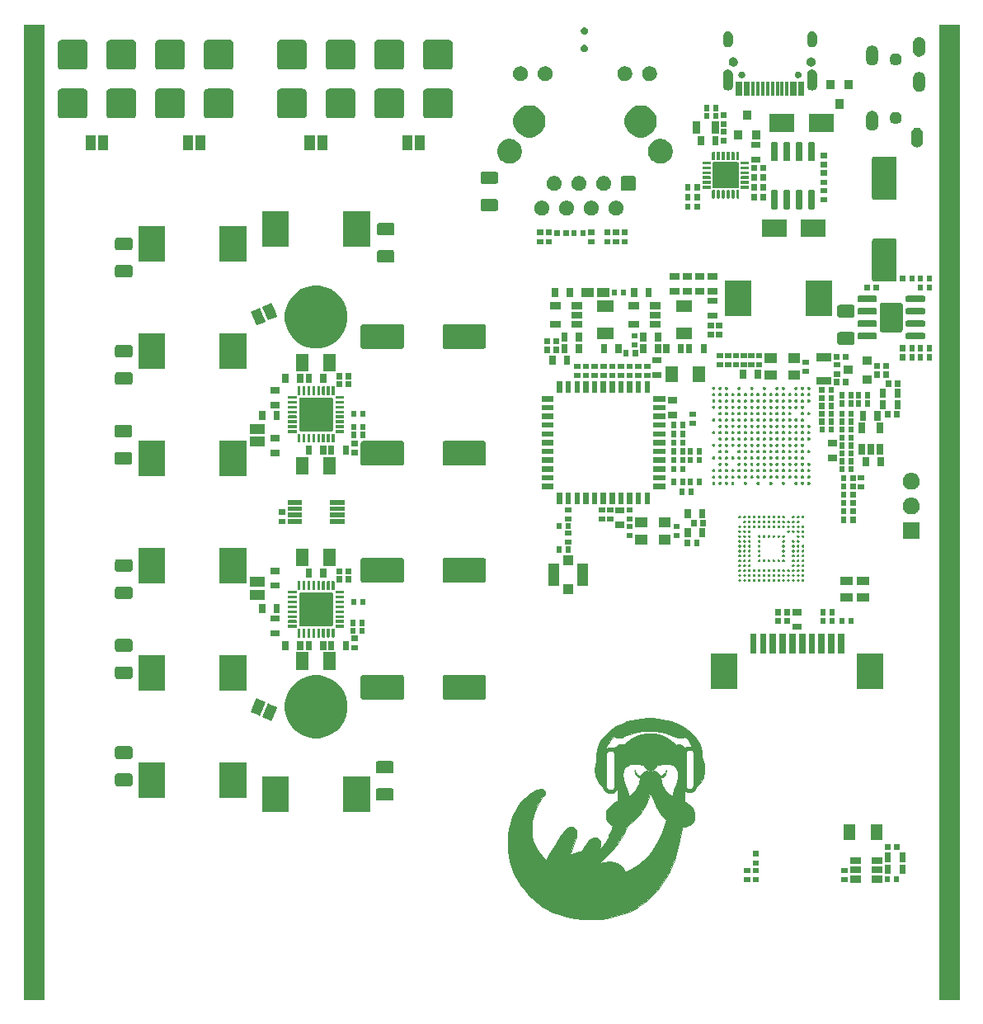
<source format=gts>
G04 #@! TF.GenerationSoftware,KiCad,Pcbnew,5.1.5+dfsg1-2build2*
G04 #@! TF.CreationDate,2021-03-03T11:45:42+01:00*
G04 #@! TF.ProjectId,OtterCastAmp,4f747465-7243-4617-9374-416d702e6b69,rev?*
G04 #@! TF.SameCoordinates,Original*
G04 #@! TF.FileFunction,Soldermask,Top*
G04 #@! TF.FilePolarity,Negative*
%FSLAX46Y46*%
G04 Gerber Fmt 4.6, Leading zero omitted, Abs format (unit mm)*
G04 Created by KiCad (PCBNEW 5.1.5+dfsg1-2build2) date 2021-03-03 11:45:42*
%MOMM*%
%LPD*%
G04 APERTURE LIST*
%ADD10C,0.100000*%
%ADD11C,0.010000*%
G04 APERTURE END LIST*
D10*
G36*
X102000000Y-150000000D02*
G01*
X100000000Y-150000000D01*
X100000000Y-50000000D01*
X102000000Y-50000000D01*
X102000000Y-150000000D01*
G37*
X102000000Y-150000000D02*
X100000000Y-150000000D01*
X100000000Y-50000000D01*
X102000000Y-50000000D01*
X102000000Y-150000000D01*
G36*
X196000000Y-150000000D02*
G01*
X194000000Y-150000000D01*
X194000000Y-50000000D01*
X196000000Y-50000000D01*
X196000000Y-150000000D01*
G37*
X196000000Y-150000000D02*
X194000000Y-150000000D01*
X194000000Y-50000000D01*
X196000000Y-50000000D01*
X196000000Y-150000000D01*
D11*
G36*
X164498457Y-121178816D02*
G01*
X165001966Y-121213505D01*
X165495026Y-121280681D01*
X165974802Y-121379384D01*
X166438456Y-121508653D01*
X166883155Y-121667526D01*
X167306062Y-121855043D01*
X167704342Y-122070243D01*
X168075159Y-122312165D01*
X168415677Y-122579848D01*
X168587683Y-122736423D01*
X168855691Y-123017771D01*
X169082607Y-123308272D01*
X169268880Y-123608915D01*
X169414958Y-123920693D01*
X169521290Y-124244598D01*
X169588324Y-124581622D01*
X169616508Y-124932755D01*
X169617542Y-125014780D01*
X169618306Y-125126053D01*
X169621710Y-125206502D01*
X169629613Y-125267627D01*
X169643874Y-125320931D01*
X169666352Y-125377915D01*
X169681861Y-125412721D01*
X169778311Y-125668286D01*
X169843326Y-125935663D01*
X169877845Y-126210102D01*
X169882810Y-126486852D01*
X169859162Y-126761164D01*
X169807844Y-127028288D01*
X169729796Y-127283475D01*
X169625960Y-127521973D01*
X169497278Y-127739034D01*
X169344690Y-127929908D01*
X169169138Y-128089844D01*
X169148138Y-128105585D01*
X169087696Y-128156865D01*
X169052252Y-128201576D01*
X169046167Y-128221200D01*
X169033352Y-128280731D01*
X168999275Y-128359456D01*
X168950483Y-128444654D01*
X168893526Y-128523603D01*
X168885673Y-128532966D01*
X168824217Y-128590805D01*
X168744560Y-128647976D01*
X168691080Y-128678251D01*
X168633080Y-128704944D01*
X168581742Y-128722198D01*
X168525082Y-128732012D01*
X168451119Y-128736385D01*
X168347869Y-128737316D01*
X168337083Y-128737300D01*
X168228775Y-128735960D01*
X168151652Y-128731301D01*
X168094599Y-128721628D01*
X168046499Y-128705242D01*
X168009000Y-128687208D01*
X167946190Y-128652134D01*
X167895297Y-128619675D01*
X167879851Y-128607847D01*
X167862476Y-128596779D01*
X167850865Y-128605073D01*
X167842570Y-128639548D01*
X167835142Y-128707023D01*
X167832226Y-128740507D01*
X167827856Y-128814146D01*
X167824061Y-128920020D01*
X167821078Y-129048032D01*
X167819146Y-129188086D01*
X167818500Y-129322722D01*
X167818500Y-129742557D01*
X167950792Y-129809259D01*
X168191877Y-129951477D01*
X168399817Y-130117894D01*
X168573439Y-130307296D01*
X168711573Y-130518470D01*
X168784086Y-130672521D01*
X168850035Y-130887728D01*
X168876390Y-131102756D01*
X168865092Y-131313391D01*
X168818082Y-131515418D01*
X168737303Y-131704621D01*
X168624697Y-131876786D01*
X168482205Y-132027698D01*
X168311770Y-132153143D01*
X168115333Y-132248905D01*
X168046816Y-132272744D01*
X167943455Y-132300959D01*
X167831474Y-132324693D01*
X167734814Y-132338882D01*
X167733344Y-132339020D01*
X167656278Y-132347047D01*
X167611446Y-132356524D01*
X167588896Y-132372450D01*
X167578677Y-132399826D01*
X167575237Y-132418461D01*
X167568418Y-132458808D01*
X167555847Y-132533546D01*
X167538759Y-132635310D01*
X167518391Y-132756739D01*
X167495979Y-132890469D01*
X167490330Y-132924195D01*
X167350278Y-133665885D01*
X167183571Y-134378373D01*
X166990465Y-135061096D01*
X166771219Y-135713493D01*
X166526090Y-136335003D01*
X166255336Y-136925065D01*
X165959215Y-137483115D01*
X165637984Y-138008593D01*
X165291901Y-138500938D01*
X164921224Y-138959588D01*
X164526345Y-139383845D01*
X164104391Y-139777126D01*
X163659764Y-140135590D01*
X163192072Y-140459412D01*
X162700923Y-140748768D01*
X162185925Y-141003833D01*
X161646686Y-141224782D01*
X161082815Y-141411791D01*
X160493920Y-141565036D01*
X159879608Y-141684690D01*
X159239487Y-141770931D01*
X159177344Y-141777390D01*
X159050446Y-141787763D01*
X158890774Y-141796931D01*
X158706122Y-141804767D01*
X158504283Y-141811148D01*
X158293052Y-141815947D01*
X158080221Y-141819041D01*
X157873586Y-141820303D01*
X157680939Y-141819608D01*
X157510075Y-141816832D01*
X157368787Y-141811850D01*
X157298667Y-141807537D01*
X156673249Y-141740242D01*
X156068627Y-141636309D01*
X155484950Y-141495783D01*
X154922366Y-141318710D01*
X154381023Y-141105136D01*
X153861071Y-140855107D01*
X153449280Y-140622005D01*
X153124764Y-140414508D01*
X152820767Y-140197090D01*
X152527511Y-139962014D01*
X152235216Y-139701541D01*
X152005685Y-139479833D01*
X151663791Y-139121536D01*
X151357274Y-138761141D01*
X151079716Y-138389807D01*
X150824701Y-137998694D01*
X150585812Y-137578959D01*
X150484864Y-137384333D01*
X150245209Y-136867828D01*
X150047664Y-136351047D01*
X149948869Y-136022425D01*
X159168203Y-136022425D01*
X159190210Y-136020702D01*
X159244941Y-136010999D01*
X159323892Y-135994943D01*
X159408869Y-135976353D01*
X159702002Y-135924213D01*
X159991655Y-135899499D01*
X160269587Y-135902354D01*
X160527556Y-135932921D01*
X160632417Y-135955137D01*
X160862375Y-136032179D01*
X161079631Y-136145613D01*
X161278383Y-136290748D01*
X161452830Y-136462897D01*
X161597173Y-136657370D01*
X161673742Y-136796958D01*
X161711472Y-136865600D01*
X161745595Y-136908397D01*
X161764873Y-136918667D01*
X161793404Y-136909498D01*
X161853208Y-136883957D01*
X161937892Y-136844994D01*
X162041061Y-136795557D01*
X162156322Y-136738594D01*
X162167765Y-136732850D01*
X162415315Y-136604450D01*
X162634771Y-136481331D01*
X162838383Y-136355960D01*
X163038403Y-136220803D01*
X163241331Y-136072658D01*
X163591182Y-135787645D01*
X163920108Y-135474534D01*
X164229030Y-135131896D01*
X164518868Y-134758304D01*
X164790543Y-134352328D01*
X165044974Y-133912542D01*
X165283083Y-133437517D01*
X165505788Y-132925826D01*
X165714010Y-132376040D01*
X165816059Y-132077078D01*
X165957230Y-131648740D01*
X165794812Y-131484412D01*
X165526364Y-131186510D01*
X165274180Y-130854214D01*
X165041502Y-130493412D01*
X164831570Y-130109988D01*
X164647623Y-129709830D01*
X164492903Y-129298823D01*
X164377479Y-128909669D01*
X164318205Y-128679421D01*
X164268739Y-128867335D01*
X164148416Y-129269999D01*
X164003315Y-129661385D01*
X163835661Y-130038204D01*
X163647681Y-130397165D01*
X163441599Y-130734977D01*
X163219642Y-131048351D01*
X162984035Y-131333996D01*
X162737004Y-131588621D01*
X162480774Y-131808937D01*
X162217572Y-131991654D01*
X162115091Y-132051146D01*
X161960245Y-132136130D01*
X161892402Y-132330413D01*
X161741376Y-132710607D01*
X161551941Y-133097879D01*
X161326468Y-133487952D01*
X161067330Y-133876553D01*
X160931786Y-134061167D01*
X160852170Y-134165321D01*
X160774517Y-134264306D01*
X160695614Y-134361739D01*
X160612251Y-134461235D01*
X160521215Y-134566411D01*
X160419294Y-134680883D01*
X160303277Y-134808268D01*
X160169951Y-134952181D01*
X160016105Y-135116238D01*
X159838526Y-135304057D01*
X159674737Y-135476457D01*
X159555824Y-135601801D01*
X159447025Y-135717203D01*
X159351592Y-135819158D01*
X159272777Y-135904162D01*
X159213832Y-135968709D01*
X159178007Y-136009295D01*
X159168203Y-136022425D01*
X149948869Y-136022425D01*
X149892270Y-135834160D01*
X149779070Y-135317335D01*
X149708107Y-134800740D01*
X149679422Y-134284544D01*
X149678753Y-134191215D01*
X149694732Y-133631714D01*
X149742007Y-133091609D01*
X149820000Y-132572184D01*
X149928133Y-132074726D01*
X150065827Y-131600518D01*
X150232504Y-131150846D01*
X150427587Y-130726996D01*
X150650498Y-130330252D01*
X150900657Y-129961900D01*
X151177488Y-129623225D01*
X151480412Y-129315511D01*
X151808852Y-129040045D01*
X152081790Y-128848771D01*
X152215723Y-128768173D01*
X152364041Y-128688804D01*
X152519398Y-128613727D01*
X152674445Y-128546003D01*
X152821834Y-128488694D01*
X152954219Y-128444864D01*
X153064251Y-128417573D01*
X153135428Y-128409666D01*
X153256619Y-128429660D01*
X153362809Y-128487491D01*
X153449282Y-128579929D01*
X153490871Y-128653083D01*
X153520064Y-128733678D01*
X153527764Y-128810175D01*
X153511763Y-128888684D01*
X153469858Y-128975315D01*
X153399842Y-129076177D01*
X153299510Y-129197380D01*
X153290803Y-129207345D01*
X153089554Y-129462132D01*
X152899690Y-129752328D01*
X152724074Y-130071878D01*
X152565565Y-130414724D01*
X152427024Y-130774809D01*
X152311314Y-131146077D01*
X152240796Y-131430206D01*
X152196043Y-131650054D01*
X152163161Y-131854591D01*
X152140237Y-132059632D01*
X152125358Y-132280996D01*
X152119284Y-132434979D01*
X152117727Y-132771200D01*
X152136417Y-133077841D01*
X152177354Y-133363524D01*
X152242541Y-133636868D01*
X152333980Y-133906494D01*
X152453672Y-134181023D01*
X152582904Y-134431583D01*
X152728731Y-134679402D01*
X152889800Y-134920685D01*
X153059954Y-135147349D01*
X153233034Y-135351315D01*
X153402885Y-135524499D01*
X153444388Y-135562275D01*
X153593748Y-135694693D01*
X153641198Y-135613472D01*
X153726090Y-135469914D01*
X153831610Y-135294428D01*
X153955491Y-135090691D01*
X154095470Y-134862385D01*
X154249282Y-134613188D01*
X154414661Y-134346782D01*
X154589342Y-134066846D01*
X154771061Y-133777061D01*
X154791371Y-133744759D01*
X154925239Y-133532231D01*
X155039205Y-133352209D01*
X155135658Y-133201208D01*
X155216992Y-133075747D01*
X155285595Y-132972344D01*
X155343860Y-132887515D01*
X155394178Y-132817779D01*
X155438939Y-132759652D01*
X155480535Y-132709653D01*
X155521357Y-132664298D01*
X155563000Y-132620916D01*
X155685922Y-132503623D01*
X155795023Y-132418541D01*
X155898244Y-132361571D01*
X156003527Y-132328611D01*
X156118811Y-132315562D01*
X156155667Y-132314917D01*
X156246702Y-132317448D01*
X156312320Y-132327559D01*
X156369266Y-132349026D01*
X156413181Y-132372976D01*
X156545809Y-132473224D01*
X156643522Y-132597301D01*
X156706077Y-132744744D01*
X156733229Y-132915092D01*
X156734295Y-132981667D01*
X156721588Y-133135004D01*
X156689480Y-133319801D01*
X156639632Y-133530795D01*
X156573702Y-133762722D01*
X156493348Y-134010318D01*
X156400230Y-134268319D01*
X156296006Y-134531461D01*
X156182336Y-134794481D01*
X156121369Y-134926648D01*
X156078752Y-135018393D01*
X156044344Y-135095147D01*
X156021378Y-135149498D01*
X156013086Y-135174031D01*
X156013245Y-135174634D01*
X156034244Y-135170191D01*
X156086108Y-135153422D01*
X156160205Y-135127229D01*
X156219753Y-135105190D01*
X156475931Y-135015479D01*
X156730279Y-134939046D01*
X156968315Y-134880127D01*
X157039207Y-134865560D01*
X157128871Y-134845907D01*
X157203859Y-134825239D01*
X157253595Y-134806682D01*
X157266480Y-134798373D01*
X157284347Y-134773398D01*
X157321403Y-134717653D01*
X157374350Y-134636237D01*
X157439892Y-134534249D01*
X157514732Y-134416788D01*
X157585721Y-134304583D01*
X157711515Y-134109082D01*
X157821818Y-133947185D01*
X157920288Y-133814741D01*
X158010584Y-133707602D01*
X158096365Y-133621617D01*
X158181290Y-133552637D01*
X158269019Y-133496510D01*
X158323570Y-133467748D01*
X158411505Y-133427943D01*
X158483277Y-133406232D01*
X158558320Y-133397799D01*
X158608658Y-133397078D01*
X158763822Y-133417217D01*
X158900103Y-133474331D01*
X159014735Y-133566251D01*
X159104951Y-133690807D01*
X159164145Y-133832810D01*
X159185968Y-133920427D01*
X159196446Y-134008876D01*
X159195217Y-134106933D01*
X159181920Y-134223376D01*
X159156193Y-134366979D01*
X159138682Y-134451124D01*
X159121714Y-134534900D01*
X159110149Y-134601560D01*
X159105573Y-134641428D01*
X159106391Y-134648279D01*
X159125065Y-134638958D01*
X159164245Y-134600198D01*
X159219950Y-134537097D01*
X159288200Y-134454752D01*
X159365016Y-134358259D01*
X159446418Y-134252715D01*
X159528427Y-134143216D01*
X159607062Y-134034859D01*
X159678344Y-133932741D01*
X159738293Y-133841957D01*
X159747755Y-133826921D01*
X159820860Y-133701918D01*
X159903012Y-133548418D01*
X159988639Y-133377648D01*
X160072167Y-133200840D01*
X160148021Y-133029224D01*
X160171162Y-132973837D01*
X160206207Y-132885766D01*
X160245933Y-132781504D01*
X160287628Y-132668705D01*
X160328581Y-132555023D01*
X160366080Y-132448112D01*
X160397414Y-132355626D01*
X160419870Y-132285219D01*
X160430736Y-132244546D01*
X160431333Y-132239480D01*
X160414830Y-132222192D01*
X160371133Y-132189022D01*
X160308966Y-132146499D01*
X160294879Y-132137314D01*
X160122743Y-132001300D01*
X159979348Y-131836364D01*
X159868314Y-131647659D01*
X159793263Y-131440338D01*
X159786790Y-131414214D01*
X159756804Y-131197771D01*
X159767012Y-130981376D01*
X159815411Y-130768475D01*
X159899997Y-130562515D01*
X160018769Y-130366942D01*
X160169724Y-130185203D01*
X160350858Y-130020746D01*
X160560169Y-129877016D01*
X160733212Y-129785470D01*
X160912049Y-129701664D01*
X160925691Y-129571143D01*
X160930462Y-129504590D01*
X160934159Y-129411064D01*
X160936809Y-129297122D01*
X160938441Y-129169322D01*
X160939083Y-129034220D01*
X160938765Y-128898374D01*
X160937514Y-128768340D01*
X160935360Y-128650676D01*
X160932330Y-128551939D01*
X160928453Y-128478686D01*
X160923758Y-128437474D01*
X160920734Y-128430833D01*
X160900722Y-128448318D01*
X160877337Y-128490780D01*
X160875765Y-128494497D01*
X160825670Y-128576247D01*
X160746782Y-128660438D01*
X160650559Y-128736388D01*
X160561622Y-128787463D01*
X160504590Y-128812301D01*
X160452650Y-128828527D01*
X160394256Y-128837915D01*
X160317863Y-128842240D01*
X160211926Y-128843276D01*
X160198500Y-128843266D01*
X160054485Y-128838978D01*
X159941532Y-128824258D01*
X159848956Y-128795682D01*
X159766069Y-128749827D01*
X159682185Y-128683269D01*
X159672802Y-128674866D01*
X159613344Y-128608956D01*
X159555224Y-128524094D01*
X159505320Y-128432837D01*
X159470509Y-128347738D01*
X159457667Y-128282164D01*
X159446398Y-128235992D01*
X159407338Y-128192070D01*
X159372562Y-128165946D01*
X159282877Y-128093185D01*
X159182761Y-127994841D01*
X159082426Y-127882292D01*
X158992083Y-127766912D01*
X158928431Y-127671187D01*
X158803800Y-127429875D01*
X158713350Y-127180462D01*
X158655320Y-126916111D01*
X158627947Y-126629985D01*
X158625161Y-126494083D01*
X158629469Y-126296170D01*
X158643653Y-126126640D01*
X158669670Y-125972292D01*
X158709482Y-125819921D01*
X158738430Y-125730833D01*
X158740471Y-125724204D01*
X159777257Y-125724204D01*
X159777810Y-125974015D01*
X159778755Y-126260899D01*
X159779802Y-126559241D01*
X159785750Y-128296565D01*
X159846691Y-128376453D01*
X159906447Y-128440636D01*
X159975452Y-128482449D01*
X160063725Y-128505746D01*
X160181289Y-128514378D01*
X160206201Y-128514671D01*
X160304924Y-128512162D01*
X160375490Y-128501836D01*
X160431731Y-128481256D01*
X160449618Y-128471734D01*
X160511057Y-128428600D01*
X160562613Y-128379120D01*
X160568917Y-128371192D01*
X160576427Y-128360211D01*
X160583005Y-128346896D01*
X160588722Y-128328494D01*
X160593650Y-128302256D01*
X160597861Y-128265428D01*
X160601426Y-128215260D01*
X160604418Y-128149000D01*
X160606908Y-128063897D01*
X160608969Y-127957199D01*
X160610671Y-127826155D01*
X160612088Y-127668013D01*
X160613291Y-127480022D01*
X160614351Y-127259431D01*
X160615342Y-127003487D01*
X160615434Y-126976183D01*
X161491460Y-126976183D01*
X161504674Y-127160836D01*
X161532492Y-127354909D01*
X161573968Y-127548683D01*
X161610766Y-127679417D01*
X161634994Y-127752793D01*
X161670887Y-127856328D01*
X161715093Y-127980601D01*
X161764257Y-128116191D01*
X161815027Y-128253677D01*
X161818330Y-128262530D01*
X161869801Y-128403455D01*
X161920086Y-128546720D01*
X161965668Y-128681896D01*
X162003032Y-128798553D01*
X162028663Y-128886263D01*
X162028844Y-128886946D01*
X162053219Y-128978009D01*
X162074182Y-129055170D01*
X162088969Y-129108313D01*
X162094054Y-129125474D01*
X162114798Y-129128951D01*
X162163027Y-129106630D01*
X162234829Y-129061112D01*
X162326295Y-128994996D01*
X162433512Y-128910882D01*
X162502269Y-128854123D01*
X162661031Y-128705301D01*
X162806747Y-128538805D01*
X162932869Y-128363639D01*
X163032849Y-128188801D01*
X163095041Y-128039250D01*
X163110065Y-127985413D01*
X163129880Y-127902803D01*
X163152615Y-127800600D01*
X163176402Y-127687988D01*
X163199373Y-127574149D01*
X163219658Y-127468265D01*
X163235388Y-127379519D01*
X163244696Y-127317092D01*
X163246420Y-127295470D01*
X163228541Y-127277517D01*
X163183142Y-127252293D01*
X163151826Y-127238383D01*
X163011830Y-127164249D01*
X162896711Y-127069567D01*
X162830333Y-126986318D01*
X162773087Y-126874744D01*
X162728440Y-126747130D01*
X162701973Y-126621740D01*
X162697157Y-126550406D01*
X162698147Y-126451750D01*
X162736936Y-126550952D01*
X162770779Y-126628235D01*
X162809150Y-126703124D01*
X162821563Y-126724322D01*
X162875172Y-126795416D01*
X162948380Y-126871630D01*
X163032667Y-126946226D01*
X163119514Y-127012469D01*
X163200399Y-127063621D01*
X163266803Y-127092945D01*
X163293318Y-127097333D01*
X163317960Y-127080059D01*
X163351339Y-127035818D01*
X163372457Y-126999687D01*
X163471438Y-126847505D01*
X163587389Y-126728978D01*
X163716815Y-126645967D01*
X163856221Y-126600332D01*
X164002112Y-126593934D01*
X164100443Y-126612161D01*
X164156821Y-126626635D01*
X164185557Y-126624851D01*
X164199988Y-126601177D01*
X164207396Y-126573385D01*
X164431833Y-126573385D01*
X164435647Y-126616855D01*
X164455363Y-126628569D01*
X164490042Y-126622303D01*
X164650507Y-126595716D01*
X164788491Y-126601259D01*
X164894034Y-126632194D01*
X164993805Y-126691672D01*
X165095430Y-126781009D01*
X165188367Y-126889587D01*
X165257735Y-126998478D01*
X165292045Y-127054146D01*
X165323320Y-127090001D01*
X165337515Y-127097333D01*
X165388337Y-127083713D01*
X165461644Y-127046198D01*
X165549003Y-126989810D01*
X165641980Y-126919570D01*
X165657360Y-126906928D01*
X165731093Y-126839972D01*
X165787534Y-126772444D01*
X165838329Y-126688989D01*
X165870330Y-126626133D01*
X165910041Y-126546624D01*
X165935374Y-126501866D01*
X165949350Y-126488016D01*
X165954991Y-126501232D01*
X165955633Y-126517652D01*
X165944755Y-126637775D01*
X165915020Y-126769605D01*
X165871745Y-126890100D01*
X165867613Y-126899081D01*
X165782171Y-127031899D01*
X165661712Y-127144402D01*
X165519826Y-127228418D01*
X165453220Y-127260276D01*
X165404866Y-127284719D01*
X165384467Y-127296825D01*
X165384333Y-127297124D01*
X165388222Y-127318562D01*
X165399011Y-127374747D01*
X165415382Y-127458896D01*
X165436015Y-127564230D01*
X165455881Y-127665155D01*
X165490697Y-127831678D01*
X165523165Y-127964083D01*
X165555519Y-128070335D01*
X165589992Y-128158400D01*
X165600733Y-128181734D01*
X165686224Y-128335244D01*
X165797414Y-128496449D01*
X165923638Y-128651364D01*
X166054237Y-128786001D01*
X166077513Y-128807116D01*
X166142233Y-128861874D01*
X166220142Y-128923857D01*
X166303733Y-128987579D01*
X166385502Y-129047552D01*
X166457944Y-129098288D01*
X166513553Y-129134300D01*
X166544824Y-129150098D01*
X166546977Y-129150385D01*
X166556997Y-129131237D01*
X166573935Y-129079914D01*
X166594966Y-129005437D01*
X166607348Y-128957499D01*
X166628998Y-128880885D01*
X166662819Y-128773397D01*
X166705900Y-128643718D01*
X166755330Y-128500528D01*
X166808196Y-128352509D01*
X166832725Y-128285571D01*
X166885586Y-128140849D01*
X166936054Y-127999511D01*
X166981344Y-127869607D01*
X167018666Y-127759186D01*
X167045234Y-127676298D01*
X167053622Y-127647667D01*
X167106751Y-127424827D01*
X167142211Y-127209081D01*
X167155400Y-127054815D01*
X167949109Y-127054815D01*
X167949582Y-127337557D01*
X167950771Y-127578373D01*
X167952677Y-127777398D01*
X167955301Y-127934764D01*
X167958644Y-128050607D01*
X167962708Y-128125059D01*
X167966737Y-128155930D01*
X168000666Y-128236787D01*
X168052960Y-128313165D01*
X168112636Y-128370681D01*
X168144857Y-128389159D01*
X168187038Y-128398040D01*
X168257165Y-128404843D01*
X168340855Y-128408223D01*
X168349828Y-128408325D01*
X168440426Y-128406761D01*
X168502660Y-128398402D01*
X168550308Y-128380483D01*
X168580511Y-128362042D01*
X168638695Y-128309619D01*
X168686490Y-128246065D01*
X168689474Y-128240663D01*
X168696486Y-128225845D01*
X168702610Y-128207663D01*
X168707906Y-128183323D01*
X168712433Y-128150030D01*
X168716252Y-128104988D01*
X168719423Y-128045403D01*
X168722005Y-127968479D01*
X168724058Y-127871421D01*
X168725643Y-127751433D01*
X168726819Y-127605722D01*
X168727646Y-127431490D01*
X168728185Y-127225944D01*
X168728494Y-126986288D01*
X168728635Y-126709727D01*
X168728667Y-126412946D01*
X168728703Y-126090960D01*
X168728686Y-125808575D01*
X168728427Y-125563057D01*
X168727736Y-125351674D01*
X168726423Y-125171693D01*
X168724299Y-125020382D01*
X168721174Y-124895008D01*
X168716860Y-124792837D01*
X168711167Y-124711138D01*
X168703904Y-124647177D01*
X168694884Y-124598221D01*
X168683916Y-124561539D01*
X168670811Y-124534397D01*
X168655379Y-124514062D01*
X168637431Y-124497802D01*
X168616778Y-124482885D01*
X168593765Y-124466958D01*
X168547070Y-124440639D01*
X168489199Y-124424386D01*
X168407540Y-124415295D01*
X168358250Y-124412707D01*
X168269020Y-124410561D01*
X168208761Y-124414654D01*
X168164294Y-124427293D01*
X168122438Y-124450785D01*
X168115978Y-124455112D01*
X168055676Y-124507597D01*
X168004373Y-124570768D01*
X167999561Y-124578572D01*
X167991704Y-124592760D01*
X167984842Y-124608683D01*
X167978899Y-124629178D01*
X167973794Y-124657084D01*
X167969451Y-124695240D01*
X167965791Y-124746483D01*
X167962734Y-124813653D01*
X167960204Y-124899587D01*
X167958121Y-125007125D01*
X167956408Y-125139104D01*
X167954986Y-125298364D01*
X167953776Y-125487742D01*
X167952700Y-125710078D01*
X167951680Y-125968209D01*
X167950638Y-126264974D01*
X167950306Y-126363017D01*
X167949351Y-126730013D01*
X167949109Y-127054815D01*
X167155400Y-127054815D01*
X167159430Y-127007682D01*
X167157838Y-126827883D01*
X167136867Y-126676938D01*
X167131586Y-126655615D01*
X167058507Y-126461419D01*
X166949029Y-126283517D01*
X166807668Y-126127334D01*
X166638939Y-125998299D01*
X166537308Y-125941457D01*
X166370491Y-125859083D01*
X166030870Y-125862422D01*
X165888455Y-125865020D01*
X165769490Y-125870707D01*
X165659571Y-125881011D01*
X165544298Y-125897458D01*
X165409268Y-125921576D01*
X165332299Y-125936505D01*
X164973348Y-126007250D01*
X164946636Y-126099677D01*
X164889006Y-126225503D01*
X164796619Y-126334949D01*
X164675674Y-126422339D01*
X164532372Y-126481999D01*
X164527430Y-126483403D01*
X164468721Y-126502762D01*
X164440611Y-126524216D01*
X164432167Y-126558057D01*
X164431833Y-126573385D01*
X164207396Y-126573385D01*
X164209313Y-126566196D01*
X164213786Y-126535205D01*
X164202761Y-126513236D01*
X164168129Y-126492991D01*
X164101785Y-126467176D01*
X164097592Y-126465646D01*
X163947061Y-126395823D01*
X163832405Y-126307603D01*
X163749755Y-126197168D01*
X163698357Y-126071633D01*
X163688333Y-126044010D01*
X163672125Y-126023879D01*
X163641971Y-126007850D01*
X163590112Y-125992534D01*
X163508789Y-125974541D01*
X163447384Y-125962012D01*
X163180796Y-125912075D01*
X162948914Y-125877278D01*
X162747121Y-125857091D01*
X162570796Y-125850981D01*
X162496840Y-125852757D01*
X162391311Y-125858804D01*
X162313093Y-125868193D01*
X162247163Y-125884369D01*
X162178499Y-125910775D01*
X162113445Y-125940659D01*
X161949240Y-126039593D01*
X161800611Y-126169747D01*
X161674174Y-126323047D01*
X161576543Y-126491417D01*
X161514336Y-126666782D01*
X161512638Y-126674000D01*
X161493798Y-126810665D01*
X161491460Y-126976183D01*
X160615434Y-126976183D01*
X160616333Y-126709440D01*
X160616892Y-126534775D01*
X160622534Y-124755133D01*
X160574559Y-124684638D01*
X160522288Y-124615892D01*
X160469715Y-124569998D01*
X160406534Y-124542572D01*
X160322437Y-124529230D01*
X160207119Y-124525589D01*
X160200592Y-124525583D01*
X160103394Y-124526447D01*
X160037437Y-124530551D01*
X159991641Y-124540168D01*
X159954924Y-124557566D01*
X159918284Y-124583427D01*
X159893169Y-124602229D01*
X159871138Y-124619703D01*
X159851998Y-124638591D01*
X159835556Y-124661637D01*
X159821620Y-124691583D01*
X159809998Y-124731173D01*
X159800498Y-124783149D01*
X159792928Y-124850254D01*
X159787094Y-124935232D01*
X159782806Y-125040825D01*
X159779870Y-125169775D01*
X159778095Y-125324827D01*
X159777288Y-125508722D01*
X159777257Y-125724204D01*
X158740471Y-125724204D01*
X158753155Y-125683030D01*
X158764040Y-125632621D01*
X158771643Y-125572346D01*
X158776522Y-125494946D01*
X158779234Y-125393162D01*
X158780337Y-125259736D01*
X158780458Y-125183728D01*
X158783356Y-124953887D01*
X158792620Y-124756678D01*
X158809323Y-124582728D01*
X158834539Y-124422668D01*
X158869341Y-124267127D01*
X158869932Y-124264967D01*
X159757254Y-124264967D01*
X159761567Y-124277863D01*
X159785747Y-124273252D01*
X159837374Y-124251157D01*
X159873017Y-124234858D01*
X159965338Y-124206470D01*
X160084526Y-124189467D01*
X160216625Y-124184031D01*
X160347677Y-124190347D01*
X160463726Y-124208597D01*
X160522927Y-124226333D01*
X160625104Y-124265750D01*
X160658602Y-124217924D01*
X160754610Y-124101061D01*
X160863674Y-124012152D01*
X160960411Y-123957014D01*
X161128603Y-123891095D01*
X161290999Y-123865630D01*
X161452123Y-123880016D01*
X161483495Y-123887340D01*
X161608913Y-123919471D01*
X161755665Y-123780504D01*
X162066996Y-123511865D01*
X162391793Y-123283129D01*
X162731155Y-123093711D01*
X163086176Y-122943029D01*
X163457954Y-122830500D01*
X163603132Y-122797769D01*
X163740614Y-122775744D01*
X163908099Y-122758570D01*
X164093488Y-122746682D01*
X164284680Y-122740517D01*
X164469577Y-122740511D01*
X164636080Y-122747100D01*
X164742245Y-122756710D01*
X165116171Y-122823410D01*
X165479912Y-122930185D01*
X165829809Y-123075280D01*
X166162201Y-123256943D01*
X166473429Y-123473420D01*
X166759834Y-123722958D01*
X166760405Y-123723514D01*
X166940560Y-123898937D01*
X167035571Y-123877082D01*
X167169217Y-123864485D01*
X167320210Y-123881573D01*
X167471869Y-123925131D01*
X167563984Y-123969869D01*
X167655043Y-124037462D01*
X167722077Y-124100293D01*
X167852375Y-124230591D01*
X167944068Y-124172632D01*
X168078451Y-124111232D01*
X168238106Y-124079041D01*
X168416491Y-124077340D01*
X168426640Y-124078150D01*
X168579697Y-124091059D01*
X168526038Y-123969654D01*
X168426011Y-123775074D01*
X168295965Y-123571828D01*
X168143468Y-123370726D01*
X167976089Y-123182578D01*
X167972022Y-123178383D01*
X167855880Y-123058850D01*
X167789224Y-123098178D01*
X167676467Y-123147775D01*
X167539275Y-123182130D01*
X167393807Y-123198015D01*
X167297034Y-123196516D01*
X167238847Y-123190982D01*
X167184603Y-123182260D01*
X167127813Y-123168071D01*
X167061986Y-123146139D01*
X166980634Y-123114186D01*
X166877269Y-123069935D01*
X166745399Y-123011108D01*
X166664917Y-122974687D01*
X166244955Y-122806232D01*
X165805911Y-122673518D01*
X165346714Y-122576347D01*
X164866294Y-122514523D01*
X164363582Y-122487850D01*
X164019083Y-122489405D01*
X163537264Y-122517664D01*
X163080049Y-122577255D01*
X162642372Y-122669313D01*
X162219168Y-122794976D01*
X161805370Y-122955378D01*
X161669583Y-123016330D01*
X161517885Y-123084802D01*
X161395364Y-123135077D01*
X161294217Y-123169563D01*
X161206642Y-123190670D01*
X161124838Y-123200807D01*
X161066167Y-123202667D01*
X160942298Y-123192860D01*
X160813023Y-123166313D01*
X160695520Y-123127332D01*
X160624447Y-123091908D01*
X160550546Y-123046234D01*
X160382822Y-123224992D01*
X160246725Y-123383192D01*
X160115524Y-123560259D01*
X159995055Y-123746655D01*
X159891152Y-123932845D01*
X159809649Y-124109288D01*
X159765225Y-124234542D01*
X159757254Y-124264967D01*
X158869932Y-124264967D01*
X158897071Y-124165866D01*
X159008919Y-123855606D01*
X159160816Y-123552753D01*
X159350813Y-123259404D01*
X159576958Y-122977654D01*
X159837301Y-122709598D01*
X160129894Y-122457332D01*
X160452785Y-122222953D01*
X160804026Y-122008555D01*
X161002833Y-121902819D01*
X161459388Y-121692923D01*
X161928349Y-121519545D01*
X162412504Y-121382009D01*
X162914638Y-121279637D01*
X163437537Y-121211753D01*
X163983989Y-121177678D01*
X163987333Y-121177575D01*
X164498457Y-121178816D01*
G37*
X164498457Y-121178816D02*
X165001966Y-121213505D01*
X165495026Y-121280681D01*
X165974802Y-121379384D01*
X166438456Y-121508653D01*
X166883155Y-121667526D01*
X167306062Y-121855043D01*
X167704342Y-122070243D01*
X168075159Y-122312165D01*
X168415677Y-122579848D01*
X168587683Y-122736423D01*
X168855691Y-123017771D01*
X169082607Y-123308272D01*
X169268880Y-123608915D01*
X169414958Y-123920693D01*
X169521290Y-124244598D01*
X169588324Y-124581622D01*
X169616508Y-124932755D01*
X169617542Y-125014780D01*
X169618306Y-125126053D01*
X169621710Y-125206502D01*
X169629613Y-125267627D01*
X169643874Y-125320931D01*
X169666352Y-125377915D01*
X169681861Y-125412721D01*
X169778311Y-125668286D01*
X169843326Y-125935663D01*
X169877845Y-126210102D01*
X169882810Y-126486852D01*
X169859162Y-126761164D01*
X169807844Y-127028288D01*
X169729796Y-127283475D01*
X169625960Y-127521973D01*
X169497278Y-127739034D01*
X169344690Y-127929908D01*
X169169138Y-128089844D01*
X169148138Y-128105585D01*
X169087696Y-128156865D01*
X169052252Y-128201576D01*
X169046167Y-128221200D01*
X169033352Y-128280731D01*
X168999275Y-128359456D01*
X168950483Y-128444654D01*
X168893526Y-128523603D01*
X168885673Y-128532966D01*
X168824217Y-128590805D01*
X168744560Y-128647976D01*
X168691080Y-128678251D01*
X168633080Y-128704944D01*
X168581742Y-128722198D01*
X168525082Y-128732012D01*
X168451119Y-128736385D01*
X168347869Y-128737316D01*
X168337083Y-128737300D01*
X168228775Y-128735960D01*
X168151652Y-128731301D01*
X168094599Y-128721628D01*
X168046499Y-128705242D01*
X168009000Y-128687208D01*
X167946190Y-128652134D01*
X167895297Y-128619675D01*
X167879851Y-128607847D01*
X167862476Y-128596779D01*
X167850865Y-128605073D01*
X167842570Y-128639548D01*
X167835142Y-128707023D01*
X167832226Y-128740507D01*
X167827856Y-128814146D01*
X167824061Y-128920020D01*
X167821078Y-129048032D01*
X167819146Y-129188086D01*
X167818500Y-129322722D01*
X167818500Y-129742557D01*
X167950792Y-129809259D01*
X168191877Y-129951477D01*
X168399817Y-130117894D01*
X168573439Y-130307296D01*
X168711573Y-130518470D01*
X168784086Y-130672521D01*
X168850035Y-130887728D01*
X168876390Y-131102756D01*
X168865092Y-131313391D01*
X168818082Y-131515418D01*
X168737303Y-131704621D01*
X168624697Y-131876786D01*
X168482205Y-132027698D01*
X168311770Y-132153143D01*
X168115333Y-132248905D01*
X168046816Y-132272744D01*
X167943455Y-132300959D01*
X167831474Y-132324693D01*
X167734814Y-132338882D01*
X167733344Y-132339020D01*
X167656278Y-132347047D01*
X167611446Y-132356524D01*
X167588896Y-132372450D01*
X167578677Y-132399826D01*
X167575237Y-132418461D01*
X167568418Y-132458808D01*
X167555847Y-132533546D01*
X167538759Y-132635310D01*
X167518391Y-132756739D01*
X167495979Y-132890469D01*
X167490330Y-132924195D01*
X167350278Y-133665885D01*
X167183571Y-134378373D01*
X166990465Y-135061096D01*
X166771219Y-135713493D01*
X166526090Y-136335003D01*
X166255336Y-136925065D01*
X165959215Y-137483115D01*
X165637984Y-138008593D01*
X165291901Y-138500938D01*
X164921224Y-138959588D01*
X164526345Y-139383845D01*
X164104391Y-139777126D01*
X163659764Y-140135590D01*
X163192072Y-140459412D01*
X162700923Y-140748768D01*
X162185925Y-141003833D01*
X161646686Y-141224782D01*
X161082815Y-141411791D01*
X160493920Y-141565036D01*
X159879608Y-141684690D01*
X159239487Y-141770931D01*
X159177344Y-141777390D01*
X159050446Y-141787763D01*
X158890774Y-141796931D01*
X158706122Y-141804767D01*
X158504283Y-141811148D01*
X158293052Y-141815947D01*
X158080221Y-141819041D01*
X157873586Y-141820303D01*
X157680939Y-141819608D01*
X157510075Y-141816832D01*
X157368787Y-141811850D01*
X157298667Y-141807537D01*
X156673249Y-141740242D01*
X156068627Y-141636309D01*
X155484950Y-141495783D01*
X154922366Y-141318710D01*
X154381023Y-141105136D01*
X153861071Y-140855107D01*
X153449280Y-140622005D01*
X153124764Y-140414508D01*
X152820767Y-140197090D01*
X152527511Y-139962014D01*
X152235216Y-139701541D01*
X152005685Y-139479833D01*
X151663791Y-139121536D01*
X151357274Y-138761141D01*
X151079716Y-138389807D01*
X150824701Y-137998694D01*
X150585812Y-137578959D01*
X150484864Y-137384333D01*
X150245209Y-136867828D01*
X150047664Y-136351047D01*
X149948869Y-136022425D01*
X159168203Y-136022425D01*
X159190210Y-136020702D01*
X159244941Y-136010999D01*
X159323892Y-135994943D01*
X159408869Y-135976353D01*
X159702002Y-135924213D01*
X159991655Y-135899499D01*
X160269587Y-135902354D01*
X160527556Y-135932921D01*
X160632417Y-135955137D01*
X160862375Y-136032179D01*
X161079631Y-136145613D01*
X161278383Y-136290748D01*
X161452830Y-136462897D01*
X161597173Y-136657370D01*
X161673742Y-136796958D01*
X161711472Y-136865600D01*
X161745595Y-136908397D01*
X161764873Y-136918667D01*
X161793404Y-136909498D01*
X161853208Y-136883957D01*
X161937892Y-136844994D01*
X162041061Y-136795557D01*
X162156322Y-136738594D01*
X162167765Y-136732850D01*
X162415315Y-136604450D01*
X162634771Y-136481331D01*
X162838383Y-136355960D01*
X163038403Y-136220803D01*
X163241331Y-136072658D01*
X163591182Y-135787645D01*
X163920108Y-135474534D01*
X164229030Y-135131896D01*
X164518868Y-134758304D01*
X164790543Y-134352328D01*
X165044974Y-133912542D01*
X165283083Y-133437517D01*
X165505788Y-132925826D01*
X165714010Y-132376040D01*
X165816059Y-132077078D01*
X165957230Y-131648740D01*
X165794812Y-131484412D01*
X165526364Y-131186510D01*
X165274180Y-130854214D01*
X165041502Y-130493412D01*
X164831570Y-130109988D01*
X164647623Y-129709830D01*
X164492903Y-129298823D01*
X164377479Y-128909669D01*
X164318205Y-128679421D01*
X164268739Y-128867335D01*
X164148416Y-129269999D01*
X164003315Y-129661385D01*
X163835661Y-130038204D01*
X163647681Y-130397165D01*
X163441599Y-130734977D01*
X163219642Y-131048351D01*
X162984035Y-131333996D01*
X162737004Y-131588621D01*
X162480774Y-131808937D01*
X162217572Y-131991654D01*
X162115091Y-132051146D01*
X161960245Y-132136130D01*
X161892402Y-132330413D01*
X161741376Y-132710607D01*
X161551941Y-133097879D01*
X161326468Y-133487952D01*
X161067330Y-133876553D01*
X160931786Y-134061167D01*
X160852170Y-134165321D01*
X160774517Y-134264306D01*
X160695614Y-134361739D01*
X160612251Y-134461235D01*
X160521215Y-134566411D01*
X160419294Y-134680883D01*
X160303277Y-134808268D01*
X160169951Y-134952181D01*
X160016105Y-135116238D01*
X159838526Y-135304057D01*
X159674737Y-135476457D01*
X159555824Y-135601801D01*
X159447025Y-135717203D01*
X159351592Y-135819158D01*
X159272777Y-135904162D01*
X159213832Y-135968709D01*
X159178007Y-136009295D01*
X159168203Y-136022425D01*
X149948869Y-136022425D01*
X149892270Y-135834160D01*
X149779070Y-135317335D01*
X149708107Y-134800740D01*
X149679422Y-134284544D01*
X149678753Y-134191215D01*
X149694732Y-133631714D01*
X149742007Y-133091609D01*
X149820000Y-132572184D01*
X149928133Y-132074726D01*
X150065827Y-131600518D01*
X150232504Y-131150846D01*
X150427587Y-130726996D01*
X150650498Y-130330252D01*
X150900657Y-129961900D01*
X151177488Y-129623225D01*
X151480412Y-129315511D01*
X151808852Y-129040045D01*
X152081790Y-128848771D01*
X152215723Y-128768173D01*
X152364041Y-128688804D01*
X152519398Y-128613727D01*
X152674445Y-128546003D01*
X152821834Y-128488694D01*
X152954219Y-128444864D01*
X153064251Y-128417573D01*
X153135428Y-128409666D01*
X153256619Y-128429660D01*
X153362809Y-128487491D01*
X153449282Y-128579929D01*
X153490871Y-128653083D01*
X153520064Y-128733678D01*
X153527764Y-128810175D01*
X153511763Y-128888684D01*
X153469858Y-128975315D01*
X153399842Y-129076177D01*
X153299510Y-129197380D01*
X153290803Y-129207345D01*
X153089554Y-129462132D01*
X152899690Y-129752328D01*
X152724074Y-130071878D01*
X152565565Y-130414724D01*
X152427024Y-130774809D01*
X152311314Y-131146077D01*
X152240796Y-131430206D01*
X152196043Y-131650054D01*
X152163161Y-131854591D01*
X152140237Y-132059632D01*
X152125358Y-132280996D01*
X152119284Y-132434979D01*
X152117727Y-132771200D01*
X152136417Y-133077841D01*
X152177354Y-133363524D01*
X152242541Y-133636868D01*
X152333980Y-133906494D01*
X152453672Y-134181023D01*
X152582904Y-134431583D01*
X152728731Y-134679402D01*
X152889800Y-134920685D01*
X153059954Y-135147349D01*
X153233034Y-135351315D01*
X153402885Y-135524499D01*
X153444388Y-135562275D01*
X153593748Y-135694693D01*
X153641198Y-135613472D01*
X153726090Y-135469914D01*
X153831610Y-135294428D01*
X153955491Y-135090691D01*
X154095470Y-134862385D01*
X154249282Y-134613188D01*
X154414661Y-134346782D01*
X154589342Y-134066846D01*
X154771061Y-133777061D01*
X154791371Y-133744759D01*
X154925239Y-133532231D01*
X155039205Y-133352209D01*
X155135658Y-133201208D01*
X155216992Y-133075747D01*
X155285595Y-132972344D01*
X155343860Y-132887515D01*
X155394178Y-132817779D01*
X155438939Y-132759652D01*
X155480535Y-132709653D01*
X155521357Y-132664298D01*
X155563000Y-132620916D01*
X155685922Y-132503623D01*
X155795023Y-132418541D01*
X155898244Y-132361571D01*
X156003527Y-132328611D01*
X156118811Y-132315562D01*
X156155667Y-132314917D01*
X156246702Y-132317448D01*
X156312320Y-132327559D01*
X156369266Y-132349026D01*
X156413181Y-132372976D01*
X156545809Y-132473224D01*
X156643522Y-132597301D01*
X156706077Y-132744744D01*
X156733229Y-132915092D01*
X156734295Y-132981667D01*
X156721588Y-133135004D01*
X156689480Y-133319801D01*
X156639632Y-133530795D01*
X156573702Y-133762722D01*
X156493348Y-134010318D01*
X156400230Y-134268319D01*
X156296006Y-134531461D01*
X156182336Y-134794481D01*
X156121369Y-134926648D01*
X156078752Y-135018393D01*
X156044344Y-135095147D01*
X156021378Y-135149498D01*
X156013086Y-135174031D01*
X156013245Y-135174634D01*
X156034244Y-135170191D01*
X156086108Y-135153422D01*
X156160205Y-135127229D01*
X156219753Y-135105190D01*
X156475931Y-135015479D01*
X156730279Y-134939046D01*
X156968315Y-134880127D01*
X157039207Y-134865560D01*
X157128871Y-134845907D01*
X157203859Y-134825239D01*
X157253595Y-134806682D01*
X157266480Y-134798373D01*
X157284347Y-134773398D01*
X157321403Y-134717653D01*
X157374350Y-134636237D01*
X157439892Y-134534249D01*
X157514732Y-134416788D01*
X157585721Y-134304583D01*
X157711515Y-134109082D01*
X157821818Y-133947185D01*
X157920288Y-133814741D01*
X158010584Y-133707602D01*
X158096365Y-133621617D01*
X158181290Y-133552637D01*
X158269019Y-133496510D01*
X158323570Y-133467748D01*
X158411505Y-133427943D01*
X158483277Y-133406232D01*
X158558320Y-133397799D01*
X158608658Y-133397078D01*
X158763822Y-133417217D01*
X158900103Y-133474331D01*
X159014735Y-133566251D01*
X159104951Y-133690807D01*
X159164145Y-133832810D01*
X159185968Y-133920427D01*
X159196446Y-134008876D01*
X159195217Y-134106933D01*
X159181920Y-134223376D01*
X159156193Y-134366979D01*
X159138682Y-134451124D01*
X159121714Y-134534900D01*
X159110149Y-134601560D01*
X159105573Y-134641428D01*
X159106391Y-134648279D01*
X159125065Y-134638958D01*
X159164245Y-134600198D01*
X159219950Y-134537097D01*
X159288200Y-134454752D01*
X159365016Y-134358259D01*
X159446418Y-134252715D01*
X159528427Y-134143216D01*
X159607062Y-134034859D01*
X159678344Y-133932741D01*
X159738293Y-133841957D01*
X159747755Y-133826921D01*
X159820860Y-133701918D01*
X159903012Y-133548418D01*
X159988639Y-133377648D01*
X160072167Y-133200840D01*
X160148021Y-133029224D01*
X160171162Y-132973837D01*
X160206207Y-132885766D01*
X160245933Y-132781504D01*
X160287628Y-132668705D01*
X160328581Y-132555023D01*
X160366080Y-132448112D01*
X160397414Y-132355626D01*
X160419870Y-132285219D01*
X160430736Y-132244546D01*
X160431333Y-132239480D01*
X160414830Y-132222192D01*
X160371133Y-132189022D01*
X160308966Y-132146499D01*
X160294879Y-132137314D01*
X160122743Y-132001300D01*
X159979348Y-131836364D01*
X159868314Y-131647659D01*
X159793263Y-131440338D01*
X159786790Y-131414214D01*
X159756804Y-131197771D01*
X159767012Y-130981376D01*
X159815411Y-130768475D01*
X159899997Y-130562515D01*
X160018769Y-130366942D01*
X160169724Y-130185203D01*
X160350858Y-130020746D01*
X160560169Y-129877016D01*
X160733212Y-129785470D01*
X160912049Y-129701664D01*
X160925691Y-129571143D01*
X160930462Y-129504590D01*
X160934159Y-129411064D01*
X160936809Y-129297122D01*
X160938441Y-129169322D01*
X160939083Y-129034220D01*
X160938765Y-128898374D01*
X160937514Y-128768340D01*
X160935360Y-128650676D01*
X160932330Y-128551939D01*
X160928453Y-128478686D01*
X160923758Y-128437474D01*
X160920734Y-128430833D01*
X160900722Y-128448318D01*
X160877337Y-128490780D01*
X160875765Y-128494497D01*
X160825670Y-128576247D01*
X160746782Y-128660438D01*
X160650559Y-128736388D01*
X160561622Y-128787463D01*
X160504590Y-128812301D01*
X160452650Y-128828527D01*
X160394256Y-128837915D01*
X160317863Y-128842240D01*
X160211926Y-128843276D01*
X160198500Y-128843266D01*
X160054485Y-128838978D01*
X159941532Y-128824258D01*
X159848956Y-128795682D01*
X159766069Y-128749827D01*
X159682185Y-128683269D01*
X159672802Y-128674866D01*
X159613344Y-128608956D01*
X159555224Y-128524094D01*
X159505320Y-128432837D01*
X159470509Y-128347738D01*
X159457667Y-128282164D01*
X159446398Y-128235992D01*
X159407338Y-128192070D01*
X159372562Y-128165946D01*
X159282877Y-128093185D01*
X159182761Y-127994841D01*
X159082426Y-127882292D01*
X158992083Y-127766912D01*
X158928431Y-127671187D01*
X158803800Y-127429875D01*
X158713350Y-127180462D01*
X158655320Y-126916111D01*
X158627947Y-126629985D01*
X158625161Y-126494083D01*
X158629469Y-126296170D01*
X158643653Y-126126640D01*
X158669670Y-125972292D01*
X158709482Y-125819921D01*
X158738430Y-125730833D01*
X158740471Y-125724204D01*
X159777257Y-125724204D01*
X159777810Y-125974015D01*
X159778755Y-126260899D01*
X159779802Y-126559241D01*
X159785750Y-128296565D01*
X159846691Y-128376453D01*
X159906447Y-128440636D01*
X159975452Y-128482449D01*
X160063725Y-128505746D01*
X160181289Y-128514378D01*
X160206201Y-128514671D01*
X160304924Y-128512162D01*
X160375490Y-128501836D01*
X160431731Y-128481256D01*
X160449618Y-128471734D01*
X160511057Y-128428600D01*
X160562613Y-128379120D01*
X160568917Y-128371192D01*
X160576427Y-128360211D01*
X160583005Y-128346896D01*
X160588722Y-128328494D01*
X160593650Y-128302256D01*
X160597861Y-128265428D01*
X160601426Y-128215260D01*
X160604418Y-128149000D01*
X160606908Y-128063897D01*
X160608969Y-127957199D01*
X160610671Y-127826155D01*
X160612088Y-127668013D01*
X160613291Y-127480022D01*
X160614351Y-127259431D01*
X160615342Y-127003487D01*
X160615434Y-126976183D01*
X161491460Y-126976183D01*
X161504674Y-127160836D01*
X161532492Y-127354909D01*
X161573968Y-127548683D01*
X161610766Y-127679417D01*
X161634994Y-127752793D01*
X161670887Y-127856328D01*
X161715093Y-127980601D01*
X161764257Y-128116191D01*
X161815027Y-128253677D01*
X161818330Y-128262530D01*
X161869801Y-128403455D01*
X161920086Y-128546720D01*
X161965668Y-128681896D01*
X162003032Y-128798553D01*
X162028663Y-128886263D01*
X162028844Y-128886946D01*
X162053219Y-128978009D01*
X162074182Y-129055170D01*
X162088969Y-129108313D01*
X162094054Y-129125474D01*
X162114798Y-129128951D01*
X162163027Y-129106630D01*
X162234829Y-129061112D01*
X162326295Y-128994996D01*
X162433512Y-128910882D01*
X162502269Y-128854123D01*
X162661031Y-128705301D01*
X162806747Y-128538805D01*
X162932869Y-128363639D01*
X163032849Y-128188801D01*
X163095041Y-128039250D01*
X163110065Y-127985413D01*
X163129880Y-127902803D01*
X163152615Y-127800600D01*
X163176402Y-127687988D01*
X163199373Y-127574149D01*
X163219658Y-127468265D01*
X163235388Y-127379519D01*
X163244696Y-127317092D01*
X163246420Y-127295470D01*
X163228541Y-127277517D01*
X163183142Y-127252293D01*
X163151826Y-127238383D01*
X163011830Y-127164249D01*
X162896711Y-127069567D01*
X162830333Y-126986318D01*
X162773087Y-126874744D01*
X162728440Y-126747130D01*
X162701973Y-126621740D01*
X162697157Y-126550406D01*
X162698147Y-126451750D01*
X162736936Y-126550952D01*
X162770779Y-126628235D01*
X162809150Y-126703124D01*
X162821563Y-126724322D01*
X162875172Y-126795416D01*
X162948380Y-126871630D01*
X163032667Y-126946226D01*
X163119514Y-127012469D01*
X163200399Y-127063621D01*
X163266803Y-127092945D01*
X163293318Y-127097333D01*
X163317960Y-127080059D01*
X163351339Y-127035818D01*
X163372457Y-126999687D01*
X163471438Y-126847505D01*
X163587389Y-126728978D01*
X163716815Y-126645967D01*
X163856221Y-126600332D01*
X164002112Y-126593934D01*
X164100443Y-126612161D01*
X164156821Y-126626635D01*
X164185557Y-126624851D01*
X164199988Y-126601177D01*
X164207396Y-126573385D01*
X164431833Y-126573385D01*
X164435647Y-126616855D01*
X164455363Y-126628569D01*
X164490042Y-126622303D01*
X164650507Y-126595716D01*
X164788491Y-126601259D01*
X164894034Y-126632194D01*
X164993805Y-126691672D01*
X165095430Y-126781009D01*
X165188367Y-126889587D01*
X165257735Y-126998478D01*
X165292045Y-127054146D01*
X165323320Y-127090001D01*
X165337515Y-127097333D01*
X165388337Y-127083713D01*
X165461644Y-127046198D01*
X165549003Y-126989810D01*
X165641980Y-126919570D01*
X165657360Y-126906928D01*
X165731093Y-126839972D01*
X165787534Y-126772444D01*
X165838329Y-126688989D01*
X165870330Y-126626133D01*
X165910041Y-126546624D01*
X165935374Y-126501866D01*
X165949350Y-126488016D01*
X165954991Y-126501232D01*
X165955633Y-126517652D01*
X165944755Y-126637775D01*
X165915020Y-126769605D01*
X165871745Y-126890100D01*
X165867613Y-126899081D01*
X165782171Y-127031899D01*
X165661712Y-127144402D01*
X165519826Y-127228418D01*
X165453220Y-127260276D01*
X165404866Y-127284719D01*
X165384467Y-127296825D01*
X165384333Y-127297124D01*
X165388222Y-127318562D01*
X165399011Y-127374747D01*
X165415382Y-127458896D01*
X165436015Y-127564230D01*
X165455881Y-127665155D01*
X165490697Y-127831678D01*
X165523165Y-127964083D01*
X165555519Y-128070335D01*
X165589992Y-128158400D01*
X165600733Y-128181734D01*
X165686224Y-128335244D01*
X165797414Y-128496449D01*
X165923638Y-128651364D01*
X166054237Y-128786001D01*
X166077513Y-128807116D01*
X166142233Y-128861874D01*
X166220142Y-128923857D01*
X166303733Y-128987579D01*
X166385502Y-129047552D01*
X166457944Y-129098288D01*
X166513553Y-129134300D01*
X166544824Y-129150098D01*
X166546977Y-129150385D01*
X166556997Y-129131237D01*
X166573935Y-129079914D01*
X166594966Y-129005437D01*
X166607348Y-128957499D01*
X166628998Y-128880885D01*
X166662819Y-128773397D01*
X166705900Y-128643718D01*
X166755330Y-128500528D01*
X166808196Y-128352509D01*
X166832725Y-128285571D01*
X166885586Y-128140849D01*
X166936054Y-127999511D01*
X166981344Y-127869607D01*
X167018666Y-127759186D01*
X167045234Y-127676298D01*
X167053622Y-127647667D01*
X167106751Y-127424827D01*
X167142211Y-127209081D01*
X167155400Y-127054815D01*
X167949109Y-127054815D01*
X167949582Y-127337557D01*
X167950771Y-127578373D01*
X167952677Y-127777398D01*
X167955301Y-127934764D01*
X167958644Y-128050607D01*
X167962708Y-128125059D01*
X167966737Y-128155930D01*
X168000666Y-128236787D01*
X168052960Y-128313165D01*
X168112636Y-128370681D01*
X168144857Y-128389159D01*
X168187038Y-128398040D01*
X168257165Y-128404843D01*
X168340855Y-128408223D01*
X168349828Y-128408325D01*
X168440426Y-128406761D01*
X168502660Y-128398402D01*
X168550308Y-128380483D01*
X168580511Y-128362042D01*
X168638695Y-128309619D01*
X168686490Y-128246065D01*
X168689474Y-128240663D01*
X168696486Y-128225845D01*
X168702610Y-128207663D01*
X168707906Y-128183323D01*
X168712433Y-128150030D01*
X168716252Y-128104988D01*
X168719423Y-128045403D01*
X168722005Y-127968479D01*
X168724058Y-127871421D01*
X168725643Y-127751433D01*
X168726819Y-127605722D01*
X168727646Y-127431490D01*
X168728185Y-127225944D01*
X168728494Y-126986288D01*
X168728635Y-126709727D01*
X168728667Y-126412946D01*
X168728703Y-126090960D01*
X168728686Y-125808575D01*
X168728427Y-125563057D01*
X168727736Y-125351674D01*
X168726423Y-125171693D01*
X168724299Y-125020382D01*
X168721174Y-124895008D01*
X168716860Y-124792837D01*
X168711167Y-124711138D01*
X168703904Y-124647177D01*
X168694884Y-124598221D01*
X168683916Y-124561539D01*
X168670811Y-124534397D01*
X168655379Y-124514062D01*
X168637431Y-124497802D01*
X168616778Y-124482885D01*
X168593765Y-124466958D01*
X168547070Y-124440639D01*
X168489199Y-124424386D01*
X168407540Y-124415295D01*
X168358250Y-124412707D01*
X168269020Y-124410561D01*
X168208761Y-124414654D01*
X168164294Y-124427293D01*
X168122438Y-124450785D01*
X168115978Y-124455112D01*
X168055676Y-124507597D01*
X168004373Y-124570768D01*
X167999561Y-124578572D01*
X167991704Y-124592760D01*
X167984842Y-124608683D01*
X167978899Y-124629178D01*
X167973794Y-124657084D01*
X167969451Y-124695240D01*
X167965791Y-124746483D01*
X167962734Y-124813653D01*
X167960204Y-124899587D01*
X167958121Y-125007125D01*
X167956408Y-125139104D01*
X167954986Y-125298364D01*
X167953776Y-125487742D01*
X167952700Y-125710078D01*
X167951680Y-125968209D01*
X167950638Y-126264974D01*
X167950306Y-126363017D01*
X167949351Y-126730013D01*
X167949109Y-127054815D01*
X167155400Y-127054815D01*
X167159430Y-127007682D01*
X167157838Y-126827883D01*
X167136867Y-126676938D01*
X167131586Y-126655615D01*
X167058507Y-126461419D01*
X166949029Y-126283517D01*
X166807668Y-126127334D01*
X166638939Y-125998299D01*
X166537308Y-125941457D01*
X166370491Y-125859083D01*
X166030870Y-125862422D01*
X165888455Y-125865020D01*
X165769490Y-125870707D01*
X165659571Y-125881011D01*
X165544298Y-125897458D01*
X165409268Y-125921576D01*
X165332299Y-125936505D01*
X164973348Y-126007250D01*
X164946636Y-126099677D01*
X164889006Y-126225503D01*
X164796619Y-126334949D01*
X164675674Y-126422339D01*
X164532372Y-126481999D01*
X164527430Y-126483403D01*
X164468721Y-126502762D01*
X164440611Y-126524216D01*
X164432167Y-126558057D01*
X164431833Y-126573385D01*
X164207396Y-126573385D01*
X164209313Y-126566196D01*
X164213786Y-126535205D01*
X164202761Y-126513236D01*
X164168129Y-126492991D01*
X164101785Y-126467176D01*
X164097592Y-126465646D01*
X163947061Y-126395823D01*
X163832405Y-126307603D01*
X163749755Y-126197168D01*
X163698357Y-126071633D01*
X163688333Y-126044010D01*
X163672125Y-126023879D01*
X163641971Y-126007850D01*
X163590112Y-125992534D01*
X163508789Y-125974541D01*
X163447384Y-125962012D01*
X163180796Y-125912075D01*
X162948914Y-125877278D01*
X162747121Y-125857091D01*
X162570796Y-125850981D01*
X162496840Y-125852757D01*
X162391311Y-125858804D01*
X162313093Y-125868193D01*
X162247163Y-125884369D01*
X162178499Y-125910775D01*
X162113445Y-125940659D01*
X161949240Y-126039593D01*
X161800611Y-126169747D01*
X161674174Y-126323047D01*
X161576543Y-126491417D01*
X161514336Y-126666782D01*
X161512638Y-126674000D01*
X161493798Y-126810665D01*
X161491460Y-126976183D01*
X160615434Y-126976183D01*
X160616333Y-126709440D01*
X160616892Y-126534775D01*
X160622534Y-124755133D01*
X160574559Y-124684638D01*
X160522288Y-124615892D01*
X160469715Y-124569998D01*
X160406534Y-124542572D01*
X160322437Y-124529230D01*
X160207119Y-124525589D01*
X160200592Y-124525583D01*
X160103394Y-124526447D01*
X160037437Y-124530551D01*
X159991641Y-124540168D01*
X159954924Y-124557566D01*
X159918284Y-124583427D01*
X159893169Y-124602229D01*
X159871138Y-124619703D01*
X159851998Y-124638591D01*
X159835556Y-124661637D01*
X159821620Y-124691583D01*
X159809998Y-124731173D01*
X159800498Y-124783149D01*
X159792928Y-124850254D01*
X159787094Y-124935232D01*
X159782806Y-125040825D01*
X159779870Y-125169775D01*
X159778095Y-125324827D01*
X159777288Y-125508722D01*
X159777257Y-125724204D01*
X158740471Y-125724204D01*
X158753155Y-125683030D01*
X158764040Y-125632621D01*
X158771643Y-125572346D01*
X158776522Y-125494946D01*
X158779234Y-125393162D01*
X158780337Y-125259736D01*
X158780458Y-125183728D01*
X158783356Y-124953887D01*
X158792620Y-124756678D01*
X158809323Y-124582728D01*
X158834539Y-124422668D01*
X158869341Y-124267127D01*
X158869932Y-124264967D01*
X159757254Y-124264967D01*
X159761567Y-124277863D01*
X159785747Y-124273252D01*
X159837374Y-124251157D01*
X159873017Y-124234858D01*
X159965338Y-124206470D01*
X160084526Y-124189467D01*
X160216625Y-124184031D01*
X160347677Y-124190347D01*
X160463726Y-124208597D01*
X160522927Y-124226333D01*
X160625104Y-124265750D01*
X160658602Y-124217924D01*
X160754610Y-124101061D01*
X160863674Y-124012152D01*
X160960411Y-123957014D01*
X161128603Y-123891095D01*
X161290999Y-123865630D01*
X161452123Y-123880016D01*
X161483495Y-123887340D01*
X161608913Y-123919471D01*
X161755665Y-123780504D01*
X162066996Y-123511865D01*
X162391793Y-123283129D01*
X162731155Y-123093711D01*
X163086176Y-122943029D01*
X163457954Y-122830500D01*
X163603132Y-122797769D01*
X163740614Y-122775744D01*
X163908099Y-122758570D01*
X164093488Y-122746682D01*
X164284680Y-122740517D01*
X164469577Y-122740511D01*
X164636080Y-122747100D01*
X164742245Y-122756710D01*
X165116171Y-122823410D01*
X165479912Y-122930185D01*
X165829809Y-123075280D01*
X166162201Y-123256943D01*
X166473429Y-123473420D01*
X166759834Y-123722958D01*
X166760405Y-123723514D01*
X166940560Y-123898937D01*
X167035571Y-123877082D01*
X167169217Y-123864485D01*
X167320210Y-123881573D01*
X167471869Y-123925131D01*
X167563984Y-123969869D01*
X167655043Y-124037462D01*
X167722077Y-124100293D01*
X167852375Y-124230591D01*
X167944068Y-124172632D01*
X168078451Y-124111232D01*
X168238106Y-124079041D01*
X168416491Y-124077340D01*
X168426640Y-124078150D01*
X168579697Y-124091059D01*
X168526038Y-123969654D01*
X168426011Y-123775074D01*
X168295965Y-123571828D01*
X168143468Y-123370726D01*
X167976089Y-123182578D01*
X167972022Y-123178383D01*
X167855880Y-123058850D01*
X167789224Y-123098178D01*
X167676467Y-123147775D01*
X167539275Y-123182130D01*
X167393807Y-123198015D01*
X167297034Y-123196516D01*
X167238847Y-123190982D01*
X167184603Y-123182260D01*
X167127813Y-123168071D01*
X167061986Y-123146139D01*
X166980634Y-123114186D01*
X166877269Y-123069935D01*
X166745399Y-123011108D01*
X166664917Y-122974687D01*
X166244955Y-122806232D01*
X165805911Y-122673518D01*
X165346714Y-122576347D01*
X164866294Y-122514523D01*
X164363582Y-122487850D01*
X164019083Y-122489405D01*
X163537264Y-122517664D01*
X163080049Y-122577255D01*
X162642372Y-122669313D01*
X162219168Y-122794976D01*
X161805370Y-122955378D01*
X161669583Y-123016330D01*
X161517885Y-123084802D01*
X161395364Y-123135077D01*
X161294217Y-123169563D01*
X161206642Y-123190670D01*
X161124838Y-123200807D01*
X161066167Y-123202667D01*
X160942298Y-123192860D01*
X160813023Y-123166313D01*
X160695520Y-123127332D01*
X160624447Y-123091908D01*
X160550546Y-123046234D01*
X160382822Y-123224992D01*
X160246725Y-123383192D01*
X160115524Y-123560259D01*
X159995055Y-123746655D01*
X159891152Y-123932845D01*
X159809649Y-124109288D01*
X159765225Y-124234542D01*
X159757254Y-124264967D01*
X158869932Y-124264967D01*
X158897071Y-124165866D01*
X159008919Y-123855606D01*
X159160816Y-123552753D01*
X159350813Y-123259404D01*
X159576958Y-122977654D01*
X159837301Y-122709598D01*
X160129894Y-122457332D01*
X160452785Y-122222953D01*
X160804026Y-122008555D01*
X161002833Y-121902819D01*
X161459388Y-121692923D01*
X161928349Y-121519545D01*
X162412504Y-121382009D01*
X162914638Y-121279637D01*
X163437537Y-121211753D01*
X163983989Y-121177678D01*
X163987333Y-121177575D01*
X164498457Y-121178816D01*
D10*
G36*
X188100000Y-138045000D02*
G01*
X187000000Y-138045000D01*
X187000000Y-137355000D01*
X188100000Y-137355000D01*
X188100000Y-138045000D01*
G37*
G36*
X185900000Y-138045000D02*
G01*
X184800000Y-138045000D01*
X184800000Y-137355000D01*
X185900000Y-137355000D01*
X185900000Y-138045000D01*
G37*
G36*
X189840000Y-138020000D02*
G01*
X189300000Y-138020000D01*
X189300000Y-137380000D01*
X189840000Y-137380000D01*
X189840000Y-138020000D01*
G37*
G36*
X188900000Y-138020000D02*
G01*
X188360000Y-138020000D01*
X188360000Y-137380000D01*
X188900000Y-137380000D01*
X188900000Y-138020000D01*
G37*
G36*
X174570000Y-137990000D02*
G01*
X173930000Y-137990000D01*
X173930000Y-137450000D01*
X174570000Y-137450000D01*
X174570000Y-137990000D01*
G37*
G36*
X184570000Y-137990000D02*
G01*
X183930000Y-137990000D01*
X183930000Y-137450000D01*
X184570000Y-137450000D01*
X184570000Y-137990000D01*
G37*
G36*
X175470000Y-137990000D02*
G01*
X174830000Y-137990000D01*
X174830000Y-137450000D01*
X175470000Y-137450000D01*
X175470000Y-137990000D01*
G37*
G36*
X189020000Y-137120000D02*
G01*
X188380000Y-137120000D01*
X188380000Y-136180000D01*
X189020000Y-136180000D01*
X189020000Y-137120000D01*
G37*
G36*
X190520000Y-137120000D02*
G01*
X189880000Y-137120000D01*
X189880000Y-136180000D01*
X190520000Y-136180000D01*
X190520000Y-137120000D01*
G37*
G36*
X185900000Y-137095000D02*
G01*
X184800000Y-137095000D01*
X184800000Y-136405000D01*
X185900000Y-136405000D01*
X185900000Y-137095000D01*
G37*
G36*
X188100000Y-137095000D02*
G01*
X187000000Y-137095000D01*
X187000000Y-136405000D01*
X188100000Y-136405000D01*
X188100000Y-137095000D01*
G37*
G36*
X174570000Y-137050000D02*
G01*
X173930000Y-137050000D01*
X173930000Y-136510000D01*
X174570000Y-136510000D01*
X174570000Y-137050000D01*
G37*
G36*
X175470000Y-137050000D02*
G01*
X174830000Y-137050000D01*
X174830000Y-136510000D01*
X175470000Y-136510000D01*
X175470000Y-137050000D01*
G37*
G36*
X184570000Y-137050000D02*
G01*
X183930000Y-137050000D01*
X183930000Y-136510000D01*
X184570000Y-136510000D01*
X184570000Y-137050000D01*
G37*
G36*
X175470000Y-136290000D02*
G01*
X174830000Y-136290000D01*
X174830000Y-135750000D01*
X175470000Y-135750000D01*
X175470000Y-136290000D01*
G37*
G36*
X188100000Y-136145000D02*
G01*
X187000000Y-136145000D01*
X187000000Y-135455000D01*
X188100000Y-135455000D01*
X188100000Y-136145000D01*
G37*
G36*
X185900000Y-136145000D02*
G01*
X184800000Y-136145000D01*
X184800000Y-135455000D01*
X185900000Y-135455000D01*
X185900000Y-136145000D01*
G37*
G36*
X190520000Y-135920000D02*
G01*
X189880000Y-135920000D01*
X189880000Y-134980000D01*
X190520000Y-134980000D01*
X190520000Y-135920000D01*
G37*
G36*
X189020000Y-135920000D02*
G01*
X188380000Y-135920000D01*
X188380000Y-134980000D01*
X189020000Y-134980000D01*
X189020000Y-135920000D01*
G37*
G36*
X175470000Y-135350000D02*
G01*
X174830000Y-135350000D01*
X174830000Y-134810000D01*
X175470000Y-134810000D01*
X175470000Y-135350000D01*
G37*
G36*
X188950000Y-134720000D02*
G01*
X188410000Y-134720000D01*
X188410000Y-134080000D01*
X188950000Y-134080000D01*
X188950000Y-134720000D01*
G37*
G36*
X189890000Y-134720000D02*
G01*
X189350000Y-134720000D01*
X189350000Y-134080000D01*
X189890000Y-134080000D01*
X189890000Y-134720000D01*
G37*
G36*
X185369999Y-133670000D02*
G01*
X184129999Y-133670000D01*
X184129999Y-132030000D01*
X185369999Y-132030000D01*
X185369999Y-133670000D01*
G37*
G36*
X188169999Y-133670000D02*
G01*
X186929999Y-133670000D01*
X186929999Y-132030000D01*
X188169999Y-132030000D01*
X188169999Y-133670000D01*
G37*
G36*
X127220000Y-130820000D02*
G01*
X124480000Y-130820000D01*
X124480000Y-127180000D01*
X127220000Y-127180000D01*
X127220000Y-130820000D01*
G37*
G36*
X135520000Y-130820000D02*
G01*
X132780000Y-130820000D01*
X132780000Y-127180000D01*
X135520000Y-127180000D01*
X135520000Y-130820000D01*
G37*
G36*
X137749385Y-128359789D02*
G01*
X137794946Y-128373609D01*
X137836935Y-128396053D01*
X137873741Y-128426259D01*
X137903947Y-128463065D01*
X137926391Y-128505054D01*
X137940211Y-128550615D01*
X137945000Y-128599233D01*
X137945000Y-129400767D01*
X137940211Y-129449385D01*
X137926391Y-129494946D01*
X137903947Y-129536935D01*
X137873741Y-129573741D01*
X137836935Y-129603947D01*
X137794946Y-129626391D01*
X137749385Y-129640211D01*
X137700767Y-129645000D01*
X136399233Y-129645000D01*
X136350615Y-129640211D01*
X136305054Y-129626391D01*
X136263065Y-129603947D01*
X136226259Y-129573741D01*
X136196053Y-129536935D01*
X136173609Y-129494946D01*
X136159789Y-129449385D01*
X136155000Y-129400767D01*
X136155000Y-128599233D01*
X136159789Y-128550615D01*
X136173609Y-128505054D01*
X136196053Y-128463065D01*
X136226259Y-128426259D01*
X136263065Y-128396053D01*
X136305054Y-128373609D01*
X136350615Y-128359789D01*
X136399233Y-128355000D01*
X137700767Y-128355000D01*
X137749385Y-128359789D01*
G37*
G36*
X122820000Y-129320000D02*
G01*
X120080000Y-129320000D01*
X120080000Y-125680000D01*
X122820000Y-125680000D01*
X122820000Y-129320000D01*
G37*
G36*
X114520000Y-129320000D02*
G01*
X111780000Y-129320000D01*
X111780000Y-125680000D01*
X114520000Y-125680000D01*
X114520000Y-129320000D01*
G37*
G36*
X110949385Y-126859789D02*
G01*
X110994946Y-126873609D01*
X111036935Y-126896053D01*
X111073741Y-126926259D01*
X111103947Y-126963065D01*
X111126391Y-127005054D01*
X111140211Y-127050615D01*
X111145000Y-127099233D01*
X111145000Y-127900767D01*
X111140211Y-127949385D01*
X111126391Y-127994946D01*
X111103947Y-128036935D01*
X111073741Y-128073741D01*
X111036935Y-128103947D01*
X110994946Y-128126391D01*
X110949385Y-128140211D01*
X110900767Y-128145000D01*
X109599233Y-128145000D01*
X109550615Y-128140211D01*
X109505054Y-128126391D01*
X109463065Y-128103947D01*
X109426259Y-128073741D01*
X109396053Y-128036935D01*
X109373609Y-127994946D01*
X109359789Y-127949385D01*
X109355000Y-127900767D01*
X109355000Y-127099233D01*
X109359789Y-127050615D01*
X109373609Y-127005054D01*
X109396053Y-126963065D01*
X109426259Y-126926259D01*
X109463065Y-126896053D01*
X109505054Y-126873609D01*
X109550615Y-126859789D01*
X109599233Y-126855000D01*
X110900767Y-126855000D01*
X110949385Y-126859789D01*
G37*
G36*
X137749385Y-125559789D02*
G01*
X137794946Y-125573609D01*
X137836935Y-125596053D01*
X137873741Y-125626259D01*
X137903947Y-125663065D01*
X137926391Y-125705054D01*
X137940211Y-125750615D01*
X137945000Y-125799233D01*
X137945000Y-126600767D01*
X137940211Y-126649385D01*
X137926391Y-126694946D01*
X137903947Y-126736935D01*
X137873741Y-126773741D01*
X137836935Y-126803947D01*
X137794946Y-126826391D01*
X137749385Y-126840211D01*
X137700767Y-126845000D01*
X136399233Y-126845000D01*
X136350615Y-126840211D01*
X136305054Y-126826391D01*
X136263065Y-126803947D01*
X136226259Y-126773741D01*
X136196053Y-126736935D01*
X136173609Y-126694946D01*
X136159789Y-126649385D01*
X136155000Y-126600767D01*
X136155000Y-125799233D01*
X136159789Y-125750615D01*
X136173609Y-125705054D01*
X136196053Y-125663065D01*
X136226259Y-125626259D01*
X136263065Y-125596053D01*
X136305054Y-125573609D01*
X136350615Y-125559789D01*
X136399233Y-125555000D01*
X137700767Y-125555000D01*
X137749385Y-125559789D01*
G37*
G36*
X110949385Y-124059789D02*
G01*
X110994946Y-124073609D01*
X111036935Y-124096053D01*
X111073741Y-124126259D01*
X111103947Y-124163065D01*
X111126391Y-124205054D01*
X111140211Y-124250615D01*
X111145000Y-124299233D01*
X111145000Y-125100767D01*
X111140211Y-125149385D01*
X111126391Y-125194946D01*
X111103947Y-125236935D01*
X111073741Y-125273741D01*
X111036935Y-125303947D01*
X110994946Y-125326391D01*
X110949385Y-125340211D01*
X110900767Y-125345000D01*
X109599233Y-125345000D01*
X109550615Y-125340211D01*
X109505054Y-125326391D01*
X109463065Y-125303947D01*
X109426259Y-125273741D01*
X109396053Y-125236935D01*
X109373609Y-125194946D01*
X109359789Y-125149385D01*
X109355000Y-125100767D01*
X109355000Y-124299233D01*
X109359789Y-124250615D01*
X109373609Y-124205054D01*
X109396053Y-124163065D01*
X109426259Y-124126259D01*
X109463065Y-124096053D01*
X109505054Y-124073609D01*
X109550615Y-124059789D01*
X109599233Y-124055000D01*
X110900767Y-124055000D01*
X110949385Y-124059789D01*
G37*
G36*
X130939239Y-116903743D02*
G01*
X131525242Y-117146473D01*
X132052630Y-117498863D01*
X132501137Y-117947370D01*
X132853527Y-118474758D01*
X133096257Y-119060761D01*
X133220000Y-119682858D01*
X133220000Y-120317142D01*
X133096257Y-120939239D01*
X132853527Y-121525242D01*
X132501137Y-122052630D01*
X132052630Y-122501137D01*
X131525242Y-122853527D01*
X130939239Y-123096257D01*
X130317142Y-123220000D01*
X129682858Y-123220000D01*
X129060761Y-123096257D01*
X128474758Y-122853527D01*
X127947370Y-122501137D01*
X127498863Y-122052630D01*
X127146473Y-121525242D01*
X126903743Y-120939239D01*
X126780000Y-120317142D01*
X126780000Y-119682858D01*
X126903743Y-119060761D01*
X127146473Y-118474758D01*
X127498863Y-117947370D01*
X127947370Y-117498863D01*
X128474758Y-117146473D01*
X129060761Y-116903743D01*
X129682858Y-116780000D01*
X130317142Y-116780000D01*
X130939239Y-116903743D01*
G37*
G36*
X125355799Y-119763096D02*
G01*
X126027853Y-120048366D01*
X126027853Y-120048367D01*
X125870104Y-120420000D01*
X125426128Y-121465944D01*
X125426127Y-121465944D01*
X125093748Y-121324857D01*
X124468803Y-121059584D01*
X125070528Y-119642006D01*
X125070529Y-119642006D01*
X125355799Y-119763096D01*
G37*
G36*
X124032473Y-119201378D02*
G01*
X124831197Y-119540416D01*
X124831197Y-119540417D01*
X124653674Y-119958634D01*
X124229472Y-120957994D01*
X124229471Y-120957994D01*
X123944201Y-120836904D01*
X123272147Y-120551634D01*
X123334874Y-120403859D01*
X123485771Y-120048366D01*
X123873872Y-119134056D01*
X123873873Y-119134056D01*
X124032473Y-119201378D01*
G37*
G36*
X147231627Y-116734616D02*
G01*
X147275504Y-116747925D01*
X147315939Y-116769538D01*
X147351378Y-116798622D01*
X147380462Y-116834061D01*
X147402075Y-116874496D01*
X147415384Y-116918373D01*
X147420000Y-116965233D01*
X147420000Y-119034767D01*
X147415384Y-119081627D01*
X147402075Y-119125504D01*
X147380462Y-119165939D01*
X147351378Y-119201378D01*
X147315939Y-119230462D01*
X147275504Y-119252075D01*
X147231627Y-119265384D01*
X147184767Y-119270000D01*
X143215233Y-119270000D01*
X143168373Y-119265384D01*
X143124496Y-119252075D01*
X143084061Y-119230462D01*
X143048622Y-119201378D01*
X143019538Y-119165939D01*
X142997925Y-119125504D01*
X142984616Y-119081627D01*
X142980000Y-119034767D01*
X142980000Y-116965233D01*
X142984616Y-116918373D01*
X142997925Y-116874496D01*
X143019538Y-116834061D01*
X143048622Y-116798622D01*
X143084061Y-116769538D01*
X143124496Y-116747925D01*
X143168373Y-116734616D01*
X143215233Y-116730000D01*
X147184767Y-116730000D01*
X147231627Y-116734616D01*
G37*
G36*
X138831627Y-116734616D02*
G01*
X138875504Y-116747925D01*
X138915939Y-116769538D01*
X138951378Y-116798622D01*
X138980462Y-116834061D01*
X139002075Y-116874496D01*
X139015384Y-116918373D01*
X139020000Y-116965233D01*
X139020000Y-119034767D01*
X139015384Y-119081627D01*
X139002075Y-119125504D01*
X138980462Y-119165939D01*
X138951378Y-119201378D01*
X138915939Y-119230462D01*
X138875504Y-119252075D01*
X138831627Y-119265384D01*
X138784767Y-119270000D01*
X134815233Y-119270000D01*
X134768373Y-119265384D01*
X134724496Y-119252075D01*
X134684061Y-119230462D01*
X134648622Y-119201378D01*
X134619538Y-119165939D01*
X134597925Y-119125504D01*
X134584616Y-119081627D01*
X134580000Y-119034767D01*
X134580000Y-116965233D01*
X134584616Y-116918373D01*
X134597925Y-116874496D01*
X134619538Y-116834061D01*
X134648622Y-116798622D01*
X134684061Y-116769538D01*
X134724496Y-116747925D01*
X134768373Y-116734616D01*
X134815233Y-116730000D01*
X138784767Y-116730000D01*
X138831627Y-116734616D01*
G37*
G36*
X122820000Y-118320000D02*
G01*
X120080000Y-118320000D01*
X120080000Y-114680000D01*
X122820000Y-114680000D01*
X122820000Y-118320000D01*
G37*
G36*
X114520000Y-118320000D02*
G01*
X111780000Y-118320000D01*
X111780000Y-114680000D01*
X114520000Y-114680000D01*
X114520000Y-118320000D01*
G37*
G36*
X188250000Y-118170000D02*
G01*
X185530000Y-118170000D01*
X185530000Y-114530000D01*
X188250000Y-114530000D01*
X188250000Y-118170000D01*
G37*
G36*
X173270000Y-118170000D02*
G01*
X170550000Y-118170000D01*
X170550000Y-114530000D01*
X173270000Y-114530000D01*
X173270000Y-118170000D01*
G37*
G36*
X110949385Y-115859789D02*
G01*
X110994946Y-115873609D01*
X111036935Y-115896053D01*
X111073741Y-115926259D01*
X111103947Y-115963065D01*
X111126391Y-116005054D01*
X111140211Y-116050615D01*
X111145000Y-116099233D01*
X111145000Y-116900767D01*
X111140211Y-116949385D01*
X111126391Y-116994946D01*
X111103947Y-117036935D01*
X111073741Y-117073741D01*
X111036935Y-117103947D01*
X110994946Y-117126391D01*
X110949385Y-117140211D01*
X110900767Y-117145000D01*
X109599233Y-117145000D01*
X109550615Y-117140211D01*
X109505054Y-117126391D01*
X109463065Y-117103947D01*
X109426259Y-117073741D01*
X109396053Y-117036935D01*
X109373609Y-116994946D01*
X109359789Y-116949385D01*
X109355000Y-116900767D01*
X109355000Y-116099233D01*
X109359789Y-116050615D01*
X109373609Y-116005054D01*
X109396053Y-115963065D01*
X109426259Y-115926259D01*
X109463065Y-115896053D01*
X109505054Y-115873609D01*
X109550615Y-115859789D01*
X109599233Y-115855000D01*
X110900767Y-115855000D01*
X110949385Y-115859789D01*
G37*
G36*
X132045000Y-116195000D02*
G01*
X130755000Y-116195000D01*
X130755000Y-114405000D01*
X132045000Y-114405000D01*
X132045000Y-116195000D01*
G37*
G36*
X129245000Y-116195000D02*
G01*
X127955000Y-116195000D01*
X127955000Y-114405000D01*
X129245000Y-114405000D01*
X129245000Y-116195000D01*
G37*
G36*
X175225000Y-114570000D02*
G01*
X174575000Y-114570000D01*
X174575000Y-112530000D01*
X175225000Y-112530000D01*
X175225000Y-114570000D01*
G37*
G36*
X176225000Y-114570000D02*
G01*
X175575000Y-114570000D01*
X175575000Y-112530000D01*
X176225000Y-112530000D01*
X176225000Y-114570000D01*
G37*
G36*
X177225000Y-114570000D02*
G01*
X176575000Y-114570000D01*
X176575000Y-112530000D01*
X177225000Y-112530000D01*
X177225000Y-114570000D01*
G37*
G36*
X178225000Y-114570000D02*
G01*
X177575000Y-114570000D01*
X177575000Y-112530000D01*
X178225000Y-112530000D01*
X178225000Y-114570000D01*
G37*
G36*
X184225000Y-114570000D02*
G01*
X183575000Y-114570000D01*
X183575000Y-112530000D01*
X184225000Y-112530000D01*
X184225000Y-114570000D01*
G37*
G36*
X183225000Y-114570000D02*
G01*
X182575000Y-114570000D01*
X182575000Y-112530000D01*
X183225000Y-112530000D01*
X183225000Y-114570000D01*
G37*
G36*
X182225000Y-114570000D02*
G01*
X181575000Y-114570000D01*
X181575000Y-112530000D01*
X182225000Y-112530000D01*
X182225000Y-114570000D01*
G37*
G36*
X181225000Y-114570000D02*
G01*
X180575000Y-114570000D01*
X180575000Y-112530000D01*
X181225000Y-112530000D01*
X181225000Y-114570000D01*
G37*
G36*
X180225000Y-114570000D02*
G01*
X179575000Y-114570000D01*
X179575000Y-112530000D01*
X180225000Y-112530000D01*
X180225000Y-114570000D01*
G37*
G36*
X179225000Y-114570000D02*
G01*
X178575000Y-114570000D01*
X178575000Y-112530000D01*
X179225000Y-112530000D01*
X179225000Y-114570000D01*
G37*
G36*
X110949385Y-113059789D02*
G01*
X110994946Y-113073609D01*
X111036935Y-113096053D01*
X111073741Y-113126259D01*
X111103947Y-113163065D01*
X111126391Y-113205054D01*
X111140211Y-113250615D01*
X111145000Y-113299233D01*
X111145000Y-114100767D01*
X111140211Y-114149385D01*
X111126391Y-114194946D01*
X111103947Y-114236935D01*
X111073741Y-114273741D01*
X111036935Y-114303947D01*
X110994946Y-114326391D01*
X110949385Y-114340211D01*
X110900767Y-114345000D01*
X109599233Y-114345000D01*
X109550615Y-114340211D01*
X109505054Y-114326391D01*
X109463065Y-114303947D01*
X109426259Y-114273741D01*
X109396053Y-114236935D01*
X109373609Y-114194946D01*
X109359789Y-114149385D01*
X109355000Y-114100767D01*
X109355000Y-113299233D01*
X109359789Y-113250615D01*
X109373609Y-113205054D01*
X109396053Y-113163065D01*
X109426259Y-113126259D01*
X109463065Y-113096053D01*
X109505054Y-113073609D01*
X109550615Y-113059789D01*
X109599233Y-113055000D01*
X110900767Y-113055000D01*
X110949385Y-113059789D01*
G37*
G36*
X134270000Y-114190000D02*
G01*
X133630000Y-114190000D01*
X133630000Y-113650000D01*
X134270000Y-113650000D01*
X134270000Y-114190000D01*
G37*
G36*
X129570000Y-114170000D02*
G01*
X128930000Y-114170000D01*
X128930000Y-113230000D01*
X129570000Y-113230000D01*
X129570000Y-114170000D01*
G37*
G36*
X131070000Y-114170000D02*
G01*
X130430000Y-114170000D01*
X130430000Y-113230000D01*
X131070000Y-113230000D01*
X131070000Y-114170000D01*
G37*
G36*
X131870000Y-114170000D02*
G01*
X131230000Y-114170000D01*
X131230000Y-113230000D01*
X131870000Y-113230000D01*
X131870000Y-114170000D01*
G37*
G36*
X133370000Y-114170000D02*
G01*
X132730000Y-114170000D01*
X132730000Y-113230000D01*
X133370000Y-113230000D01*
X133370000Y-114170000D01*
G37*
G36*
X127170000Y-114170000D02*
G01*
X126530000Y-114170000D01*
X126530000Y-113230000D01*
X127170000Y-113230000D01*
X127170000Y-114170000D01*
G37*
G36*
X128670000Y-114170000D02*
G01*
X128030000Y-114170000D01*
X128030000Y-113230000D01*
X128670000Y-113230000D01*
X128670000Y-114170000D01*
G37*
G36*
X134270000Y-113250000D02*
G01*
X133630000Y-113250000D01*
X133630000Y-112710000D01*
X134270000Y-112710000D01*
X134270000Y-113250000D01*
G37*
G36*
X130346681Y-111981272D02*
G01*
X130357916Y-111984680D01*
X130368266Y-111990212D01*
X130377340Y-111997660D01*
X130384788Y-112006734D01*
X130390320Y-112017084D01*
X130393728Y-112028319D01*
X130395000Y-112041231D01*
X130395000Y-112833769D01*
X130393728Y-112846681D01*
X130390320Y-112857916D01*
X130384788Y-112868266D01*
X130377340Y-112877340D01*
X130368266Y-112884788D01*
X130357916Y-112890320D01*
X130346681Y-112893728D01*
X130333769Y-112895000D01*
X130166231Y-112895000D01*
X130153319Y-112893728D01*
X130142084Y-112890320D01*
X130131734Y-112884788D01*
X130122660Y-112877340D01*
X130115212Y-112868266D01*
X130109680Y-112857916D01*
X130106272Y-112846681D01*
X130105000Y-112833769D01*
X130105000Y-112041231D01*
X130106272Y-112028319D01*
X130109680Y-112017084D01*
X130115212Y-112006734D01*
X130122660Y-111997660D01*
X130131734Y-111990212D01*
X130142084Y-111984680D01*
X130153319Y-111981272D01*
X130166231Y-111980000D01*
X130333769Y-111980000D01*
X130346681Y-111981272D01*
G37*
G36*
X128346681Y-111981272D02*
G01*
X128357916Y-111984680D01*
X128368266Y-111990212D01*
X128377340Y-111997660D01*
X128384788Y-112006734D01*
X128390320Y-112017084D01*
X128393728Y-112028319D01*
X128395000Y-112041231D01*
X128395000Y-112833769D01*
X128393728Y-112846681D01*
X128390320Y-112857916D01*
X128384788Y-112868266D01*
X128377340Y-112877340D01*
X128368266Y-112884788D01*
X128357916Y-112890320D01*
X128346681Y-112893728D01*
X128333769Y-112895000D01*
X128166231Y-112895000D01*
X128153319Y-112893728D01*
X128142084Y-112890320D01*
X128131734Y-112884788D01*
X128122660Y-112877340D01*
X128115212Y-112868266D01*
X128109680Y-112857916D01*
X128106272Y-112846681D01*
X128105000Y-112833769D01*
X128105000Y-112041231D01*
X128106272Y-112028319D01*
X128109680Y-112017084D01*
X128115212Y-112006734D01*
X128122660Y-111997660D01*
X128131734Y-111990212D01*
X128142084Y-111984680D01*
X128153319Y-111981272D01*
X128166231Y-111980000D01*
X128333769Y-111980000D01*
X128346681Y-111981272D01*
G37*
G36*
X131846681Y-111981272D02*
G01*
X131857916Y-111984680D01*
X131868266Y-111990212D01*
X131877340Y-111997660D01*
X131884788Y-112006734D01*
X131890320Y-112017084D01*
X131893728Y-112028319D01*
X131895000Y-112041231D01*
X131895000Y-112833769D01*
X131893728Y-112846681D01*
X131890320Y-112857916D01*
X131884788Y-112868266D01*
X131877340Y-112877340D01*
X131868266Y-112884788D01*
X131857916Y-112890320D01*
X131846681Y-112893728D01*
X131833769Y-112895000D01*
X131666231Y-112895000D01*
X131653319Y-112893728D01*
X131642084Y-112890320D01*
X131631734Y-112884788D01*
X131622660Y-112877340D01*
X131615212Y-112868266D01*
X131609680Y-112857916D01*
X131606272Y-112846681D01*
X131605000Y-112833769D01*
X131605000Y-112041231D01*
X131606272Y-112028319D01*
X131609680Y-112017084D01*
X131615212Y-112006734D01*
X131622660Y-111997660D01*
X131631734Y-111990212D01*
X131642084Y-111984680D01*
X131653319Y-111981272D01*
X131666231Y-111980000D01*
X131833769Y-111980000D01*
X131846681Y-111981272D01*
G37*
G36*
X131346681Y-111981272D02*
G01*
X131357916Y-111984680D01*
X131368266Y-111990212D01*
X131377340Y-111997660D01*
X131384788Y-112006734D01*
X131390320Y-112017084D01*
X131393728Y-112028319D01*
X131395000Y-112041231D01*
X131395000Y-112833769D01*
X131393728Y-112846681D01*
X131390320Y-112857916D01*
X131384788Y-112868266D01*
X131377340Y-112877340D01*
X131368266Y-112884788D01*
X131357916Y-112890320D01*
X131346681Y-112893728D01*
X131333769Y-112895000D01*
X131166231Y-112895000D01*
X131153319Y-112893728D01*
X131142084Y-112890320D01*
X131131734Y-112884788D01*
X131122660Y-112877340D01*
X131115212Y-112868266D01*
X131109680Y-112857916D01*
X131106272Y-112846681D01*
X131105000Y-112833769D01*
X131105000Y-112041231D01*
X131106272Y-112028319D01*
X131109680Y-112017084D01*
X131115212Y-112006734D01*
X131122660Y-111997660D01*
X131131734Y-111990212D01*
X131142084Y-111984680D01*
X131153319Y-111981272D01*
X131166231Y-111980000D01*
X131333769Y-111980000D01*
X131346681Y-111981272D01*
G37*
G36*
X128846681Y-111981272D02*
G01*
X128857916Y-111984680D01*
X128868266Y-111990212D01*
X128877340Y-111997660D01*
X128884788Y-112006734D01*
X128890320Y-112017084D01*
X128893728Y-112028319D01*
X128895000Y-112041231D01*
X128895000Y-112833769D01*
X128893728Y-112846681D01*
X128890320Y-112857916D01*
X128884788Y-112868266D01*
X128877340Y-112877340D01*
X128868266Y-112884788D01*
X128857916Y-112890320D01*
X128846681Y-112893728D01*
X128833769Y-112895000D01*
X128666231Y-112895000D01*
X128653319Y-112893728D01*
X128642084Y-112890320D01*
X128631734Y-112884788D01*
X128622660Y-112877340D01*
X128615212Y-112868266D01*
X128609680Y-112857916D01*
X128606272Y-112846681D01*
X128605000Y-112833769D01*
X128605000Y-112041231D01*
X128606272Y-112028319D01*
X128609680Y-112017084D01*
X128615212Y-112006734D01*
X128622660Y-111997660D01*
X128631734Y-111990212D01*
X128642084Y-111984680D01*
X128653319Y-111981272D01*
X128666231Y-111980000D01*
X128833769Y-111980000D01*
X128846681Y-111981272D01*
G37*
G36*
X129346681Y-111981272D02*
G01*
X129357916Y-111984680D01*
X129368266Y-111990212D01*
X129377340Y-111997660D01*
X129384788Y-112006734D01*
X129390320Y-112017084D01*
X129393728Y-112028319D01*
X129395000Y-112041231D01*
X129395000Y-112833769D01*
X129393728Y-112846681D01*
X129390320Y-112857916D01*
X129384788Y-112868266D01*
X129377340Y-112877340D01*
X129368266Y-112884788D01*
X129357916Y-112890320D01*
X129346681Y-112893728D01*
X129333769Y-112895000D01*
X129166231Y-112895000D01*
X129153319Y-112893728D01*
X129142084Y-112890320D01*
X129131734Y-112884788D01*
X129122660Y-112877340D01*
X129115212Y-112868266D01*
X129109680Y-112857916D01*
X129106272Y-112846681D01*
X129105000Y-112833769D01*
X129105000Y-112041231D01*
X129106272Y-112028319D01*
X129109680Y-112017084D01*
X129115212Y-112006734D01*
X129122660Y-111997660D01*
X129131734Y-111990212D01*
X129142084Y-111984680D01*
X129153319Y-111981272D01*
X129166231Y-111980000D01*
X129333769Y-111980000D01*
X129346681Y-111981272D01*
G37*
G36*
X130846681Y-111981272D02*
G01*
X130857916Y-111984680D01*
X130868266Y-111990212D01*
X130877340Y-111997660D01*
X130884788Y-112006734D01*
X130890320Y-112017084D01*
X130893728Y-112028319D01*
X130895000Y-112041231D01*
X130895000Y-112833769D01*
X130893728Y-112846681D01*
X130890320Y-112857916D01*
X130884788Y-112868266D01*
X130877340Y-112877340D01*
X130868266Y-112884788D01*
X130857916Y-112890320D01*
X130846681Y-112893728D01*
X130833769Y-112895000D01*
X130666231Y-112895000D01*
X130653319Y-112893728D01*
X130642084Y-112890320D01*
X130631734Y-112884788D01*
X130622660Y-112877340D01*
X130615212Y-112868266D01*
X130609680Y-112857916D01*
X130606272Y-112846681D01*
X130605000Y-112833769D01*
X130605000Y-112041231D01*
X130606272Y-112028319D01*
X130609680Y-112017084D01*
X130615212Y-112006734D01*
X130622660Y-111997660D01*
X130631734Y-111990212D01*
X130642084Y-111984680D01*
X130653319Y-111981272D01*
X130666231Y-111980000D01*
X130833769Y-111980000D01*
X130846681Y-111981272D01*
G37*
G36*
X129846681Y-111981272D02*
G01*
X129857916Y-111984680D01*
X129868266Y-111990212D01*
X129877340Y-111997660D01*
X129884788Y-112006734D01*
X129890320Y-112017084D01*
X129893728Y-112028319D01*
X129895000Y-112041231D01*
X129895000Y-112833769D01*
X129893728Y-112846681D01*
X129890320Y-112857916D01*
X129884788Y-112868266D01*
X129877340Y-112877340D01*
X129868266Y-112884788D01*
X129857916Y-112890320D01*
X129846681Y-112893728D01*
X129833769Y-112895000D01*
X129666231Y-112895000D01*
X129653319Y-112893728D01*
X129642084Y-112890320D01*
X129631734Y-112884788D01*
X129622660Y-112877340D01*
X129615212Y-112868266D01*
X129609680Y-112857916D01*
X129606272Y-112846681D01*
X129605000Y-112833769D01*
X129605000Y-112041231D01*
X129606272Y-112028319D01*
X129609680Y-112017084D01*
X129615212Y-112006734D01*
X129622660Y-111997660D01*
X129631734Y-111990212D01*
X129642084Y-111984680D01*
X129653319Y-111981272D01*
X129666231Y-111980000D01*
X129833769Y-111980000D01*
X129846681Y-111981272D01*
G37*
G36*
X126270000Y-112770000D02*
G01*
X125330000Y-112770000D01*
X125330000Y-112130000D01*
X126270000Y-112130000D01*
X126270000Y-112770000D01*
G37*
G36*
X134990000Y-112520000D02*
G01*
X134450000Y-112520000D01*
X134450000Y-111880000D01*
X134990000Y-111880000D01*
X134990000Y-112520000D01*
G37*
G36*
X134050000Y-112520000D02*
G01*
X133510000Y-112520000D01*
X133510000Y-111880000D01*
X134050000Y-111880000D01*
X134050000Y-112520000D01*
G37*
G36*
X179820000Y-112120000D02*
G01*
X178880000Y-112120000D01*
X178880000Y-111480000D01*
X179820000Y-111480000D01*
X179820000Y-112120000D01*
G37*
G36*
X127971681Y-111606272D02*
G01*
X127982916Y-111609680D01*
X127993266Y-111615212D01*
X128002340Y-111622660D01*
X128009788Y-111631734D01*
X128015320Y-111642084D01*
X128018728Y-111653319D01*
X128020000Y-111666231D01*
X128020000Y-111833769D01*
X128018728Y-111846681D01*
X128015320Y-111857916D01*
X128009788Y-111868266D01*
X128002340Y-111877340D01*
X127993266Y-111884788D01*
X127982916Y-111890320D01*
X127971681Y-111893728D01*
X127958769Y-111895000D01*
X127166231Y-111895000D01*
X127153319Y-111893728D01*
X127142084Y-111890320D01*
X127131734Y-111884788D01*
X127122660Y-111877340D01*
X127115212Y-111868266D01*
X127109680Y-111857916D01*
X127106272Y-111846681D01*
X127105000Y-111833769D01*
X127105000Y-111666231D01*
X127106272Y-111653319D01*
X127109680Y-111642084D01*
X127115212Y-111631734D01*
X127122660Y-111622660D01*
X127131734Y-111615212D01*
X127142084Y-111609680D01*
X127153319Y-111606272D01*
X127166231Y-111605000D01*
X127958769Y-111605000D01*
X127971681Y-111606272D01*
G37*
G36*
X132846681Y-111606272D02*
G01*
X132857916Y-111609680D01*
X132868266Y-111615212D01*
X132877340Y-111622660D01*
X132884788Y-111631734D01*
X132890320Y-111642084D01*
X132893728Y-111653319D01*
X132895000Y-111666231D01*
X132895000Y-111833769D01*
X132893728Y-111846681D01*
X132890320Y-111857916D01*
X132884788Y-111868266D01*
X132877340Y-111877340D01*
X132868266Y-111884788D01*
X132857916Y-111890320D01*
X132846681Y-111893728D01*
X132833769Y-111895000D01*
X132041231Y-111895000D01*
X132028319Y-111893728D01*
X132017084Y-111890320D01*
X132006734Y-111884788D01*
X131997660Y-111877340D01*
X131990212Y-111868266D01*
X131984680Y-111857916D01*
X131981272Y-111846681D01*
X131980000Y-111833769D01*
X131980000Y-111666231D01*
X131981272Y-111653319D01*
X131984680Y-111642084D01*
X131990212Y-111631734D01*
X131997660Y-111622660D01*
X132006734Y-111615212D01*
X132017084Y-111609680D01*
X132028319Y-111606272D01*
X132041231Y-111605000D01*
X132833769Y-111605000D01*
X132846681Y-111606272D01*
G37*
G36*
X131558620Y-108259568D02*
G01*
X131602035Y-108272737D01*
X131642038Y-108294120D01*
X131677103Y-108322897D01*
X131705880Y-108357962D01*
X131727263Y-108397965D01*
X131740432Y-108441380D01*
X131745000Y-108487755D01*
X131745000Y-111512245D01*
X131740432Y-111558620D01*
X131727263Y-111602035D01*
X131705880Y-111642038D01*
X131677103Y-111677103D01*
X131642038Y-111705880D01*
X131602035Y-111727263D01*
X131558620Y-111740432D01*
X131512245Y-111745000D01*
X128487755Y-111745000D01*
X128441380Y-111740432D01*
X128397965Y-111727263D01*
X128357962Y-111705880D01*
X128322897Y-111677103D01*
X128294120Y-111642038D01*
X128272737Y-111602035D01*
X128259568Y-111558620D01*
X128255000Y-111512245D01*
X128255000Y-108487755D01*
X128259568Y-108441380D01*
X128272737Y-108397965D01*
X128294120Y-108357962D01*
X128322897Y-108322897D01*
X128357962Y-108294120D01*
X128397965Y-108272737D01*
X128441380Y-108259568D01*
X128487755Y-108255000D01*
X131512245Y-108255000D01*
X131558620Y-108259568D01*
G37*
G36*
X134990000Y-111720000D02*
G01*
X134450000Y-111720000D01*
X134450000Y-111080000D01*
X134990000Y-111080000D01*
X134990000Y-111720000D01*
G37*
G36*
X134050000Y-111720000D02*
G01*
X133510000Y-111720000D01*
X133510000Y-111080000D01*
X134050000Y-111080000D01*
X134050000Y-111720000D01*
G37*
G36*
X184250000Y-111520000D02*
G01*
X183710000Y-111520000D01*
X183710000Y-110880000D01*
X184250000Y-110880000D01*
X184250000Y-111520000D01*
G37*
G36*
X185190000Y-111520000D02*
G01*
X184650000Y-111520000D01*
X184650000Y-110880000D01*
X185190000Y-110880000D01*
X185190000Y-111520000D01*
G37*
G36*
X182300000Y-111520000D02*
G01*
X181760000Y-111520000D01*
X181760000Y-110880000D01*
X182300000Y-110880000D01*
X182300000Y-111520000D01*
G37*
G36*
X178640000Y-111520000D02*
G01*
X178100000Y-111520000D01*
X178100000Y-110880000D01*
X178640000Y-110880000D01*
X178640000Y-111520000D01*
G37*
G36*
X177700000Y-111520000D02*
G01*
X177160000Y-111520000D01*
X177160000Y-110880000D01*
X177700000Y-110880000D01*
X177700000Y-111520000D01*
G37*
G36*
X183240000Y-111520000D02*
G01*
X182700000Y-111520000D01*
X182700000Y-110880000D01*
X183240000Y-110880000D01*
X183240000Y-111520000D01*
G37*
G36*
X132846681Y-111106272D02*
G01*
X132857916Y-111109680D01*
X132868266Y-111115212D01*
X132877340Y-111122660D01*
X132884788Y-111131734D01*
X132890320Y-111142084D01*
X132893728Y-111153319D01*
X132895000Y-111166231D01*
X132895000Y-111333769D01*
X132893728Y-111346681D01*
X132890320Y-111357916D01*
X132884788Y-111368266D01*
X132877340Y-111377340D01*
X132868266Y-111384788D01*
X132857916Y-111390320D01*
X132846681Y-111393728D01*
X132833769Y-111395000D01*
X132041231Y-111395000D01*
X132028319Y-111393728D01*
X132017084Y-111390320D01*
X132006734Y-111384788D01*
X131997660Y-111377340D01*
X131990212Y-111368266D01*
X131984680Y-111357916D01*
X131981272Y-111346681D01*
X131980000Y-111333769D01*
X131980000Y-111166231D01*
X131981272Y-111153319D01*
X131984680Y-111142084D01*
X131990212Y-111131734D01*
X131997660Y-111122660D01*
X132006734Y-111115212D01*
X132017084Y-111109680D01*
X132028319Y-111106272D01*
X132041231Y-111105000D01*
X132833769Y-111105000D01*
X132846681Y-111106272D01*
G37*
G36*
X127971681Y-111106272D02*
G01*
X127982916Y-111109680D01*
X127993266Y-111115212D01*
X128002340Y-111122660D01*
X128009788Y-111131734D01*
X128015320Y-111142084D01*
X128018728Y-111153319D01*
X128020000Y-111166231D01*
X128020000Y-111333769D01*
X128018728Y-111346681D01*
X128015320Y-111357916D01*
X128009788Y-111368266D01*
X128002340Y-111377340D01*
X127993266Y-111384788D01*
X127982916Y-111390320D01*
X127971681Y-111393728D01*
X127958769Y-111395000D01*
X127166231Y-111395000D01*
X127153319Y-111393728D01*
X127142084Y-111390320D01*
X127131734Y-111384788D01*
X127122660Y-111377340D01*
X127115212Y-111368266D01*
X127109680Y-111357916D01*
X127106272Y-111346681D01*
X127105000Y-111333769D01*
X127105000Y-111166231D01*
X127106272Y-111153319D01*
X127109680Y-111142084D01*
X127115212Y-111131734D01*
X127122660Y-111122660D01*
X127131734Y-111115212D01*
X127142084Y-111109680D01*
X127153319Y-111106272D01*
X127166231Y-111105000D01*
X127958769Y-111105000D01*
X127971681Y-111106272D01*
G37*
G36*
X126270000Y-111270000D02*
G01*
X125330000Y-111270000D01*
X125330000Y-110630000D01*
X126270000Y-110630000D01*
X126270000Y-111270000D01*
G37*
G36*
X132846681Y-110606272D02*
G01*
X132857916Y-110609680D01*
X132868266Y-110615212D01*
X132877340Y-110622660D01*
X132884788Y-110631734D01*
X132890320Y-110642084D01*
X132893728Y-110653319D01*
X132895000Y-110666231D01*
X132895000Y-110833769D01*
X132893728Y-110846681D01*
X132890320Y-110857916D01*
X132884788Y-110868266D01*
X132877340Y-110877340D01*
X132868266Y-110884788D01*
X132857916Y-110890320D01*
X132846681Y-110893728D01*
X132833769Y-110895000D01*
X132041231Y-110895000D01*
X132028319Y-110893728D01*
X132017084Y-110890320D01*
X132006734Y-110884788D01*
X131997660Y-110877340D01*
X131990212Y-110868266D01*
X131984680Y-110857916D01*
X131981272Y-110846681D01*
X131980000Y-110833769D01*
X131980000Y-110666231D01*
X131981272Y-110653319D01*
X131984680Y-110642084D01*
X131990212Y-110631734D01*
X131997660Y-110622660D01*
X132006734Y-110615212D01*
X132017084Y-110609680D01*
X132028319Y-110606272D01*
X132041231Y-110605000D01*
X132833769Y-110605000D01*
X132846681Y-110606272D01*
G37*
G36*
X127971681Y-110606272D02*
G01*
X127982916Y-110609680D01*
X127993266Y-110615212D01*
X128002340Y-110622660D01*
X128009788Y-110631734D01*
X128015320Y-110642084D01*
X128018728Y-110653319D01*
X128020000Y-110666231D01*
X128020000Y-110833769D01*
X128018728Y-110846681D01*
X128015320Y-110857916D01*
X128009788Y-110868266D01*
X128002340Y-110877340D01*
X127993266Y-110884788D01*
X127982916Y-110890320D01*
X127971681Y-110893728D01*
X127958769Y-110895000D01*
X127166231Y-110895000D01*
X127153319Y-110893728D01*
X127142084Y-110890320D01*
X127131734Y-110884788D01*
X127122660Y-110877340D01*
X127115212Y-110868266D01*
X127109680Y-110857916D01*
X127106272Y-110846681D01*
X127105000Y-110833769D01*
X127105000Y-110666231D01*
X127106272Y-110653319D01*
X127109680Y-110642084D01*
X127115212Y-110631734D01*
X127122660Y-110622660D01*
X127131734Y-110615212D01*
X127142084Y-110609680D01*
X127153319Y-110606272D01*
X127166231Y-110605000D01*
X127958769Y-110605000D01*
X127971681Y-110606272D01*
G37*
G36*
X178640000Y-110620000D02*
G01*
X178100000Y-110620000D01*
X178100000Y-109980000D01*
X178640000Y-109980000D01*
X178640000Y-110620000D01*
G37*
G36*
X183240000Y-110620000D02*
G01*
X182700000Y-110620000D01*
X182700000Y-109980000D01*
X183240000Y-109980000D01*
X183240000Y-110620000D01*
G37*
G36*
X182300000Y-110620000D02*
G01*
X181760000Y-110620000D01*
X181760000Y-109980000D01*
X182300000Y-109980000D01*
X182300000Y-110620000D01*
G37*
G36*
X179820000Y-110620000D02*
G01*
X178880000Y-110620000D01*
X178880000Y-109980000D01*
X179820000Y-109980000D01*
X179820000Y-110620000D01*
G37*
G36*
X177700000Y-110620000D02*
G01*
X177160000Y-110620000D01*
X177160000Y-109980000D01*
X177700000Y-109980000D01*
X177700000Y-110620000D01*
G37*
G36*
X127971681Y-110106272D02*
G01*
X127982916Y-110109680D01*
X127993266Y-110115212D01*
X128002340Y-110122660D01*
X128009788Y-110131734D01*
X128015320Y-110142084D01*
X128018728Y-110153319D01*
X128020000Y-110166231D01*
X128020000Y-110333769D01*
X128018728Y-110346681D01*
X128015320Y-110357916D01*
X128009788Y-110368266D01*
X128002340Y-110377340D01*
X127993266Y-110384788D01*
X127982916Y-110390320D01*
X127971681Y-110393728D01*
X127958769Y-110395000D01*
X127166231Y-110395000D01*
X127153319Y-110393728D01*
X127142084Y-110390320D01*
X127131734Y-110384788D01*
X127122660Y-110377340D01*
X127115212Y-110368266D01*
X127109680Y-110357916D01*
X127106272Y-110346681D01*
X127105000Y-110333769D01*
X127105000Y-110166231D01*
X127106272Y-110153319D01*
X127109680Y-110142084D01*
X127115212Y-110131734D01*
X127122660Y-110122660D01*
X127131734Y-110115212D01*
X127142084Y-110109680D01*
X127153319Y-110106272D01*
X127166231Y-110105000D01*
X127958769Y-110105000D01*
X127971681Y-110106272D01*
G37*
G36*
X132846681Y-110106272D02*
G01*
X132857916Y-110109680D01*
X132868266Y-110115212D01*
X132877340Y-110122660D01*
X132884788Y-110131734D01*
X132890320Y-110142084D01*
X132893728Y-110153319D01*
X132895000Y-110166231D01*
X132895000Y-110333769D01*
X132893728Y-110346681D01*
X132890320Y-110357916D01*
X132884788Y-110368266D01*
X132877340Y-110377340D01*
X132868266Y-110384788D01*
X132857916Y-110390320D01*
X132846681Y-110393728D01*
X132833769Y-110395000D01*
X132041231Y-110395000D01*
X132028319Y-110393728D01*
X132017084Y-110390320D01*
X132006734Y-110384788D01*
X131997660Y-110377340D01*
X131990212Y-110368266D01*
X131984680Y-110357916D01*
X131981272Y-110346681D01*
X131980000Y-110333769D01*
X131980000Y-110166231D01*
X131981272Y-110153319D01*
X131984680Y-110142084D01*
X131990212Y-110131734D01*
X131997660Y-110122660D01*
X132006734Y-110115212D01*
X132017084Y-110109680D01*
X132028319Y-110106272D01*
X132041231Y-110105000D01*
X132833769Y-110105000D01*
X132846681Y-110106272D01*
G37*
G36*
X124770000Y-110370000D02*
G01*
X124130000Y-110370000D01*
X124130000Y-109430000D01*
X124770000Y-109430000D01*
X124770000Y-110370000D01*
G37*
G36*
X126270000Y-110370000D02*
G01*
X125630000Y-110370000D01*
X125630000Y-109430000D01*
X126270000Y-109430000D01*
X126270000Y-110370000D01*
G37*
G36*
X127971681Y-109606272D02*
G01*
X127982916Y-109609680D01*
X127993266Y-109615212D01*
X128002340Y-109622660D01*
X128009788Y-109631734D01*
X128015320Y-109642084D01*
X128018728Y-109653319D01*
X128020000Y-109666231D01*
X128020000Y-109833769D01*
X128018728Y-109846681D01*
X128015320Y-109857916D01*
X128009788Y-109868266D01*
X128002340Y-109877340D01*
X127993266Y-109884788D01*
X127982916Y-109890320D01*
X127971681Y-109893728D01*
X127958769Y-109895000D01*
X127166231Y-109895000D01*
X127153319Y-109893728D01*
X127142084Y-109890320D01*
X127131734Y-109884788D01*
X127122660Y-109877340D01*
X127115212Y-109868266D01*
X127109680Y-109857916D01*
X127106272Y-109846681D01*
X127105000Y-109833769D01*
X127105000Y-109666231D01*
X127106272Y-109653319D01*
X127109680Y-109642084D01*
X127115212Y-109631734D01*
X127122660Y-109622660D01*
X127131734Y-109615212D01*
X127142084Y-109609680D01*
X127153319Y-109606272D01*
X127166231Y-109605000D01*
X127958769Y-109605000D01*
X127971681Y-109606272D01*
G37*
G36*
X132846681Y-109606272D02*
G01*
X132857916Y-109609680D01*
X132868266Y-109615212D01*
X132877340Y-109622660D01*
X132884788Y-109631734D01*
X132890320Y-109642084D01*
X132893728Y-109653319D01*
X132895000Y-109666231D01*
X132895000Y-109833769D01*
X132893728Y-109846681D01*
X132890320Y-109857916D01*
X132884788Y-109868266D01*
X132877340Y-109877340D01*
X132868266Y-109884788D01*
X132857916Y-109890320D01*
X132846681Y-109893728D01*
X132833769Y-109895000D01*
X132041231Y-109895000D01*
X132028319Y-109893728D01*
X132017084Y-109890320D01*
X132006734Y-109884788D01*
X131997660Y-109877340D01*
X131990212Y-109868266D01*
X131984680Y-109857916D01*
X131981272Y-109846681D01*
X131980000Y-109833769D01*
X131980000Y-109666231D01*
X131981272Y-109653319D01*
X131984680Y-109642084D01*
X131990212Y-109631734D01*
X131997660Y-109622660D01*
X132006734Y-109615212D01*
X132017084Y-109609680D01*
X132028319Y-109606272D01*
X132041231Y-109605000D01*
X132833769Y-109605000D01*
X132846681Y-109606272D01*
G37*
G36*
X135090000Y-109570000D02*
G01*
X134550000Y-109570000D01*
X134550000Y-108930000D01*
X135090000Y-108930000D01*
X135090000Y-109570000D01*
G37*
G36*
X134150000Y-109570000D02*
G01*
X133610000Y-109570000D01*
X133610000Y-108930000D01*
X134150000Y-108930000D01*
X134150000Y-109570000D01*
G37*
G36*
X127971681Y-109106272D02*
G01*
X127982916Y-109109680D01*
X127993266Y-109115212D01*
X128002340Y-109122660D01*
X128009788Y-109131734D01*
X128015320Y-109142084D01*
X128018728Y-109153319D01*
X128020000Y-109166231D01*
X128020000Y-109333769D01*
X128018728Y-109346681D01*
X128015320Y-109357916D01*
X128009788Y-109368266D01*
X128002340Y-109377340D01*
X127993266Y-109384788D01*
X127982916Y-109390320D01*
X127971681Y-109393728D01*
X127958769Y-109395000D01*
X127166231Y-109395000D01*
X127153319Y-109393728D01*
X127142084Y-109390320D01*
X127131734Y-109384788D01*
X127122660Y-109377340D01*
X127115212Y-109368266D01*
X127109680Y-109357916D01*
X127106272Y-109346681D01*
X127105000Y-109333769D01*
X127105000Y-109166231D01*
X127106272Y-109153319D01*
X127109680Y-109142084D01*
X127115212Y-109131734D01*
X127122660Y-109122660D01*
X127131734Y-109115212D01*
X127142084Y-109109680D01*
X127153319Y-109106272D01*
X127166231Y-109105000D01*
X127958769Y-109105000D01*
X127971681Y-109106272D01*
G37*
G36*
X132846681Y-109106272D02*
G01*
X132857916Y-109109680D01*
X132868266Y-109115212D01*
X132877340Y-109122660D01*
X132884788Y-109131734D01*
X132890320Y-109142084D01*
X132893728Y-109153319D01*
X132895000Y-109166231D01*
X132895000Y-109333769D01*
X132893728Y-109346681D01*
X132890320Y-109357916D01*
X132884788Y-109368266D01*
X132877340Y-109377340D01*
X132868266Y-109384788D01*
X132857916Y-109390320D01*
X132846681Y-109393728D01*
X132833769Y-109395000D01*
X132041231Y-109395000D01*
X132028319Y-109393728D01*
X132017084Y-109390320D01*
X132006734Y-109384788D01*
X131997660Y-109377340D01*
X131990212Y-109368266D01*
X131984680Y-109357916D01*
X131981272Y-109346681D01*
X131980000Y-109333769D01*
X131980000Y-109166231D01*
X131981272Y-109153319D01*
X131984680Y-109142084D01*
X131990212Y-109131734D01*
X131997660Y-109122660D01*
X132006734Y-109115212D01*
X132017084Y-109109680D01*
X132028319Y-109106272D01*
X132041231Y-109105000D01*
X132833769Y-109105000D01*
X132846681Y-109106272D01*
G37*
G36*
X185120000Y-109245000D02*
G01*
X183855000Y-109245000D01*
X183855000Y-108355000D01*
X185120000Y-108355000D01*
X185120000Y-109245000D01*
G37*
G36*
X186745000Y-109245000D02*
G01*
X185480000Y-109245000D01*
X185480000Y-108355000D01*
X186745000Y-108355000D01*
X186745000Y-109245000D01*
G37*
G36*
X124720000Y-109020000D02*
G01*
X123180000Y-109020000D01*
X123180000Y-107980000D01*
X124720000Y-107980000D01*
X124720000Y-109020000D01*
G37*
G36*
X110949385Y-107659789D02*
G01*
X110994946Y-107673609D01*
X111036935Y-107696053D01*
X111073741Y-107726259D01*
X111103947Y-107763065D01*
X111126391Y-107805054D01*
X111140211Y-107850615D01*
X111145000Y-107899233D01*
X111145000Y-108700767D01*
X111140211Y-108749385D01*
X111126391Y-108794946D01*
X111103947Y-108836935D01*
X111073741Y-108873741D01*
X111036935Y-108903947D01*
X110994946Y-108926391D01*
X110949385Y-108940211D01*
X110900767Y-108945000D01*
X109599233Y-108945000D01*
X109550615Y-108940211D01*
X109505054Y-108926391D01*
X109463065Y-108903947D01*
X109426259Y-108873741D01*
X109396053Y-108836935D01*
X109373609Y-108794946D01*
X109359789Y-108749385D01*
X109355000Y-108700767D01*
X109355000Y-107899233D01*
X109359789Y-107850615D01*
X109373609Y-107805054D01*
X109396053Y-107763065D01*
X109426259Y-107726259D01*
X109463065Y-107696053D01*
X109505054Y-107673609D01*
X109550615Y-107659789D01*
X109599233Y-107655000D01*
X110900767Y-107655000D01*
X110949385Y-107659789D01*
G37*
G36*
X127971681Y-108606272D02*
G01*
X127982916Y-108609680D01*
X127993266Y-108615212D01*
X128002340Y-108622660D01*
X128009788Y-108631734D01*
X128015320Y-108642084D01*
X128018728Y-108653319D01*
X128020000Y-108666231D01*
X128020000Y-108833769D01*
X128018728Y-108846681D01*
X128015320Y-108857916D01*
X128009788Y-108868266D01*
X128002340Y-108877340D01*
X127993266Y-108884788D01*
X127982916Y-108890320D01*
X127971681Y-108893728D01*
X127958769Y-108895000D01*
X127166231Y-108895000D01*
X127153319Y-108893728D01*
X127142084Y-108890320D01*
X127131734Y-108884788D01*
X127122660Y-108877340D01*
X127115212Y-108868266D01*
X127109680Y-108857916D01*
X127106272Y-108846681D01*
X127105000Y-108833769D01*
X127105000Y-108666231D01*
X127106272Y-108653319D01*
X127109680Y-108642084D01*
X127115212Y-108631734D01*
X127122660Y-108622660D01*
X127131734Y-108615212D01*
X127142084Y-108609680D01*
X127153319Y-108606272D01*
X127166231Y-108605000D01*
X127958769Y-108605000D01*
X127971681Y-108606272D01*
G37*
G36*
X132846681Y-108606272D02*
G01*
X132857916Y-108609680D01*
X132868266Y-108615212D01*
X132877340Y-108622660D01*
X132884788Y-108631734D01*
X132890320Y-108642084D01*
X132893728Y-108653319D01*
X132895000Y-108666231D01*
X132895000Y-108833769D01*
X132893728Y-108846681D01*
X132890320Y-108857916D01*
X132884788Y-108868266D01*
X132877340Y-108877340D01*
X132868266Y-108884788D01*
X132857916Y-108890320D01*
X132846681Y-108893728D01*
X132833769Y-108895000D01*
X132041231Y-108895000D01*
X132028319Y-108893728D01*
X132017084Y-108890320D01*
X132006734Y-108884788D01*
X131997660Y-108877340D01*
X131990212Y-108868266D01*
X131984680Y-108857916D01*
X131981272Y-108846681D01*
X131980000Y-108833769D01*
X131980000Y-108666231D01*
X131981272Y-108653319D01*
X131984680Y-108642084D01*
X131990212Y-108631734D01*
X131997660Y-108622660D01*
X132006734Y-108615212D01*
X132017084Y-108609680D01*
X132028319Y-108606272D01*
X132041231Y-108605000D01*
X132833769Y-108605000D01*
X132846681Y-108606272D01*
G37*
G36*
X156420000Y-108470000D02*
G01*
X155380000Y-108470000D01*
X155380000Y-107430000D01*
X156420000Y-107430000D01*
X156420000Y-108470000D01*
G37*
G36*
X127971681Y-108106272D02*
G01*
X127982916Y-108109680D01*
X127993266Y-108115212D01*
X128002340Y-108122660D01*
X128009788Y-108131734D01*
X128015320Y-108142084D01*
X128018728Y-108153319D01*
X128020000Y-108166231D01*
X128020000Y-108333769D01*
X128018728Y-108346681D01*
X128015320Y-108357916D01*
X128009788Y-108368266D01*
X128002340Y-108377340D01*
X127993266Y-108384788D01*
X127982916Y-108390320D01*
X127971681Y-108393728D01*
X127958769Y-108395000D01*
X127166231Y-108395000D01*
X127153319Y-108393728D01*
X127142084Y-108390320D01*
X127131734Y-108384788D01*
X127122660Y-108377340D01*
X127115212Y-108368266D01*
X127109680Y-108357916D01*
X127106272Y-108346681D01*
X127105000Y-108333769D01*
X127105000Y-108166231D01*
X127106272Y-108153319D01*
X127109680Y-108142084D01*
X127115212Y-108131734D01*
X127122660Y-108122660D01*
X127131734Y-108115212D01*
X127142084Y-108109680D01*
X127153319Y-108106272D01*
X127166231Y-108105000D01*
X127958769Y-108105000D01*
X127971681Y-108106272D01*
G37*
G36*
X132846681Y-108106272D02*
G01*
X132857916Y-108109680D01*
X132868266Y-108115212D01*
X132877340Y-108122660D01*
X132884788Y-108131734D01*
X132890320Y-108142084D01*
X132893728Y-108153319D01*
X132895000Y-108166231D01*
X132895000Y-108333769D01*
X132893728Y-108346681D01*
X132890320Y-108357916D01*
X132884788Y-108368266D01*
X132877340Y-108377340D01*
X132868266Y-108384788D01*
X132857916Y-108390320D01*
X132846681Y-108393728D01*
X132833769Y-108395000D01*
X132041231Y-108395000D01*
X132028319Y-108393728D01*
X132017084Y-108390320D01*
X132006734Y-108384788D01*
X131997660Y-108377340D01*
X131990212Y-108368266D01*
X131984680Y-108357916D01*
X131981272Y-108346681D01*
X131980000Y-108333769D01*
X131980000Y-108166231D01*
X131981272Y-108153319D01*
X131984680Y-108142084D01*
X131990212Y-108131734D01*
X131997660Y-108122660D01*
X132006734Y-108115212D01*
X132017084Y-108109680D01*
X132028319Y-108106272D01*
X132041231Y-108105000D01*
X132833769Y-108105000D01*
X132846681Y-108106272D01*
G37*
G36*
X131346681Y-107106272D02*
G01*
X131357916Y-107109680D01*
X131368266Y-107115212D01*
X131377340Y-107122660D01*
X131384788Y-107131734D01*
X131390320Y-107142084D01*
X131393728Y-107153319D01*
X131395000Y-107166231D01*
X131395000Y-107958769D01*
X131393728Y-107971681D01*
X131390320Y-107982916D01*
X131384788Y-107993266D01*
X131377340Y-108002340D01*
X131368266Y-108009788D01*
X131357916Y-108015320D01*
X131346681Y-108018728D01*
X131333769Y-108020000D01*
X131166231Y-108020000D01*
X131153319Y-108018728D01*
X131142084Y-108015320D01*
X131131734Y-108009788D01*
X131122660Y-108002340D01*
X131115212Y-107993266D01*
X131109680Y-107982916D01*
X131106272Y-107971681D01*
X131105000Y-107958769D01*
X131105000Y-107166231D01*
X131106272Y-107153319D01*
X131109680Y-107142084D01*
X131115212Y-107131734D01*
X131122660Y-107122660D01*
X131131734Y-107115212D01*
X131142084Y-107109680D01*
X131153319Y-107106272D01*
X131166231Y-107105000D01*
X131333769Y-107105000D01*
X131346681Y-107106272D01*
G37*
G36*
X131846681Y-107106272D02*
G01*
X131857916Y-107109680D01*
X131868266Y-107115212D01*
X131877340Y-107122660D01*
X131884788Y-107131734D01*
X131890320Y-107142084D01*
X131893728Y-107153319D01*
X131895000Y-107166231D01*
X131895000Y-107958769D01*
X131893728Y-107971681D01*
X131890320Y-107982916D01*
X131884788Y-107993266D01*
X131877340Y-108002340D01*
X131868266Y-108009788D01*
X131857916Y-108015320D01*
X131846681Y-108018728D01*
X131833769Y-108020000D01*
X131666231Y-108020000D01*
X131653319Y-108018728D01*
X131642084Y-108015320D01*
X131631734Y-108009788D01*
X131622660Y-108002340D01*
X131615212Y-107993266D01*
X131609680Y-107982916D01*
X131606272Y-107971681D01*
X131605000Y-107958769D01*
X131605000Y-107166231D01*
X131606272Y-107153319D01*
X131609680Y-107142084D01*
X131615212Y-107131734D01*
X131622660Y-107122660D01*
X131631734Y-107115212D01*
X131642084Y-107109680D01*
X131653319Y-107106272D01*
X131666231Y-107105000D01*
X131833769Y-107105000D01*
X131846681Y-107106272D01*
G37*
G36*
X129846681Y-107106272D02*
G01*
X129857916Y-107109680D01*
X129868266Y-107115212D01*
X129877340Y-107122660D01*
X129884788Y-107131734D01*
X129890320Y-107142084D01*
X129893728Y-107153319D01*
X129895000Y-107166231D01*
X129895000Y-107958769D01*
X129893728Y-107971681D01*
X129890320Y-107982916D01*
X129884788Y-107993266D01*
X129877340Y-108002340D01*
X129868266Y-108009788D01*
X129857916Y-108015320D01*
X129846681Y-108018728D01*
X129833769Y-108020000D01*
X129666231Y-108020000D01*
X129653319Y-108018728D01*
X129642084Y-108015320D01*
X129631734Y-108009788D01*
X129622660Y-108002340D01*
X129615212Y-107993266D01*
X129609680Y-107982916D01*
X129606272Y-107971681D01*
X129605000Y-107958769D01*
X129605000Y-107166231D01*
X129606272Y-107153319D01*
X129609680Y-107142084D01*
X129615212Y-107131734D01*
X129622660Y-107122660D01*
X129631734Y-107115212D01*
X129642084Y-107109680D01*
X129653319Y-107106272D01*
X129666231Y-107105000D01*
X129833769Y-107105000D01*
X129846681Y-107106272D01*
G37*
G36*
X130846681Y-107106272D02*
G01*
X130857916Y-107109680D01*
X130868266Y-107115212D01*
X130877340Y-107122660D01*
X130884788Y-107131734D01*
X130890320Y-107142084D01*
X130893728Y-107153319D01*
X130895000Y-107166231D01*
X130895000Y-107958769D01*
X130893728Y-107971681D01*
X130890320Y-107982916D01*
X130884788Y-107993266D01*
X130877340Y-108002340D01*
X130868266Y-108009788D01*
X130857916Y-108015320D01*
X130846681Y-108018728D01*
X130833769Y-108020000D01*
X130666231Y-108020000D01*
X130653319Y-108018728D01*
X130642084Y-108015320D01*
X130631734Y-108009788D01*
X130622660Y-108002340D01*
X130615212Y-107993266D01*
X130609680Y-107982916D01*
X130606272Y-107971681D01*
X130605000Y-107958769D01*
X130605000Y-107166231D01*
X130606272Y-107153319D01*
X130609680Y-107142084D01*
X130615212Y-107131734D01*
X130622660Y-107122660D01*
X130631734Y-107115212D01*
X130642084Y-107109680D01*
X130653319Y-107106272D01*
X130666231Y-107105000D01*
X130833769Y-107105000D01*
X130846681Y-107106272D01*
G37*
G36*
X130346681Y-107106272D02*
G01*
X130357916Y-107109680D01*
X130368266Y-107115212D01*
X130377340Y-107122660D01*
X130384788Y-107131734D01*
X130390320Y-107142084D01*
X130393728Y-107153319D01*
X130395000Y-107166231D01*
X130395000Y-107958769D01*
X130393728Y-107971681D01*
X130390320Y-107982916D01*
X130384788Y-107993266D01*
X130377340Y-108002340D01*
X130368266Y-108009788D01*
X130357916Y-108015320D01*
X130346681Y-108018728D01*
X130333769Y-108020000D01*
X130166231Y-108020000D01*
X130153319Y-108018728D01*
X130142084Y-108015320D01*
X130131734Y-108009788D01*
X130122660Y-108002340D01*
X130115212Y-107993266D01*
X130109680Y-107982916D01*
X130106272Y-107971681D01*
X130105000Y-107958769D01*
X130105000Y-107166231D01*
X130106272Y-107153319D01*
X130109680Y-107142084D01*
X130115212Y-107131734D01*
X130122660Y-107122660D01*
X130131734Y-107115212D01*
X130142084Y-107109680D01*
X130153319Y-107106272D01*
X130166231Y-107105000D01*
X130333769Y-107105000D01*
X130346681Y-107106272D01*
G37*
G36*
X128346681Y-107106272D02*
G01*
X128357916Y-107109680D01*
X128368266Y-107115212D01*
X128377340Y-107122660D01*
X128384788Y-107131734D01*
X128390320Y-107142084D01*
X128393728Y-107153319D01*
X128395000Y-107166231D01*
X128395000Y-107958769D01*
X128393728Y-107971681D01*
X128390320Y-107982916D01*
X128384788Y-107993266D01*
X128377340Y-108002340D01*
X128368266Y-108009788D01*
X128357916Y-108015320D01*
X128346681Y-108018728D01*
X128333769Y-108020000D01*
X128166231Y-108020000D01*
X128153319Y-108018728D01*
X128142084Y-108015320D01*
X128131734Y-108009788D01*
X128122660Y-108002340D01*
X128115212Y-107993266D01*
X128109680Y-107982916D01*
X128106272Y-107971681D01*
X128105000Y-107958769D01*
X128105000Y-107166231D01*
X128106272Y-107153319D01*
X128109680Y-107142084D01*
X128115212Y-107131734D01*
X128122660Y-107122660D01*
X128131734Y-107115212D01*
X128142084Y-107109680D01*
X128153319Y-107106272D01*
X128166231Y-107105000D01*
X128333769Y-107105000D01*
X128346681Y-107106272D01*
G37*
G36*
X128846681Y-107106272D02*
G01*
X128857916Y-107109680D01*
X128868266Y-107115212D01*
X128877340Y-107122660D01*
X128884788Y-107131734D01*
X128890320Y-107142084D01*
X128893728Y-107153319D01*
X128895000Y-107166231D01*
X128895000Y-107958769D01*
X128893728Y-107971681D01*
X128890320Y-107982916D01*
X128884788Y-107993266D01*
X128877340Y-108002340D01*
X128868266Y-108009788D01*
X128857916Y-108015320D01*
X128846681Y-108018728D01*
X128833769Y-108020000D01*
X128666231Y-108020000D01*
X128653319Y-108018728D01*
X128642084Y-108015320D01*
X128631734Y-108009788D01*
X128622660Y-108002340D01*
X128615212Y-107993266D01*
X128609680Y-107982916D01*
X128606272Y-107971681D01*
X128605000Y-107958769D01*
X128605000Y-107166231D01*
X128606272Y-107153319D01*
X128609680Y-107142084D01*
X128615212Y-107131734D01*
X128622660Y-107122660D01*
X128631734Y-107115212D01*
X128642084Y-107109680D01*
X128653319Y-107106272D01*
X128666231Y-107105000D01*
X128833769Y-107105000D01*
X128846681Y-107106272D01*
G37*
G36*
X129346681Y-107106272D02*
G01*
X129357916Y-107109680D01*
X129368266Y-107115212D01*
X129377340Y-107122660D01*
X129384788Y-107131734D01*
X129390320Y-107142084D01*
X129393728Y-107153319D01*
X129395000Y-107166231D01*
X129395000Y-107958769D01*
X129393728Y-107971681D01*
X129390320Y-107982916D01*
X129384788Y-107993266D01*
X129377340Y-108002340D01*
X129368266Y-108009788D01*
X129357916Y-108015320D01*
X129346681Y-108018728D01*
X129333769Y-108020000D01*
X129166231Y-108020000D01*
X129153319Y-108018728D01*
X129142084Y-108015320D01*
X129131734Y-108009788D01*
X129122660Y-108002340D01*
X129115212Y-107993266D01*
X129109680Y-107982916D01*
X129106272Y-107971681D01*
X129105000Y-107958769D01*
X129105000Y-107166231D01*
X129106272Y-107153319D01*
X129109680Y-107142084D01*
X129115212Y-107131734D01*
X129122660Y-107122660D01*
X129131734Y-107115212D01*
X129142084Y-107109680D01*
X129153319Y-107106272D01*
X129166231Y-107105000D01*
X129333769Y-107105000D01*
X129346681Y-107106272D01*
G37*
G36*
X126270000Y-107870000D02*
G01*
X125330000Y-107870000D01*
X125330000Y-107230000D01*
X126270000Y-107230000D01*
X126270000Y-107870000D01*
G37*
G36*
X124720000Y-107720000D02*
G01*
X123180000Y-107720000D01*
X123180000Y-106680000D01*
X124720000Y-106680000D01*
X124720000Y-107720000D01*
G37*
G36*
X157920000Y-107570000D02*
G01*
X156830000Y-107570000D01*
X156830000Y-105330000D01*
X157920000Y-105330000D01*
X157920000Y-107570000D01*
G37*
G36*
X154970000Y-107570000D02*
G01*
X153880000Y-107570000D01*
X153880000Y-105330000D01*
X154970000Y-105330000D01*
X154970000Y-107570000D01*
G37*
G36*
X186745000Y-107545000D02*
G01*
X185480000Y-107545000D01*
X185480000Y-106655000D01*
X186745000Y-106655000D01*
X186745000Y-107545000D01*
G37*
G36*
X185120000Y-107545000D02*
G01*
X183855000Y-107545000D01*
X183855000Y-106655000D01*
X185120000Y-106655000D01*
X185120000Y-107545000D01*
G37*
G36*
X122820000Y-107320000D02*
G01*
X120080000Y-107320000D01*
X120080000Y-103680000D01*
X122820000Y-103680000D01*
X122820000Y-107320000D01*
G37*
G36*
X114520000Y-107320000D02*
G01*
X111780000Y-107320000D01*
X111780000Y-103680000D01*
X114520000Y-103680000D01*
X114520000Y-107320000D01*
G37*
G36*
X147231627Y-104734616D02*
G01*
X147275504Y-104747925D01*
X147315939Y-104769538D01*
X147351378Y-104798622D01*
X147380462Y-104834061D01*
X147402075Y-104874496D01*
X147415384Y-104918373D01*
X147420000Y-104965233D01*
X147420000Y-107034767D01*
X147415384Y-107081627D01*
X147402075Y-107125504D01*
X147380462Y-107165939D01*
X147351378Y-107201378D01*
X147315939Y-107230462D01*
X147275504Y-107252075D01*
X147231627Y-107265384D01*
X147184767Y-107270000D01*
X143215233Y-107270000D01*
X143168373Y-107265384D01*
X143124496Y-107252075D01*
X143084061Y-107230462D01*
X143048622Y-107201378D01*
X143019538Y-107165939D01*
X142997925Y-107125504D01*
X142984616Y-107081627D01*
X142980000Y-107034767D01*
X142980000Y-104965233D01*
X142984616Y-104918373D01*
X142997925Y-104874496D01*
X143019538Y-104834061D01*
X143048622Y-104798622D01*
X143084061Y-104769538D01*
X143124496Y-104747925D01*
X143168373Y-104734616D01*
X143215233Y-104730000D01*
X147184767Y-104730000D01*
X147231627Y-104734616D01*
G37*
G36*
X138831627Y-104734616D02*
G01*
X138875504Y-104747925D01*
X138915939Y-104769538D01*
X138951378Y-104798622D01*
X138980462Y-104834061D01*
X139002075Y-104874496D01*
X139015384Y-104918373D01*
X139020000Y-104965233D01*
X139020000Y-107034767D01*
X139015384Y-107081627D01*
X139002075Y-107125504D01*
X138980462Y-107165939D01*
X138951378Y-107201378D01*
X138915939Y-107230462D01*
X138875504Y-107252075D01*
X138831627Y-107265384D01*
X138784767Y-107270000D01*
X134815233Y-107270000D01*
X134768373Y-107265384D01*
X134724496Y-107252075D01*
X134684061Y-107230462D01*
X134648622Y-107201378D01*
X134619538Y-107165939D01*
X134597925Y-107125504D01*
X134584616Y-107081627D01*
X134580000Y-107034767D01*
X134580000Y-104965233D01*
X134584616Y-104918373D01*
X134597925Y-104874496D01*
X134619538Y-104834061D01*
X134648622Y-104798622D01*
X134684061Y-104769538D01*
X134724496Y-104747925D01*
X134768373Y-104734616D01*
X134815233Y-104730000D01*
X138784767Y-104730000D01*
X138831627Y-104734616D01*
G37*
G36*
X132650000Y-107220000D02*
G01*
X132110000Y-107220000D01*
X132110000Y-106580000D01*
X132650000Y-106580000D01*
X132650000Y-107220000D01*
G37*
G36*
X133590000Y-107220000D02*
G01*
X133050000Y-107220000D01*
X133050000Y-106580000D01*
X133590000Y-106580000D01*
X133590000Y-107220000D01*
G37*
G36*
X175022389Y-106891151D02*
G01*
X175031567Y-106892977D01*
X175042309Y-106897427D01*
X175057499Y-106903719D01*
X175080838Y-106919313D01*
X175100687Y-106939162D01*
X175116281Y-106962501D01*
X175127023Y-106988434D01*
X175132500Y-107015965D01*
X175132500Y-107044035D01*
X175127023Y-107071566D01*
X175116281Y-107097499D01*
X175116280Y-107097500D01*
X175100688Y-107120837D01*
X175080837Y-107140688D01*
X175069168Y-107148484D01*
X175057499Y-107156281D01*
X175042309Y-107162573D01*
X175031567Y-107167023D01*
X175022389Y-107168849D01*
X175004035Y-107172500D01*
X174975965Y-107172500D01*
X174957611Y-107168849D01*
X174948433Y-107167023D01*
X174937691Y-107162573D01*
X174922501Y-107156281D01*
X174910832Y-107148484D01*
X174899163Y-107140688D01*
X174879312Y-107120837D01*
X174863720Y-107097500D01*
X174863719Y-107097499D01*
X174852977Y-107071566D01*
X174847500Y-107044035D01*
X174847500Y-107015965D01*
X174852977Y-106988434D01*
X174863719Y-106962501D01*
X174879313Y-106939162D01*
X174899162Y-106919313D01*
X174922501Y-106903719D01*
X174937691Y-106897427D01*
X174948433Y-106892977D01*
X174957611Y-106891151D01*
X174975965Y-106887500D01*
X175004035Y-106887500D01*
X175022389Y-106891151D01*
G37*
G36*
X179022389Y-106891151D02*
G01*
X179031567Y-106892977D01*
X179042309Y-106897427D01*
X179057499Y-106903719D01*
X179080838Y-106919313D01*
X179100687Y-106939162D01*
X179116281Y-106962501D01*
X179127023Y-106988434D01*
X179132500Y-107015965D01*
X179132500Y-107044035D01*
X179127023Y-107071566D01*
X179116281Y-107097499D01*
X179116280Y-107097500D01*
X179100688Y-107120837D01*
X179080837Y-107140688D01*
X179069168Y-107148484D01*
X179057499Y-107156281D01*
X179042309Y-107162573D01*
X179031567Y-107167023D01*
X179022389Y-107168849D01*
X179004035Y-107172500D01*
X178975965Y-107172500D01*
X178957611Y-107168849D01*
X178948433Y-107167023D01*
X178937691Y-107162573D01*
X178922501Y-107156281D01*
X178910832Y-107148484D01*
X178899163Y-107140688D01*
X178879312Y-107120837D01*
X178863720Y-107097500D01*
X178863719Y-107097499D01*
X178852977Y-107071566D01*
X178847500Y-107044035D01*
X178847500Y-107015965D01*
X178852977Y-106988434D01*
X178863719Y-106962501D01*
X178879313Y-106939162D01*
X178899162Y-106919313D01*
X178922501Y-106903719D01*
X178937691Y-106897427D01*
X178948433Y-106892977D01*
X178957611Y-106891151D01*
X178975965Y-106887500D01*
X179004035Y-106887500D01*
X179022389Y-106891151D01*
G37*
G36*
X179522389Y-106891151D02*
G01*
X179531567Y-106892977D01*
X179542309Y-106897427D01*
X179557499Y-106903719D01*
X179580838Y-106919313D01*
X179600687Y-106939162D01*
X179616281Y-106962501D01*
X179627023Y-106988434D01*
X179632500Y-107015965D01*
X179632500Y-107044035D01*
X179627023Y-107071566D01*
X179616281Y-107097499D01*
X179616280Y-107097500D01*
X179600688Y-107120837D01*
X179580837Y-107140688D01*
X179569168Y-107148484D01*
X179557499Y-107156281D01*
X179542309Y-107162573D01*
X179531567Y-107167023D01*
X179522389Y-107168849D01*
X179504035Y-107172500D01*
X179475965Y-107172500D01*
X179457611Y-107168849D01*
X179448433Y-107167023D01*
X179437691Y-107162573D01*
X179422501Y-107156281D01*
X179410832Y-107148484D01*
X179399163Y-107140688D01*
X179379312Y-107120837D01*
X179363720Y-107097500D01*
X179363719Y-107097499D01*
X179352977Y-107071566D01*
X179347500Y-107044035D01*
X179347500Y-107015965D01*
X179352977Y-106988434D01*
X179363719Y-106962501D01*
X179379313Y-106939162D01*
X179399162Y-106919313D01*
X179422501Y-106903719D01*
X179437691Y-106897427D01*
X179448433Y-106892977D01*
X179457611Y-106891151D01*
X179475965Y-106887500D01*
X179504035Y-106887500D01*
X179522389Y-106891151D01*
G37*
G36*
X178522389Y-106891151D02*
G01*
X178531567Y-106892977D01*
X178542309Y-106897427D01*
X178557499Y-106903719D01*
X178580838Y-106919313D01*
X178600687Y-106939162D01*
X178616281Y-106962501D01*
X178627023Y-106988434D01*
X178632500Y-107015965D01*
X178632500Y-107044035D01*
X178627023Y-107071566D01*
X178616281Y-107097499D01*
X178616280Y-107097500D01*
X178600688Y-107120837D01*
X178580837Y-107140688D01*
X178569168Y-107148484D01*
X178557499Y-107156281D01*
X178542309Y-107162573D01*
X178531567Y-107167023D01*
X178522389Y-107168849D01*
X178504035Y-107172500D01*
X178475965Y-107172500D01*
X178457611Y-107168849D01*
X178448433Y-107167023D01*
X178437691Y-107162573D01*
X178422501Y-107156281D01*
X178410832Y-107148484D01*
X178399163Y-107140688D01*
X178379312Y-107120837D01*
X178363720Y-107097500D01*
X178363719Y-107097499D01*
X178352977Y-107071566D01*
X178347500Y-107044035D01*
X178347500Y-107015965D01*
X178352977Y-106988434D01*
X178363719Y-106962501D01*
X178379313Y-106939162D01*
X178399162Y-106919313D01*
X178422501Y-106903719D01*
X178437691Y-106897427D01*
X178448433Y-106892977D01*
X178457611Y-106891151D01*
X178475965Y-106887500D01*
X178504035Y-106887500D01*
X178522389Y-106891151D01*
G37*
G36*
X178022389Y-106891151D02*
G01*
X178031567Y-106892977D01*
X178042309Y-106897427D01*
X178057499Y-106903719D01*
X178080838Y-106919313D01*
X178100687Y-106939162D01*
X178116281Y-106962501D01*
X178127023Y-106988434D01*
X178132500Y-107015965D01*
X178132500Y-107044035D01*
X178127023Y-107071566D01*
X178116281Y-107097499D01*
X178116280Y-107097500D01*
X178100688Y-107120837D01*
X178080837Y-107140688D01*
X178069168Y-107148484D01*
X178057499Y-107156281D01*
X178042309Y-107162573D01*
X178031567Y-107167023D01*
X178022389Y-107168849D01*
X178004035Y-107172500D01*
X177975965Y-107172500D01*
X177957611Y-107168849D01*
X177948433Y-107167023D01*
X177937691Y-107162573D01*
X177922501Y-107156281D01*
X177910832Y-107148484D01*
X177899163Y-107140688D01*
X177879312Y-107120837D01*
X177863720Y-107097500D01*
X177863719Y-107097499D01*
X177852977Y-107071566D01*
X177847500Y-107044035D01*
X177847500Y-107015965D01*
X177852977Y-106988434D01*
X177863719Y-106962501D01*
X177879313Y-106939162D01*
X177899162Y-106919313D01*
X177922501Y-106903719D01*
X177937691Y-106897427D01*
X177948433Y-106892977D01*
X177957611Y-106891151D01*
X177975965Y-106887500D01*
X178004035Y-106887500D01*
X178022389Y-106891151D01*
G37*
G36*
X177522389Y-106891151D02*
G01*
X177531567Y-106892977D01*
X177542309Y-106897427D01*
X177557499Y-106903719D01*
X177580838Y-106919313D01*
X177600687Y-106939162D01*
X177616281Y-106962501D01*
X177627023Y-106988434D01*
X177632500Y-107015965D01*
X177632500Y-107044035D01*
X177627023Y-107071566D01*
X177616281Y-107097499D01*
X177616280Y-107097500D01*
X177600688Y-107120837D01*
X177580837Y-107140688D01*
X177569168Y-107148484D01*
X177557499Y-107156281D01*
X177542309Y-107162573D01*
X177531567Y-107167023D01*
X177522389Y-107168849D01*
X177504035Y-107172500D01*
X177475965Y-107172500D01*
X177457611Y-107168849D01*
X177448433Y-107167023D01*
X177437691Y-107162573D01*
X177422501Y-107156281D01*
X177410832Y-107148484D01*
X177399163Y-107140688D01*
X177379312Y-107120837D01*
X177363720Y-107097500D01*
X177363719Y-107097499D01*
X177352977Y-107071566D01*
X177347500Y-107044035D01*
X177347500Y-107015965D01*
X177352977Y-106988434D01*
X177363719Y-106962501D01*
X177379313Y-106939162D01*
X177399162Y-106919313D01*
X177422501Y-106903719D01*
X177437691Y-106897427D01*
X177448433Y-106892977D01*
X177457611Y-106891151D01*
X177475965Y-106887500D01*
X177504035Y-106887500D01*
X177522389Y-106891151D01*
G37*
G36*
X177022389Y-106891151D02*
G01*
X177031567Y-106892977D01*
X177042309Y-106897427D01*
X177057499Y-106903719D01*
X177080838Y-106919313D01*
X177100687Y-106939162D01*
X177116281Y-106962501D01*
X177127023Y-106988434D01*
X177132500Y-107015965D01*
X177132500Y-107044035D01*
X177127023Y-107071566D01*
X177116281Y-107097499D01*
X177116280Y-107097500D01*
X177100688Y-107120837D01*
X177080837Y-107140688D01*
X177069168Y-107148484D01*
X177057499Y-107156281D01*
X177042309Y-107162573D01*
X177031567Y-107167023D01*
X177022389Y-107168849D01*
X177004035Y-107172500D01*
X176975965Y-107172500D01*
X176957611Y-107168849D01*
X176948433Y-107167023D01*
X176937691Y-107162573D01*
X176922501Y-107156281D01*
X176910832Y-107148484D01*
X176899163Y-107140688D01*
X176879312Y-107120837D01*
X176863720Y-107097500D01*
X176863719Y-107097499D01*
X176852977Y-107071566D01*
X176847500Y-107044035D01*
X176847500Y-107015965D01*
X176852977Y-106988434D01*
X176863719Y-106962501D01*
X176879313Y-106939162D01*
X176899162Y-106919313D01*
X176922501Y-106903719D01*
X176937691Y-106897427D01*
X176948433Y-106892977D01*
X176957611Y-106891151D01*
X176975965Y-106887500D01*
X177004035Y-106887500D01*
X177022389Y-106891151D01*
G37*
G36*
X176022389Y-106891151D02*
G01*
X176031567Y-106892977D01*
X176042309Y-106897427D01*
X176057499Y-106903719D01*
X176080838Y-106919313D01*
X176100687Y-106939162D01*
X176116281Y-106962501D01*
X176127023Y-106988434D01*
X176132500Y-107015965D01*
X176132500Y-107044035D01*
X176127023Y-107071566D01*
X176116281Y-107097499D01*
X176116280Y-107097500D01*
X176100688Y-107120837D01*
X176080837Y-107140688D01*
X176069168Y-107148484D01*
X176057499Y-107156281D01*
X176042309Y-107162573D01*
X176031567Y-107167023D01*
X176022389Y-107168849D01*
X176004035Y-107172500D01*
X175975965Y-107172500D01*
X175957611Y-107168849D01*
X175948433Y-107167023D01*
X175937691Y-107162573D01*
X175922501Y-107156281D01*
X175910832Y-107148484D01*
X175899163Y-107140688D01*
X175879312Y-107120837D01*
X175863720Y-107097500D01*
X175863719Y-107097499D01*
X175852977Y-107071566D01*
X175847500Y-107044035D01*
X175847500Y-107015965D01*
X175852977Y-106988434D01*
X175863719Y-106962501D01*
X175879313Y-106939162D01*
X175899162Y-106919313D01*
X175922501Y-106903719D01*
X175937691Y-106897427D01*
X175948433Y-106892977D01*
X175957611Y-106891151D01*
X175975965Y-106887500D01*
X176004035Y-106887500D01*
X176022389Y-106891151D01*
G37*
G36*
X175522389Y-106891151D02*
G01*
X175531567Y-106892977D01*
X175542309Y-106897427D01*
X175557499Y-106903719D01*
X175580838Y-106919313D01*
X175600687Y-106939162D01*
X175616281Y-106962501D01*
X175627023Y-106988434D01*
X175632500Y-107015965D01*
X175632500Y-107044035D01*
X175627023Y-107071566D01*
X175616281Y-107097499D01*
X175616280Y-107097500D01*
X175600688Y-107120837D01*
X175580837Y-107140688D01*
X175569168Y-107148484D01*
X175557499Y-107156281D01*
X175542309Y-107162573D01*
X175531567Y-107167023D01*
X175522389Y-107168849D01*
X175504035Y-107172500D01*
X175475965Y-107172500D01*
X175457611Y-107168849D01*
X175448433Y-107167023D01*
X175437691Y-107162573D01*
X175422501Y-107156281D01*
X175410832Y-107148484D01*
X175399163Y-107140688D01*
X175379312Y-107120837D01*
X175363720Y-107097500D01*
X175363719Y-107097499D01*
X175352977Y-107071566D01*
X175347500Y-107044035D01*
X175347500Y-107015965D01*
X175352977Y-106988434D01*
X175363719Y-106962501D01*
X175379313Y-106939162D01*
X175399162Y-106919313D01*
X175422501Y-106903719D01*
X175437691Y-106897427D01*
X175448433Y-106892977D01*
X175457611Y-106891151D01*
X175475965Y-106887500D01*
X175504035Y-106887500D01*
X175522389Y-106891151D01*
G37*
G36*
X180022389Y-106891151D02*
G01*
X180031567Y-106892977D01*
X180042309Y-106897427D01*
X180057499Y-106903719D01*
X180080838Y-106919313D01*
X180100687Y-106939162D01*
X180116281Y-106962501D01*
X180127023Y-106988434D01*
X180132500Y-107015965D01*
X180132500Y-107044035D01*
X180127023Y-107071566D01*
X180116281Y-107097499D01*
X180116280Y-107097500D01*
X180100688Y-107120837D01*
X180080837Y-107140688D01*
X180069168Y-107148484D01*
X180057499Y-107156281D01*
X180042309Y-107162573D01*
X180031567Y-107167023D01*
X180022389Y-107168849D01*
X180004035Y-107172500D01*
X179975965Y-107172500D01*
X179957611Y-107168849D01*
X179948433Y-107167023D01*
X179937691Y-107162573D01*
X179922501Y-107156281D01*
X179910832Y-107148484D01*
X179899163Y-107140688D01*
X179879312Y-107120837D01*
X179863720Y-107097500D01*
X179863719Y-107097499D01*
X179852977Y-107071566D01*
X179847500Y-107044035D01*
X179847500Y-107015965D01*
X179852977Y-106988434D01*
X179863719Y-106962501D01*
X179879313Y-106939162D01*
X179899162Y-106919313D01*
X179922501Y-106903719D01*
X179937691Y-106897427D01*
X179948433Y-106892977D01*
X179957611Y-106891151D01*
X179975965Y-106887500D01*
X180004035Y-106887500D01*
X180022389Y-106891151D01*
G37*
G36*
X174522389Y-106891151D02*
G01*
X174531567Y-106892977D01*
X174542309Y-106897427D01*
X174557499Y-106903719D01*
X174580838Y-106919313D01*
X174600687Y-106939162D01*
X174616281Y-106962501D01*
X174627023Y-106988434D01*
X174632500Y-107015965D01*
X174632500Y-107044035D01*
X174627023Y-107071566D01*
X174616281Y-107097499D01*
X174616280Y-107097500D01*
X174600688Y-107120837D01*
X174580837Y-107140688D01*
X174569168Y-107148484D01*
X174557499Y-107156281D01*
X174542309Y-107162573D01*
X174531567Y-107167023D01*
X174522389Y-107168849D01*
X174504035Y-107172500D01*
X174475965Y-107172500D01*
X174457611Y-107168849D01*
X174448433Y-107167023D01*
X174437691Y-107162573D01*
X174422501Y-107156281D01*
X174410832Y-107148484D01*
X174399163Y-107140688D01*
X174379312Y-107120837D01*
X174363720Y-107097500D01*
X174363719Y-107097499D01*
X174352977Y-107071566D01*
X174347500Y-107044035D01*
X174347500Y-107015965D01*
X174352977Y-106988434D01*
X174363719Y-106962501D01*
X174379313Y-106939162D01*
X174399162Y-106919313D01*
X174422501Y-106903719D01*
X174437691Y-106897427D01*
X174448433Y-106892977D01*
X174457611Y-106891151D01*
X174475965Y-106887500D01*
X174504035Y-106887500D01*
X174522389Y-106891151D01*
G37*
G36*
X173522389Y-106891151D02*
G01*
X173531567Y-106892977D01*
X173542309Y-106897427D01*
X173557499Y-106903719D01*
X173580838Y-106919313D01*
X173600687Y-106939162D01*
X173616281Y-106962501D01*
X173627023Y-106988434D01*
X173632500Y-107015965D01*
X173632500Y-107044035D01*
X173627023Y-107071566D01*
X173616281Y-107097499D01*
X173616280Y-107097500D01*
X173600688Y-107120837D01*
X173580837Y-107140688D01*
X173569168Y-107148484D01*
X173557499Y-107156281D01*
X173542309Y-107162573D01*
X173531567Y-107167023D01*
X173522389Y-107168849D01*
X173504035Y-107172500D01*
X173475965Y-107172500D01*
X173457611Y-107168849D01*
X173448433Y-107167023D01*
X173437691Y-107162573D01*
X173422501Y-107156281D01*
X173410832Y-107148484D01*
X173399163Y-107140688D01*
X173379312Y-107120837D01*
X173363720Y-107097500D01*
X173363719Y-107097499D01*
X173352977Y-107071566D01*
X173347500Y-107044035D01*
X173347500Y-107015965D01*
X173352977Y-106988434D01*
X173363719Y-106962501D01*
X173379313Y-106939162D01*
X173399162Y-106919313D01*
X173422501Y-106903719D01*
X173437691Y-106897427D01*
X173448433Y-106892977D01*
X173457611Y-106891151D01*
X173475965Y-106887500D01*
X173504035Y-106887500D01*
X173522389Y-106891151D01*
G37*
G36*
X174022389Y-106891151D02*
G01*
X174031567Y-106892977D01*
X174042309Y-106897427D01*
X174057499Y-106903719D01*
X174080838Y-106919313D01*
X174100687Y-106939162D01*
X174116281Y-106962501D01*
X174127023Y-106988434D01*
X174132500Y-107015965D01*
X174132500Y-107044035D01*
X174127023Y-107071566D01*
X174116281Y-107097499D01*
X174116280Y-107097500D01*
X174100688Y-107120837D01*
X174080837Y-107140688D01*
X174069168Y-107148484D01*
X174057499Y-107156281D01*
X174042309Y-107162573D01*
X174031567Y-107167023D01*
X174022389Y-107168849D01*
X174004035Y-107172500D01*
X173975965Y-107172500D01*
X173957611Y-107168849D01*
X173948433Y-107167023D01*
X173937691Y-107162573D01*
X173922501Y-107156281D01*
X173910832Y-107148484D01*
X173899163Y-107140688D01*
X173879312Y-107120837D01*
X173863720Y-107097500D01*
X173863719Y-107097499D01*
X173852977Y-107071566D01*
X173847500Y-107044035D01*
X173847500Y-107015965D01*
X173852977Y-106988434D01*
X173863719Y-106962501D01*
X173879313Y-106939162D01*
X173899162Y-106919313D01*
X173922501Y-106903719D01*
X173937691Y-106897427D01*
X173948433Y-106892977D01*
X173957611Y-106891151D01*
X173975965Y-106887500D01*
X174004035Y-106887500D01*
X174022389Y-106891151D01*
G37*
G36*
X176522389Y-106891151D02*
G01*
X176531567Y-106892977D01*
X176542309Y-106897427D01*
X176557499Y-106903719D01*
X176580838Y-106919313D01*
X176600687Y-106939162D01*
X176616281Y-106962501D01*
X176627023Y-106988434D01*
X176632500Y-107015965D01*
X176632500Y-107044035D01*
X176627023Y-107071566D01*
X176616281Y-107097499D01*
X176616280Y-107097500D01*
X176600688Y-107120837D01*
X176580837Y-107140688D01*
X176569168Y-107148484D01*
X176557499Y-107156281D01*
X176542309Y-107162573D01*
X176531567Y-107167023D01*
X176522389Y-107168849D01*
X176504035Y-107172500D01*
X176475965Y-107172500D01*
X176457611Y-107168849D01*
X176448433Y-107167023D01*
X176437691Y-107162573D01*
X176422501Y-107156281D01*
X176410832Y-107148484D01*
X176399163Y-107140688D01*
X176379312Y-107120837D01*
X176363720Y-107097500D01*
X176363719Y-107097499D01*
X176352977Y-107071566D01*
X176347500Y-107044035D01*
X176347500Y-107015965D01*
X176352977Y-106988434D01*
X176363719Y-106962501D01*
X176379313Y-106939162D01*
X176399162Y-106919313D01*
X176422501Y-106903719D01*
X176437691Y-106897427D01*
X176448433Y-106892977D01*
X176457611Y-106891151D01*
X176475965Y-106887500D01*
X176504035Y-106887500D01*
X176522389Y-106891151D01*
G37*
G36*
X129570000Y-106770000D02*
G01*
X128930000Y-106770000D01*
X128930000Y-105830000D01*
X129570000Y-105830000D01*
X129570000Y-106770000D01*
G37*
G36*
X131070000Y-106770000D02*
G01*
X130430000Y-106770000D01*
X130430000Y-105830000D01*
X131070000Y-105830000D01*
X131070000Y-106770000D01*
G37*
G36*
X177022389Y-106391151D02*
G01*
X177031567Y-106392977D01*
X177042309Y-106397427D01*
X177057499Y-106403719D01*
X177080838Y-106419313D01*
X177100687Y-106439162D01*
X177116281Y-106462501D01*
X177122573Y-106477691D01*
X177127023Y-106488433D01*
X177132500Y-106515967D01*
X177132500Y-106544033D01*
X177127023Y-106571567D01*
X177122573Y-106582309D01*
X177116281Y-106597499D01*
X177100687Y-106620838D01*
X177080838Y-106640687D01*
X177057499Y-106656281D01*
X177042309Y-106662573D01*
X177031567Y-106667023D01*
X177022389Y-106668849D01*
X177004035Y-106672500D01*
X176975965Y-106672500D01*
X176957611Y-106668849D01*
X176948433Y-106667023D01*
X176937691Y-106662573D01*
X176922501Y-106656281D01*
X176899162Y-106640687D01*
X176879313Y-106620838D01*
X176863719Y-106597499D01*
X176857427Y-106582309D01*
X176852977Y-106571567D01*
X176847500Y-106544033D01*
X176847500Y-106515967D01*
X176852977Y-106488433D01*
X176857427Y-106477691D01*
X176863719Y-106462501D01*
X176879313Y-106439162D01*
X176899162Y-106419313D01*
X176922501Y-106403719D01*
X176937691Y-106397427D01*
X176948433Y-106392977D01*
X176957611Y-106391151D01*
X176975965Y-106387500D01*
X177004035Y-106387500D01*
X177022389Y-106391151D01*
G37*
G36*
X173522389Y-106391151D02*
G01*
X173531567Y-106392977D01*
X173542309Y-106397427D01*
X173557499Y-106403719D01*
X173580838Y-106419313D01*
X173600687Y-106439162D01*
X173616281Y-106462501D01*
X173622573Y-106477691D01*
X173627023Y-106488433D01*
X173632500Y-106515967D01*
X173632500Y-106544033D01*
X173627023Y-106571567D01*
X173622573Y-106582309D01*
X173616281Y-106597499D01*
X173600687Y-106620838D01*
X173580838Y-106640687D01*
X173557499Y-106656281D01*
X173542309Y-106662573D01*
X173531567Y-106667023D01*
X173522389Y-106668849D01*
X173504035Y-106672500D01*
X173475965Y-106672500D01*
X173457611Y-106668849D01*
X173448433Y-106667023D01*
X173437691Y-106662573D01*
X173422501Y-106656281D01*
X173399162Y-106640687D01*
X173379313Y-106620838D01*
X173363719Y-106597499D01*
X173357427Y-106582309D01*
X173352977Y-106571567D01*
X173347500Y-106544033D01*
X173347500Y-106515967D01*
X173352977Y-106488433D01*
X173357427Y-106477691D01*
X173363719Y-106462501D01*
X173379313Y-106439162D01*
X173399162Y-106419313D01*
X173422501Y-106403719D01*
X173437691Y-106397427D01*
X173448433Y-106392977D01*
X173457611Y-106391151D01*
X173475965Y-106387500D01*
X173504035Y-106387500D01*
X173522389Y-106391151D01*
G37*
G36*
X174022389Y-106391151D02*
G01*
X174031567Y-106392977D01*
X174042309Y-106397427D01*
X174057499Y-106403719D01*
X174080838Y-106419313D01*
X174100687Y-106439162D01*
X174116281Y-106462501D01*
X174122573Y-106477691D01*
X174127023Y-106488433D01*
X174132500Y-106515967D01*
X174132500Y-106544033D01*
X174127023Y-106571567D01*
X174122573Y-106582309D01*
X174116281Y-106597499D01*
X174100687Y-106620838D01*
X174080838Y-106640687D01*
X174057499Y-106656281D01*
X174042309Y-106662573D01*
X174031567Y-106667023D01*
X174022389Y-106668849D01*
X174004035Y-106672500D01*
X173975965Y-106672500D01*
X173957611Y-106668849D01*
X173948433Y-106667023D01*
X173937691Y-106662573D01*
X173922501Y-106656281D01*
X173899162Y-106640687D01*
X173879313Y-106620838D01*
X173863719Y-106597499D01*
X173857427Y-106582309D01*
X173852977Y-106571567D01*
X173847500Y-106544033D01*
X173847500Y-106515967D01*
X173852977Y-106488433D01*
X173857427Y-106477691D01*
X173863719Y-106462501D01*
X173879313Y-106439162D01*
X173899162Y-106419313D01*
X173922501Y-106403719D01*
X173937691Y-106397427D01*
X173948433Y-106392977D01*
X173957611Y-106391151D01*
X173975965Y-106387500D01*
X174004035Y-106387500D01*
X174022389Y-106391151D01*
G37*
G36*
X174522389Y-106391151D02*
G01*
X174531567Y-106392977D01*
X174542309Y-106397427D01*
X174557499Y-106403719D01*
X174580838Y-106419313D01*
X174600687Y-106439162D01*
X174616281Y-106462501D01*
X174622573Y-106477691D01*
X174627023Y-106488433D01*
X174632500Y-106515967D01*
X174632500Y-106544033D01*
X174627023Y-106571567D01*
X174622573Y-106582309D01*
X174616281Y-106597499D01*
X174600687Y-106620838D01*
X174580838Y-106640687D01*
X174557499Y-106656281D01*
X174542309Y-106662573D01*
X174531567Y-106667023D01*
X174522389Y-106668849D01*
X174504035Y-106672500D01*
X174475965Y-106672500D01*
X174457611Y-106668849D01*
X174448433Y-106667023D01*
X174437691Y-106662573D01*
X174422501Y-106656281D01*
X174399162Y-106640687D01*
X174379313Y-106620838D01*
X174363719Y-106597499D01*
X174357427Y-106582309D01*
X174352977Y-106571567D01*
X174347500Y-106544033D01*
X174347500Y-106515967D01*
X174352977Y-106488433D01*
X174357427Y-106477691D01*
X174363719Y-106462501D01*
X174379313Y-106439162D01*
X174399162Y-106419313D01*
X174422501Y-106403719D01*
X174437691Y-106397427D01*
X174448433Y-106392977D01*
X174457611Y-106391151D01*
X174475965Y-106387500D01*
X174504035Y-106387500D01*
X174522389Y-106391151D01*
G37*
G36*
X175022389Y-106391151D02*
G01*
X175031567Y-106392977D01*
X175042309Y-106397427D01*
X175057499Y-106403719D01*
X175080838Y-106419313D01*
X175100687Y-106439162D01*
X175116281Y-106462501D01*
X175122573Y-106477691D01*
X175127023Y-106488433D01*
X175132500Y-106515967D01*
X175132500Y-106544033D01*
X175127023Y-106571567D01*
X175122573Y-106582309D01*
X175116281Y-106597499D01*
X175100687Y-106620838D01*
X175080838Y-106640687D01*
X175057499Y-106656281D01*
X175042309Y-106662573D01*
X175031567Y-106667023D01*
X175022389Y-106668849D01*
X175004035Y-106672500D01*
X174975965Y-106672500D01*
X174957611Y-106668849D01*
X174948433Y-106667023D01*
X174937691Y-106662573D01*
X174922501Y-106656281D01*
X174899162Y-106640687D01*
X174879313Y-106620838D01*
X174863719Y-106597499D01*
X174857427Y-106582309D01*
X174852977Y-106571567D01*
X174847500Y-106544033D01*
X174847500Y-106515967D01*
X174852977Y-106488433D01*
X174857427Y-106477691D01*
X174863719Y-106462501D01*
X174879313Y-106439162D01*
X174899162Y-106419313D01*
X174922501Y-106403719D01*
X174937691Y-106397427D01*
X174948433Y-106392977D01*
X174957611Y-106391151D01*
X174975965Y-106387500D01*
X175004035Y-106387500D01*
X175022389Y-106391151D01*
G37*
G36*
X175522389Y-106391151D02*
G01*
X175531567Y-106392977D01*
X175542309Y-106397427D01*
X175557499Y-106403719D01*
X175580838Y-106419313D01*
X175600687Y-106439162D01*
X175616281Y-106462501D01*
X175622573Y-106477691D01*
X175627023Y-106488433D01*
X175632500Y-106515967D01*
X175632500Y-106544033D01*
X175627023Y-106571567D01*
X175622573Y-106582309D01*
X175616281Y-106597499D01*
X175600687Y-106620838D01*
X175580838Y-106640687D01*
X175557499Y-106656281D01*
X175542309Y-106662573D01*
X175531567Y-106667023D01*
X175522389Y-106668849D01*
X175504035Y-106672500D01*
X175475965Y-106672500D01*
X175457611Y-106668849D01*
X175448433Y-106667023D01*
X175437691Y-106662573D01*
X175422501Y-106656281D01*
X175399162Y-106640687D01*
X175379313Y-106620838D01*
X175363719Y-106597499D01*
X175357427Y-106582309D01*
X175352977Y-106571567D01*
X175347500Y-106544033D01*
X175347500Y-106515967D01*
X175352977Y-106488433D01*
X175357427Y-106477691D01*
X175363719Y-106462501D01*
X175379313Y-106439162D01*
X175399162Y-106419313D01*
X175422501Y-106403719D01*
X175437691Y-106397427D01*
X175448433Y-106392977D01*
X175457611Y-106391151D01*
X175475965Y-106387500D01*
X175504035Y-106387500D01*
X175522389Y-106391151D01*
G37*
G36*
X176022389Y-106391151D02*
G01*
X176031567Y-106392977D01*
X176042309Y-106397427D01*
X176057499Y-106403719D01*
X176080838Y-106419313D01*
X176100687Y-106439162D01*
X176116281Y-106462501D01*
X176122573Y-106477691D01*
X176127023Y-106488433D01*
X176132500Y-106515967D01*
X176132500Y-106544033D01*
X176127023Y-106571567D01*
X176122573Y-106582309D01*
X176116281Y-106597499D01*
X176100687Y-106620838D01*
X176080838Y-106640687D01*
X176057499Y-106656281D01*
X176042309Y-106662573D01*
X176031567Y-106667023D01*
X176022389Y-106668849D01*
X176004035Y-106672500D01*
X175975965Y-106672500D01*
X175957611Y-106668849D01*
X175948433Y-106667023D01*
X175937691Y-106662573D01*
X175922501Y-106656281D01*
X175899162Y-106640687D01*
X175879313Y-106620838D01*
X175863719Y-106597499D01*
X175857427Y-106582309D01*
X175852977Y-106571567D01*
X175847500Y-106544033D01*
X175847500Y-106515967D01*
X175852977Y-106488433D01*
X175857427Y-106477691D01*
X175863719Y-106462501D01*
X175879313Y-106439162D01*
X175899162Y-106419313D01*
X175922501Y-106403719D01*
X175937691Y-106397427D01*
X175948433Y-106392977D01*
X175957611Y-106391151D01*
X175975965Y-106387500D01*
X176004035Y-106387500D01*
X176022389Y-106391151D01*
G37*
G36*
X177522389Y-106391151D02*
G01*
X177531567Y-106392977D01*
X177542309Y-106397427D01*
X177557499Y-106403719D01*
X177580838Y-106419313D01*
X177600687Y-106439162D01*
X177616281Y-106462501D01*
X177622573Y-106477691D01*
X177627023Y-106488433D01*
X177632500Y-106515967D01*
X177632500Y-106544033D01*
X177627023Y-106571567D01*
X177622573Y-106582309D01*
X177616281Y-106597499D01*
X177600687Y-106620838D01*
X177580838Y-106640687D01*
X177557499Y-106656281D01*
X177542309Y-106662573D01*
X177531567Y-106667023D01*
X177522389Y-106668849D01*
X177504035Y-106672500D01*
X177475965Y-106672500D01*
X177457611Y-106668849D01*
X177448433Y-106667023D01*
X177437691Y-106662573D01*
X177422501Y-106656281D01*
X177399162Y-106640687D01*
X177379313Y-106620838D01*
X177363719Y-106597499D01*
X177357427Y-106582309D01*
X177352977Y-106571567D01*
X177347500Y-106544033D01*
X177347500Y-106515967D01*
X177352977Y-106488433D01*
X177357427Y-106477691D01*
X177363719Y-106462501D01*
X177379313Y-106439162D01*
X177399162Y-106419313D01*
X177422501Y-106403719D01*
X177437691Y-106397427D01*
X177448433Y-106392977D01*
X177457611Y-106391151D01*
X177475965Y-106387500D01*
X177504035Y-106387500D01*
X177522389Y-106391151D01*
G37*
G36*
X176522389Y-106391151D02*
G01*
X176531567Y-106392977D01*
X176542309Y-106397427D01*
X176557499Y-106403719D01*
X176580838Y-106419313D01*
X176600687Y-106439162D01*
X176616281Y-106462501D01*
X176622573Y-106477691D01*
X176627023Y-106488433D01*
X176632500Y-106515967D01*
X176632500Y-106544033D01*
X176627023Y-106571567D01*
X176622573Y-106582309D01*
X176616281Y-106597499D01*
X176600687Y-106620838D01*
X176580838Y-106640687D01*
X176557499Y-106656281D01*
X176542309Y-106662573D01*
X176531567Y-106667023D01*
X176522389Y-106668849D01*
X176504035Y-106672500D01*
X176475965Y-106672500D01*
X176457611Y-106668849D01*
X176448433Y-106667023D01*
X176437691Y-106662573D01*
X176422501Y-106656281D01*
X176399162Y-106640687D01*
X176379313Y-106620838D01*
X176363719Y-106597499D01*
X176357427Y-106582309D01*
X176352977Y-106571567D01*
X176347500Y-106544033D01*
X176347500Y-106515967D01*
X176352977Y-106488433D01*
X176357427Y-106477691D01*
X176363719Y-106462501D01*
X176379313Y-106439162D01*
X176399162Y-106419313D01*
X176422501Y-106403719D01*
X176437691Y-106397427D01*
X176448433Y-106392977D01*
X176457611Y-106391151D01*
X176475965Y-106387500D01*
X176504035Y-106387500D01*
X176522389Y-106391151D01*
G37*
G36*
X179522389Y-106391151D02*
G01*
X179531567Y-106392977D01*
X179542309Y-106397427D01*
X179557499Y-106403719D01*
X179580838Y-106419313D01*
X179600687Y-106439162D01*
X179616281Y-106462501D01*
X179622573Y-106477691D01*
X179627023Y-106488433D01*
X179632500Y-106515967D01*
X179632500Y-106544033D01*
X179627023Y-106571567D01*
X179622573Y-106582309D01*
X179616281Y-106597499D01*
X179600687Y-106620838D01*
X179580838Y-106640687D01*
X179557499Y-106656281D01*
X179542309Y-106662573D01*
X179531567Y-106667023D01*
X179522389Y-106668849D01*
X179504035Y-106672500D01*
X179475965Y-106672500D01*
X179457611Y-106668849D01*
X179448433Y-106667023D01*
X179437691Y-106662573D01*
X179422501Y-106656281D01*
X179399162Y-106640687D01*
X179379313Y-106620838D01*
X179363719Y-106597499D01*
X179357427Y-106582309D01*
X179352977Y-106571567D01*
X179347500Y-106544033D01*
X179347500Y-106515967D01*
X179352977Y-106488433D01*
X179357427Y-106477691D01*
X179363719Y-106462501D01*
X179379313Y-106439162D01*
X179399162Y-106419313D01*
X179422501Y-106403719D01*
X179437691Y-106397427D01*
X179448433Y-106392977D01*
X179457611Y-106391151D01*
X179475965Y-106387500D01*
X179504035Y-106387500D01*
X179522389Y-106391151D01*
G37*
G36*
X178022389Y-106391151D02*
G01*
X178031567Y-106392977D01*
X178042309Y-106397427D01*
X178057499Y-106403719D01*
X178080838Y-106419313D01*
X178100687Y-106439162D01*
X178116281Y-106462501D01*
X178122573Y-106477691D01*
X178127023Y-106488433D01*
X178132500Y-106515967D01*
X178132500Y-106544033D01*
X178127023Y-106571567D01*
X178122573Y-106582309D01*
X178116281Y-106597499D01*
X178100687Y-106620838D01*
X178080838Y-106640687D01*
X178057499Y-106656281D01*
X178042309Y-106662573D01*
X178031567Y-106667023D01*
X178022389Y-106668849D01*
X178004035Y-106672500D01*
X177975965Y-106672500D01*
X177957611Y-106668849D01*
X177948433Y-106667023D01*
X177937691Y-106662573D01*
X177922501Y-106656281D01*
X177899162Y-106640687D01*
X177879313Y-106620838D01*
X177863719Y-106597499D01*
X177857427Y-106582309D01*
X177852977Y-106571567D01*
X177847500Y-106544033D01*
X177847500Y-106515967D01*
X177852977Y-106488433D01*
X177857427Y-106477691D01*
X177863719Y-106462501D01*
X177879313Y-106439162D01*
X177899162Y-106419313D01*
X177922501Y-106403719D01*
X177937691Y-106397427D01*
X177948433Y-106392977D01*
X177957611Y-106391151D01*
X177975965Y-106387500D01*
X178004035Y-106387500D01*
X178022389Y-106391151D01*
G37*
G36*
X179022389Y-106391151D02*
G01*
X179031567Y-106392977D01*
X179042309Y-106397427D01*
X179057499Y-106403719D01*
X179080838Y-106419313D01*
X179100687Y-106439162D01*
X179116281Y-106462501D01*
X179122573Y-106477691D01*
X179127023Y-106488433D01*
X179132500Y-106515967D01*
X179132500Y-106544033D01*
X179127023Y-106571567D01*
X179122573Y-106582309D01*
X179116281Y-106597499D01*
X179100687Y-106620838D01*
X179080838Y-106640687D01*
X179057499Y-106656281D01*
X179042309Y-106662573D01*
X179031567Y-106667023D01*
X179022389Y-106668849D01*
X179004035Y-106672500D01*
X178975965Y-106672500D01*
X178957611Y-106668849D01*
X178948433Y-106667023D01*
X178937691Y-106662573D01*
X178922501Y-106656281D01*
X178899162Y-106640687D01*
X178879313Y-106620838D01*
X178863719Y-106597499D01*
X178857427Y-106582309D01*
X178852977Y-106571567D01*
X178847500Y-106544033D01*
X178847500Y-106515967D01*
X178852977Y-106488433D01*
X178857427Y-106477691D01*
X178863719Y-106462501D01*
X178879313Y-106439162D01*
X178899162Y-106419313D01*
X178922501Y-106403719D01*
X178937691Y-106397427D01*
X178948433Y-106392977D01*
X178957611Y-106391151D01*
X178975965Y-106387500D01*
X179004035Y-106387500D01*
X179022389Y-106391151D01*
G37*
G36*
X180022389Y-106391151D02*
G01*
X180031567Y-106392977D01*
X180042309Y-106397427D01*
X180057499Y-106403719D01*
X180080838Y-106419313D01*
X180100687Y-106439162D01*
X180116281Y-106462501D01*
X180122573Y-106477691D01*
X180127023Y-106488433D01*
X180132500Y-106515967D01*
X180132500Y-106544033D01*
X180127023Y-106571567D01*
X180122573Y-106582309D01*
X180116281Y-106597499D01*
X180100687Y-106620838D01*
X180080838Y-106640687D01*
X180057499Y-106656281D01*
X180042309Y-106662573D01*
X180031567Y-106667023D01*
X180022389Y-106668849D01*
X180004035Y-106672500D01*
X179975965Y-106672500D01*
X179957611Y-106668849D01*
X179948433Y-106667023D01*
X179937691Y-106662573D01*
X179922501Y-106656281D01*
X179899162Y-106640687D01*
X179879313Y-106620838D01*
X179863719Y-106597499D01*
X179857427Y-106582309D01*
X179852977Y-106571567D01*
X179847500Y-106544033D01*
X179847500Y-106515967D01*
X179852977Y-106488433D01*
X179857427Y-106477691D01*
X179863719Y-106462501D01*
X179879313Y-106439162D01*
X179899162Y-106419313D01*
X179922501Y-106403719D01*
X179937691Y-106397427D01*
X179948433Y-106392977D01*
X179957611Y-106391151D01*
X179975965Y-106387500D01*
X180004035Y-106387500D01*
X180022389Y-106391151D01*
G37*
G36*
X178522389Y-106391151D02*
G01*
X178531567Y-106392977D01*
X178542309Y-106397427D01*
X178557499Y-106403719D01*
X178580838Y-106419313D01*
X178600687Y-106439162D01*
X178616281Y-106462501D01*
X178622573Y-106477691D01*
X178627023Y-106488433D01*
X178632500Y-106515967D01*
X178632500Y-106544033D01*
X178627023Y-106571567D01*
X178622573Y-106582309D01*
X178616281Y-106597499D01*
X178600687Y-106620838D01*
X178580838Y-106640687D01*
X178557499Y-106656281D01*
X178542309Y-106662573D01*
X178531567Y-106667023D01*
X178522389Y-106668849D01*
X178504035Y-106672500D01*
X178475965Y-106672500D01*
X178457611Y-106668849D01*
X178448433Y-106667023D01*
X178437691Y-106662573D01*
X178422501Y-106656281D01*
X178399162Y-106640687D01*
X178379313Y-106620838D01*
X178363719Y-106597499D01*
X178357427Y-106582309D01*
X178352977Y-106571567D01*
X178347500Y-106544033D01*
X178347500Y-106515967D01*
X178352977Y-106488433D01*
X178357427Y-106477691D01*
X178363719Y-106462501D01*
X178379313Y-106439162D01*
X178399162Y-106419313D01*
X178422501Y-106403719D01*
X178437691Y-106397427D01*
X178448433Y-106392977D01*
X178457611Y-106391151D01*
X178475965Y-106387500D01*
X178504035Y-106387500D01*
X178522389Y-106391151D01*
G37*
G36*
X132650000Y-106420000D02*
G01*
X132110000Y-106420000D01*
X132110000Y-105780000D01*
X132650000Y-105780000D01*
X132650000Y-106420000D01*
G37*
G36*
X133590000Y-106420000D02*
G01*
X133050000Y-106420000D01*
X133050000Y-105780000D01*
X133590000Y-105780000D01*
X133590000Y-106420000D01*
G37*
G36*
X126270000Y-106370000D02*
G01*
X125330000Y-106370000D01*
X125330000Y-105730000D01*
X126270000Y-105730000D01*
X126270000Y-106370000D01*
G37*
G36*
X176522389Y-105891151D02*
G01*
X176531567Y-105892977D01*
X176542309Y-105897427D01*
X176557499Y-105903719D01*
X176580838Y-105919313D01*
X176600687Y-105939162D01*
X176616281Y-105962501D01*
X176622573Y-105977691D01*
X176627023Y-105988433D01*
X176628849Y-105997611D01*
X176632500Y-106015965D01*
X176632500Y-106044035D01*
X176627023Y-106071566D01*
X176616281Y-106097499D01*
X176600687Y-106120838D01*
X176580838Y-106140687D01*
X176557499Y-106156281D01*
X176542309Y-106162573D01*
X176531567Y-106167023D01*
X176522389Y-106168849D01*
X176504035Y-106172500D01*
X176475965Y-106172500D01*
X176457611Y-106168849D01*
X176448433Y-106167023D01*
X176437691Y-106162573D01*
X176422501Y-106156281D01*
X176399162Y-106140687D01*
X176379313Y-106120838D01*
X176363719Y-106097499D01*
X176352977Y-106071566D01*
X176347500Y-106044035D01*
X176347500Y-106015965D01*
X176351151Y-105997611D01*
X176352977Y-105988433D01*
X176357427Y-105977691D01*
X176363719Y-105962501D01*
X176379313Y-105939162D01*
X176399162Y-105919313D01*
X176422501Y-105903719D01*
X176437691Y-105897427D01*
X176448433Y-105892977D01*
X176457611Y-105891151D01*
X176475965Y-105887500D01*
X176504035Y-105887500D01*
X176522389Y-105891151D01*
G37*
G36*
X179522389Y-105891151D02*
G01*
X179531567Y-105892977D01*
X179542309Y-105897427D01*
X179557499Y-105903719D01*
X179580838Y-105919313D01*
X179600687Y-105939162D01*
X179616281Y-105962501D01*
X179622573Y-105977691D01*
X179627023Y-105988433D01*
X179628849Y-105997611D01*
X179632500Y-106015965D01*
X179632500Y-106044035D01*
X179627023Y-106071566D01*
X179616281Y-106097499D01*
X179600687Y-106120838D01*
X179580838Y-106140687D01*
X179557499Y-106156281D01*
X179542309Y-106162573D01*
X179531567Y-106167023D01*
X179522389Y-106168849D01*
X179504035Y-106172500D01*
X179475965Y-106172500D01*
X179457611Y-106168849D01*
X179448433Y-106167023D01*
X179437691Y-106162573D01*
X179422501Y-106156281D01*
X179399162Y-106140687D01*
X179379313Y-106120838D01*
X179363719Y-106097499D01*
X179352977Y-106071566D01*
X179347500Y-106044035D01*
X179347500Y-106015965D01*
X179351151Y-105997611D01*
X179352977Y-105988433D01*
X179357427Y-105977691D01*
X179363719Y-105962501D01*
X179379313Y-105939162D01*
X179399162Y-105919313D01*
X179422501Y-105903719D01*
X179437691Y-105897427D01*
X179448433Y-105892977D01*
X179457611Y-105891151D01*
X179475965Y-105887500D01*
X179504035Y-105887500D01*
X179522389Y-105891151D01*
G37*
G36*
X179022389Y-105891151D02*
G01*
X179031567Y-105892977D01*
X179042309Y-105897427D01*
X179057499Y-105903719D01*
X179080838Y-105919313D01*
X179100687Y-105939162D01*
X179116281Y-105962501D01*
X179122573Y-105977691D01*
X179127023Y-105988433D01*
X179128849Y-105997611D01*
X179132500Y-106015965D01*
X179132500Y-106044035D01*
X179127023Y-106071566D01*
X179116281Y-106097499D01*
X179100687Y-106120838D01*
X179080838Y-106140687D01*
X179057499Y-106156281D01*
X179042309Y-106162573D01*
X179031567Y-106167023D01*
X179022389Y-106168849D01*
X179004035Y-106172500D01*
X178975965Y-106172500D01*
X178957611Y-106168849D01*
X178948433Y-106167023D01*
X178937691Y-106162573D01*
X178922501Y-106156281D01*
X178899162Y-106140687D01*
X178879313Y-106120838D01*
X178863719Y-106097499D01*
X178852977Y-106071566D01*
X178847500Y-106044035D01*
X178847500Y-106015965D01*
X178851151Y-105997611D01*
X178852977Y-105988433D01*
X178857427Y-105977691D01*
X178863719Y-105962501D01*
X178879313Y-105939162D01*
X178899162Y-105919313D01*
X178922501Y-105903719D01*
X178937691Y-105897427D01*
X178948433Y-105892977D01*
X178957611Y-105891151D01*
X178975965Y-105887500D01*
X179004035Y-105887500D01*
X179022389Y-105891151D01*
G37*
G36*
X178522389Y-105891151D02*
G01*
X178531567Y-105892977D01*
X178542309Y-105897427D01*
X178557499Y-105903719D01*
X178580838Y-105919313D01*
X178600687Y-105939162D01*
X178616281Y-105962501D01*
X178622573Y-105977691D01*
X178627023Y-105988433D01*
X178628849Y-105997611D01*
X178632500Y-106015965D01*
X178632500Y-106044035D01*
X178627023Y-106071566D01*
X178616281Y-106097499D01*
X178600687Y-106120838D01*
X178580838Y-106140687D01*
X178557499Y-106156281D01*
X178542309Y-106162573D01*
X178531567Y-106167023D01*
X178522389Y-106168849D01*
X178504035Y-106172500D01*
X178475965Y-106172500D01*
X178457611Y-106168849D01*
X178448433Y-106167023D01*
X178437691Y-106162573D01*
X178422501Y-106156281D01*
X178399162Y-106140687D01*
X178379313Y-106120838D01*
X178363719Y-106097499D01*
X178352977Y-106071566D01*
X178347500Y-106044035D01*
X178347500Y-106015965D01*
X178351151Y-105997611D01*
X178352977Y-105988433D01*
X178357427Y-105977691D01*
X178363719Y-105962501D01*
X178379313Y-105939162D01*
X178399162Y-105919313D01*
X178422501Y-105903719D01*
X178437691Y-105897427D01*
X178448433Y-105892977D01*
X178457611Y-105891151D01*
X178475965Y-105887500D01*
X178504035Y-105887500D01*
X178522389Y-105891151D01*
G37*
G36*
X178022389Y-105891151D02*
G01*
X178031567Y-105892977D01*
X178042309Y-105897427D01*
X178057499Y-105903719D01*
X178080838Y-105919313D01*
X178100687Y-105939162D01*
X178116281Y-105962501D01*
X178122573Y-105977691D01*
X178127023Y-105988433D01*
X178128849Y-105997611D01*
X178132500Y-106015965D01*
X178132500Y-106044035D01*
X178127023Y-106071566D01*
X178116281Y-106097499D01*
X178100687Y-106120838D01*
X178080838Y-106140687D01*
X178057499Y-106156281D01*
X178042309Y-106162573D01*
X178031567Y-106167023D01*
X178022389Y-106168849D01*
X178004035Y-106172500D01*
X177975965Y-106172500D01*
X177957611Y-106168849D01*
X177948433Y-106167023D01*
X177937691Y-106162573D01*
X177922501Y-106156281D01*
X177899162Y-106140687D01*
X177879313Y-106120838D01*
X177863719Y-106097499D01*
X177852977Y-106071566D01*
X177847500Y-106044035D01*
X177847500Y-106015965D01*
X177851151Y-105997611D01*
X177852977Y-105988433D01*
X177857427Y-105977691D01*
X177863719Y-105962501D01*
X177879313Y-105939162D01*
X177899162Y-105919313D01*
X177922501Y-105903719D01*
X177937691Y-105897427D01*
X177948433Y-105892977D01*
X177957611Y-105891151D01*
X177975965Y-105887500D01*
X178004035Y-105887500D01*
X178022389Y-105891151D01*
G37*
G36*
X177022389Y-105891151D02*
G01*
X177031567Y-105892977D01*
X177042309Y-105897427D01*
X177057499Y-105903719D01*
X177080838Y-105919313D01*
X177100687Y-105939162D01*
X177116281Y-105962501D01*
X177122573Y-105977691D01*
X177127023Y-105988433D01*
X177128849Y-105997611D01*
X177132500Y-106015965D01*
X177132500Y-106044035D01*
X177127023Y-106071566D01*
X177116281Y-106097499D01*
X177100687Y-106120838D01*
X177080838Y-106140687D01*
X177057499Y-106156281D01*
X177042309Y-106162573D01*
X177031567Y-106167023D01*
X177022389Y-106168849D01*
X177004035Y-106172500D01*
X176975965Y-106172500D01*
X176957611Y-106168849D01*
X176948433Y-106167023D01*
X176937691Y-106162573D01*
X176922501Y-106156281D01*
X176899162Y-106140687D01*
X176879313Y-106120838D01*
X176863719Y-106097499D01*
X176852977Y-106071566D01*
X176847500Y-106044035D01*
X176847500Y-106015965D01*
X176851151Y-105997611D01*
X176852977Y-105988433D01*
X176857427Y-105977691D01*
X176863719Y-105962501D01*
X176879313Y-105939162D01*
X176899162Y-105919313D01*
X176922501Y-105903719D01*
X176937691Y-105897427D01*
X176948433Y-105892977D01*
X176957611Y-105891151D01*
X176975965Y-105887500D01*
X177004035Y-105887500D01*
X177022389Y-105891151D01*
G37*
G36*
X177522389Y-105891151D02*
G01*
X177531567Y-105892977D01*
X177542309Y-105897427D01*
X177557499Y-105903719D01*
X177580838Y-105919313D01*
X177600687Y-105939162D01*
X177616281Y-105962501D01*
X177622573Y-105977691D01*
X177627023Y-105988433D01*
X177628849Y-105997611D01*
X177632500Y-106015965D01*
X177632500Y-106044035D01*
X177627023Y-106071566D01*
X177616281Y-106097499D01*
X177600687Y-106120838D01*
X177580838Y-106140687D01*
X177557499Y-106156281D01*
X177542309Y-106162573D01*
X177531567Y-106167023D01*
X177522389Y-106168849D01*
X177504035Y-106172500D01*
X177475965Y-106172500D01*
X177457611Y-106168849D01*
X177448433Y-106167023D01*
X177437691Y-106162573D01*
X177422501Y-106156281D01*
X177399162Y-106140687D01*
X177379313Y-106120838D01*
X177363719Y-106097499D01*
X177352977Y-106071566D01*
X177347500Y-106044035D01*
X177347500Y-106015965D01*
X177351151Y-105997611D01*
X177352977Y-105988433D01*
X177357427Y-105977691D01*
X177363719Y-105962501D01*
X177379313Y-105939162D01*
X177399162Y-105919313D01*
X177422501Y-105903719D01*
X177437691Y-105897427D01*
X177448433Y-105892977D01*
X177457611Y-105891151D01*
X177475965Y-105887500D01*
X177504035Y-105887500D01*
X177522389Y-105891151D01*
G37*
G36*
X176022389Y-105891151D02*
G01*
X176031567Y-105892977D01*
X176042309Y-105897427D01*
X176057499Y-105903719D01*
X176080838Y-105919313D01*
X176100687Y-105939162D01*
X176116281Y-105962501D01*
X176122573Y-105977691D01*
X176127023Y-105988433D01*
X176128849Y-105997611D01*
X176132500Y-106015965D01*
X176132500Y-106044035D01*
X176127023Y-106071566D01*
X176116281Y-106097499D01*
X176100687Y-106120838D01*
X176080838Y-106140687D01*
X176057499Y-106156281D01*
X176042309Y-106162573D01*
X176031567Y-106167023D01*
X176022389Y-106168849D01*
X176004035Y-106172500D01*
X175975965Y-106172500D01*
X175957611Y-106168849D01*
X175948433Y-106167023D01*
X175937691Y-106162573D01*
X175922501Y-106156281D01*
X175899162Y-106140687D01*
X175879313Y-106120838D01*
X175863719Y-106097499D01*
X175852977Y-106071566D01*
X175847500Y-106044035D01*
X175847500Y-106015965D01*
X175851151Y-105997611D01*
X175852977Y-105988433D01*
X175857427Y-105977691D01*
X175863719Y-105962501D01*
X175879313Y-105939162D01*
X175899162Y-105919313D01*
X175922501Y-105903719D01*
X175937691Y-105897427D01*
X175948433Y-105892977D01*
X175957611Y-105891151D01*
X175975965Y-105887500D01*
X176004035Y-105887500D01*
X176022389Y-105891151D01*
G37*
G36*
X180022389Y-105891151D02*
G01*
X180031567Y-105892977D01*
X180042309Y-105897427D01*
X180057499Y-105903719D01*
X180080838Y-105919313D01*
X180100687Y-105939162D01*
X180116281Y-105962501D01*
X180122573Y-105977691D01*
X180127023Y-105988433D01*
X180128849Y-105997611D01*
X180132500Y-106015965D01*
X180132500Y-106044035D01*
X180127023Y-106071566D01*
X180116281Y-106097499D01*
X180100687Y-106120838D01*
X180080838Y-106140687D01*
X180057499Y-106156281D01*
X180042309Y-106162573D01*
X180031567Y-106167023D01*
X180022389Y-106168849D01*
X180004035Y-106172500D01*
X179975965Y-106172500D01*
X179957611Y-106168849D01*
X179948433Y-106167023D01*
X179937691Y-106162573D01*
X179922501Y-106156281D01*
X179899162Y-106140687D01*
X179879313Y-106120838D01*
X179863719Y-106097499D01*
X179852977Y-106071566D01*
X179847500Y-106044035D01*
X179847500Y-106015965D01*
X179851151Y-105997611D01*
X179852977Y-105988433D01*
X179857427Y-105977691D01*
X179863719Y-105962501D01*
X179879313Y-105939162D01*
X179899162Y-105919313D01*
X179922501Y-105903719D01*
X179937691Y-105897427D01*
X179948433Y-105892977D01*
X179957611Y-105891151D01*
X179975965Y-105887500D01*
X180004035Y-105887500D01*
X180022389Y-105891151D01*
G37*
G36*
X173522389Y-105891151D02*
G01*
X173531567Y-105892977D01*
X173542309Y-105897427D01*
X173557499Y-105903719D01*
X173580838Y-105919313D01*
X173600687Y-105939162D01*
X173616281Y-105962501D01*
X173622573Y-105977691D01*
X173627023Y-105988433D01*
X173628849Y-105997611D01*
X173632500Y-106015965D01*
X173632500Y-106044035D01*
X173627023Y-106071566D01*
X173616281Y-106097499D01*
X173600687Y-106120838D01*
X173580838Y-106140687D01*
X173557499Y-106156281D01*
X173542309Y-106162573D01*
X173531567Y-106167023D01*
X173522389Y-106168849D01*
X173504035Y-106172500D01*
X173475965Y-106172500D01*
X173457611Y-106168849D01*
X173448433Y-106167023D01*
X173437691Y-106162573D01*
X173422501Y-106156281D01*
X173399162Y-106140687D01*
X173379313Y-106120838D01*
X173363719Y-106097499D01*
X173352977Y-106071566D01*
X173347500Y-106044035D01*
X173347500Y-106015965D01*
X173351151Y-105997611D01*
X173352977Y-105988433D01*
X173357427Y-105977691D01*
X173363719Y-105962501D01*
X173379313Y-105939162D01*
X173399162Y-105919313D01*
X173422501Y-105903719D01*
X173437691Y-105897427D01*
X173448433Y-105892977D01*
X173457611Y-105891151D01*
X173475965Y-105887500D01*
X173504035Y-105887500D01*
X173522389Y-105891151D01*
G37*
G36*
X174022389Y-105891151D02*
G01*
X174031567Y-105892977D01*
X174042309Y-105897427D01*
X174057499Y-105903719D01*
X174080838Y-105919313D01*
X174100687Y-105939162D01*
X174116281Y-105962501D01*
X174122573Y-105977691D01*
X174127023Y-105988433D01*
X174128849Y-105997611D01*
X174132500Y-106015965D01*
X174132500Y-106044035D01*
X174127023Y-106071566D01*
X174116281Y-106097499D01*
X174100687Y-106120838D01*
X174080838Y-106140687D01*
X174057499Y-106156281D01*
X174042309Y-106162573D01*
X174031567Y-106167023D01*
X174022389Y-106168849D01*
X174004035Y-106172500D01*
X173975965Y-106172500D01*
X173957611Y-106168849D01*
X173948433Y-106167023D01*
X173937691Y-106162573D01*
X173922501Y-106156281D01*
X173899162Y-106140687D01*
X173879313Y-106120838D01*
X173863719Y-106097499D01*
X173852977Y-106071566D01*
X173847500Y-106044035D01*
X173847500Y-106015965D01*
X173851151Y-105997611D01*
X173852977Y-105988433D01*
X173857427Y-105977691D01*
X173863719Y-105962501D01*
X173879313Y-105939162D01*
X173899162Y-105919313D01*
X173922501Y-105903719D01*
X173937691Y-105897427D01*
X173948433Y-105892977D01*
X173957611Y-105891151D01*
X173975965Y-105887500D01*
X174004035Y-105887500D01*
X174022389Y-105891151D01*
G37*
G36*
X174522389Y-105891151D02*
G01*
X174531567Y-105892977D01*
X174542309Y-105897427D01*
X174557499Y-105903719D01*
X174580838Y-105919313D01*
X174600687Y-105939162D01*
X174616281Y-105962501D01*
X174622573Y-105977691D01*
X174627023Y-105988433D01*
X174628849Y-105997611D01*
X174632500Y-106015965D01*
X174632500Y-106044035D01*
X174627023Y-106071566D01*
X174616281Y-106097499D01*
X174600687Y-106120838D01*
X174580838Y-106140687D01*
X174557499Y-106156281D01*
X174542309Y-106162573D01*
X174531567Y-106167023D01*
X174522389Y-106168849D01*
X174504035Y-106172500D01*
X174475965Y-106172500D01*
X174457611Y-106168849D01*
X174448433Y-106167023D01*
X174437691Y-106162573D01*
X174422501Y-106156281D01*
X174399162Y-106140687D01*
X174379313Y-106120838D01*
X174363719Y-106097499D01*
X174352977Y-106071566D01*
X174347500Y-106044035D01*
X174347500Y-106015965D01*
X174351151Y-105997611D01*
X174352977Y-105988433D01*
X174357427Y-105977691D01*
X174363719Y-105962501D01*
X174379313Y-105939162D01*
X174399162Y-105919313D01*
X174422501Y-105903719D01*
X174437691Y-105897427D01*
X174448433Y-105892977D01*
X174457611Y-105891151D01*
X174475965Y-105887500D01*
X174504035Y-105887500D01*
X174522389Y-105891151D01*
G37*
G36*
X175022389Y-105891151D02*
G01*
X175031567Y-105892977D01*
X175042309Y-105897427D01*
X175057499Y-105903719D01*
X175080838Y-105919313D01*
X175100687Y-105939162D01*
X175116281Y-105962501D01*
X175122573Y-105977691D01*
X175127023Y-105988433D01*
X175128849Y-105997611D01*
X175132500Y-106015965D01*
X175132500Y-106044035D01*
X175127023Y-106071566D01*
X175116281Y-106097499D01*
X175100687Y-106120838D01*
X175080838Y-106140687D01*
X175057499Y-106156281D01*
X175042309Y-106162573D01*
X175031567Y-106167023D01*
X175022389Y-106168849D01*
X175004035Y-106172500D01*
X174975965Y-106172500D01*
X174957611Y-106168849D01*
X174948433Y-106167023D01*
X174937691Y-106162573D01*
X174922501Y-106156281D01*
X174899162Y-106140687D01*
X174879313Y-106120838D01*
X174863719Y-106097499D01*
X174852977Y-106071566D01*
X174847500Y-106044035D01*
X174847500Y-106015965D01*
X174851151Y-105997611D01*
X174852977Y-105988433D01*
X174857427Y-105977691D01*
X174863719Y-105962501D01*
X174879313Y-105939162D01*
X174899162Y-105919313D01*
X174922501Y-105903719D01*
X174937691Y-105897427D01*
X174948433Y-105892977D01*
X174957611Y-105891151D01*
X174975965Y-105887500D01*
X175004035Y-105887500D01*
X175022389Y-105891151D01*
G37*
G36*
X175522389Y-105891151D02*
G01*
X175531567Y-105892977D01*
X175542309Y-105897427D01*
X175557499Y-105903719D01*
X175580838Y-105919313D01*
X175600687Y-105939162D01*
X175616281Y-105962501D01*
X175622573Y-105977691D01*
X175627023Y-105988433D01*
X175628849Y-105997611D01*
X175632500Y-106015965D01*
X175632500Y-106044035D01*
X175627023Y-106071566D01*
X175616281Y-106097499D01*
X175600687Y-106120838D01*
X175580838Y-106140687D01*
X175557499Y-106156281D01*
X175542309Y-106162573D01*
X175531567Y-106167023D01*
X175522389Y-106168849D01*
X175504035Y-106172500D01*
X175475965Y-106172500D01*
X175457611Y-106168849D01*
X175448433Y-106167023D01*
X175437691Y-106162573D01*
X175422501Y-106156281D01*
X175399162Y-106140687D01*
X175379313Y-106120838D01*
X175363719Y-106097499D01*
X175352977Y-106071566D01*
X175347500Y-106044035D01*
X175347500Y-106015965D01*
X175351151Y-105997611D01*
X175352977Y-105988433D01*
X175357427Y-105977691D01*
X175363719Y-105962501D01*
X175379313Y-105939162D01*
X175399162Y-105919313D01*
X175422501Y-105903719D01*
X175437691Y-105897427D01*
X175448433Y-105892977D01*
X175457611Y-105891151D01*
X175475965Y-105887500D01*
X175504035Y-105887500D01*
X175522389Y-105891151D01*
G37*
G36*
X110949385Y-104859789D02*
G01*
X110994946Y-104873609D01*
X111036935Y-104896053D01*
X111073741Y-104926259D01*
X111103947Y-104963065D01*
X111126391Y-105005054D01*
X111140211Y-105050615D01*
X111145000Y-105099233D01*
X111145000Y-105900767D01*
X111140211Y-105949385D01*
X111126391Y-105994946D01*
X111103947Y-106036935D01*
X111073741Y-106073741D01*
X111036935Y-106103947D01*
X110994946Y-106126391D01*
X110949385Y-106140211D01*
X110900767Y-106145000D01*
X109599233Y-106145000D01*
X109550615Y-106140211D01*
X109505054Y-106126391D01*
X109463065Y-106103947D01*
X109426259Y-106073741D01*
X109396053Y-106036935D01*
X109373609Y-105994946D01*
X109359789Y-105949385D01*
X109355000Y-105900767D01*
X109355000Y-105099233D01*
X109359789Y-105050615D01*
X109373609Y-105005054D01*
X109396053Y-104963065D01*
X109426259Y-104926259D01*
X109463065Y-104896053D01*
X109505054Y-104873609D01*
X109550615Y-104859789D01*
X109599233Y-104855000D01*
X110900767Y-104855000D01*
X110949385Y-104859789D01*
G37*
G36*
X180022389Y-105391151D02*
G01*
X180031567Y-105392977D01*
X180042309Y-105397427D01*
X180057499Y-105403719D01*
X180080838Y-105419313D01*
X180100687Y-105439162D01*
X180116281Y-105462501D01*
X180127023Y-105488434D01*
X180132500Y-105515965D01*
X180132500Y-105544035D01*
X180127023Y-105571566D01*
X180116281Y-105597499D01*
X180100687Y-105620838D01*
X180080838Y-105640687D01*
X180057499Y-105656281D01*
X180042309Y-105662573D01*
X180031567Y-105667023D01*
X180022389Y-105668849D01*
X180004035Y-105672500D01*
X179975965Y-105672500D01*
X179957611Y-105668849D01*
X179948433Y-105667023D01*
X179937691Y-105662573D01*
X179922501Y-105656281D01*
X179899162Y-105640687D01*
X179879313Y-105620838D01*
X179863719Y-105597499D01*
X179852977Y-105571566D01*
X179847500Y-105544035D01*
X179847500Y-105515965D01*
X179852977Y-105488434D01*
X179863719Y-105462501D01*
X179879313Y-105439162D01*
X179899162Y-105419313D01*
X179922501Y-105403719D01*
X179937691Y-105397427D01*
X179948433Y-105392977D01*
X179957611Y-105391151D01*
X179975965Y-105387500D01*
X180004035Y-105387500D01*
X180022389Y-105391151D01*
G37*
G36*
X179522389Y-105391151D02*
G01*
X179531567Y-105392977D01*
X179542309Y-105397427D01*
X179557499Y-105403719D01*
X179580838Y-105419313D01*
X179600687Y-105439162D01*
X179616281Y-105462501D01*
X179627023Y-105488434D01*
X179632500Y-105515965D01*
X179632500Y-105544035D01*
X179627023Y-105571566D01*
X179616281Y-105597499D01*
X179600687Y-105620838D01*
X179580838Y-105640687D01*
X179557499Y-105656281D01*
X179542309Y-105662573D01*
X179531567Y-105667023D01*
X179522389Y-105668849D01*
X179504035Y-105672500D01*
X179475965Y-105672500D01*
X179457611Y-105668849D01*
X179448433Y-105667023D01*
X179437691Y-105662573D01*
X179422501Y-105656281D01*
X179399162Y-105640687D01*
X179379313Y-105620838D01*
X179363719Y-105597499D01*
X179352977Y-105571566D01*
X179347500Y-105544035D01*
X179347500Y-105515965D01*
X179352977Y-105488434D01*
X179363719Y-105462501D01*
X179379313Y-105439162D01*
X179399162Y-105419313D01*
X179422501Y-105403719D01*
X179437691Y-105397427D01*
X179448433Y-105392977D01*
X179457611Y-105391151D01*
X179475965Y-105387500D01*
X179504035Y-105387500D01*
X179522389Y-105391151D01*
G37*
G36*
X173522389Y-105391151D02*
G01*
X173531567Y-105392977D01*
X173542309Y-105397427D01*
X173557499Y-105403719D01*
X173580838Y-105419313D01*
X173600687Y-105439162D01*
X173616281Y-105462501D01*
X173627023Y-105488434D01*
X173632500Y-105515965D01*
X173632500Y-105544035D01*
X173627023Y-105571566D01*
X173616281Y-105597499D01*
X173600687Y-105620838D01*
X173580838Y-105640687D01*
X173557499Y-105656281D01*
X173542309Y-105662573D01*
X173531567Y-105667023D01*
X173522389Y-105668849D01*
X173504035Y-105672500D01*
X173475965Y-105672500D01*
X173457611Y-105668849D01*
X173448433Y-105667023D01*
X173437691Y-105662573D01*
X173422501Y-105656281D01*
X173399162Y-105640687D01*
X173379313Y-105620838D01*
X173363719Y-105597499D01*
X173352977Y-105571566D01*
X173347500Y-105544035D01*
X173347500Y-105515965D01*
X173352977Y-105488434D01*
X173363719Y-105462501D01*
X173379313Y-105439162D01*
X173399162Y-105419313D01*
X173422501Y-105403719D01*
X173437691Y-105397427D01*
X173448433Y-105392977D01*
X173457611Y-105391151D01*
X173475965Y-105387500D01*
X173504035Y-105387500D01*
X173522389Y-105391151D01*
G37*
G36*
X179022389Y-105391151D02*
G01*
X179031567Y-105392977D01*
X179042309Y-105397427D01*
X179057499Y-105403719D01*
X179080838Y-105419313D01*
X179100687Y-105439162D01*
X179116281Y-105462501D01*
X179127023Y-105488434D01*
X179132500Y-105515965D01*
X179132500Y-105544035D01*
X179127023Y-105571566D01*
X179116281Y-105597499D01*
X179100687Y-105620838D01*
X179080838Y-105640687D01*
X179057499Y-105656281D01*
X179042309Y-105662573D01*
X179031567Y-105667023D01*
X179022389Y-105668849D01*
X179004035Y-105672500D01*
X178975965Y-105672500D01*
X178957611Y-105668849D01*
X178948433Y-105667023D01*
X178937691Y-105662573D01*
X178922501Y-105656281D01*
X178899162Y-105640687D01*
X178879313Y-105620838D01*
X178863719Y-105597499D01*
X178852977Y-105571566D01*
X178847500Y-105544035D01*
X178847500Y-105515965D01*
X178852977Y-105488434D01*
X178863719Y-105462501D01*
X178879313Y-105439162D01*
X178899162Y-105419313D01*
X178922501Y-105403719D01*
X178937691Y-105397427D01*
X178948433Y-105392977D01*
X178957611Y-105391151D01*
X178975965Y-105387500D01*
X179004035Y-105387500D01*
X179022389Y-105391151D01*
G37*
G36*
X174522389Y-105391151D02*
G01*
X174531567Y-105392977D01*
X174542309Y-105397427D01*
X174557499Y-105403719D01*
X174580838Y-105419313D01*
X174600687Y-105439162D01*
X174616281Y-105462501D01*
X174627023Y-105488434D01*
X174632500Y-105515965D01*
X174632500Y-105544035D01*
X174627023Y-105571566D01*
X174616281Y-105597499D01*
X174600687Y-105620838D01*
X174580838Y-105640687D01*
X174557499Y-105656281D01*
X174542309Y-105662573D01*
X174531567Y-105667023D01*
X174522389Y-105668849D01*
X174504035Y-105672500D01*
X174475965Y-105672500D01*
X174457611Y-105668849D01*
X174448433Y-105667023D01*
X174437691Y-105662573D01*
X174422501Y-105656281D01*
X174399162Y-105640687D01*
X174379313Y-105620838D01*
X174363719Y-105597499D01*
X174352977Y-105571566D01*
X174347500Y-105544035D01*
X174347500Y-105515965D01*
X174352977Y-105488434D01*
X174363719Y-105462501D01*
X174379313Y-105439162D01*
X174399162Y-105419313D01*
X174422501Y-105403719D01*
X174437691Y-105397427D01*
X174448433Y-105392977D01*
X174457611Y-105391151D01*
X174475965Y-105387500D01*
X174504035Y-105387500D01*
X174522389Y-105391151D01*
G37*
G36*
X174022389Y-105391151D02*
G01*
X174031567Y-105392977D01*
X174042309Y-105397427D01*
X174057499Y-105403719D01*
X174080838Y-105419313D01*
X174100687Y-105439162D01*
X174116281Y-105462501D01*
X174127023Y-105488434D01*
X174132500Y-105515965D01*
X174132500Y-105544035D01*
X174127023Y-105571566D01*
X174116281Y-105597499D01*
X174100687Y-105620838D01*
X174080838Y-105640687D01*
X174057499Y-105656281D01*
X174042309Y-105662573D01*
X174031567Y-105667023D01*
X174022389Y-105668849D01*
X174004035Y-105672500D01*
X173975965Y-105672500D01*
X173957611Y-105668849D01*
X173948433Y-105667023D01*
X173937691Y-105662573D01*
X173922501Y-105656281D01*
X173899162Y-105640687D01*
X173879313Y-105620838D01*
X173863719Y-105597499D01*
X173852977Y-105571566D01*
X173847500Y-105544035D01*
X173847500Y-105515965D01*
X173852977Y-105488434D01*
X173863719Y-105462501D01*
X173879313Y-105439162D01*
X173899162Y-105419313D01*
X173922501Y-105403719D01*
X173937691Y-105397427D01*
X173948433Y-105392977D01*
X173957611Y-105391151D01*
X173975965Y-105387500D01*
X174004035Y-105387500D01*
X174022389Y-105391151D01*
G37*
G36*
X132045000Y-105595000D02*
G01*
X130755000Y-105595000D01*
X130755000Y-103805000D01*
X132045000Y-103805000D01*
X132045000Y-105595000D01*
G37*
G36*
X129245000Y-105595000D02*
G01*
X127955000Y-105595000D01*
X127955000Y-103805000D01*
X129245000Y-103805000D01*
X129245000Y-105595000D01*
G37*
G36*
X156420000Y-105470000D02*
G01*
X155380000Y-105470000D01*
X155380000Y-104430000D01*
X156420000Y-104430000D01*
X156420000Y-105470000D01*
G37*
G36*
X175522389Y-104891151D02*
G01*
X175531567Y-104892977D01*
X175538992Y-104896053D01*
X175557499Y-104903719D01*
X175557500Y-104903720D01*
X175579432Y-104918373D01*
X175580838Y-104919313D01*
X175600687Y-104939162D01*
X175616281Y-104962501D01*
X175622573Y-104977691D01*
X175625187Y-104984000D01*
X175627023Y-104988434D01*
X175632500Y-105015965D01*
X175632500Y-105044035D01*
X175627023Y-105071566D01*
X175616281Y-105097499D01*
X175600687Y-105120838D01*
X175580838Y-105140687D01*
X175557499Y-105156281D01*
X175542309Y-105162573D01*
X175531567Y-105167023D01*
X175522389Y-105168849D01*
X175504035Y-105172500D01*
X175475965Y-105172500D01*
X175457611Y-105168849D01*
X175448433Y-105167023D01*
X175437691Y-105162573D01*
X175422501Y-105156281D01*
X175399162Y-105140687D01*
X175379313Y-105120838D01*
X175363719Y-105097499D01*
X175352977Y-105071566D01*
X175347500Y-105044035D01*
X175347500Y-105015965D01*
X175352977Y-104988434D01*
X175354814Y-104984000D01*
X175357427Y-104977691D01*
X175363719Y-104962501D01*
X175379313Y-104939162D01*
X175399162Y-104919313D01*
X175400569Y-104918373D01*
X175422500Y-104903720D01*
X175422501Y-104903719D01*
X175441008Y-104896053D01*
X175448433Y-104892977D01*
X175457611Y-104891151D01*
X175475965Y-104887500D01*
X175504035Y-104887500D01*
X175522389Y-104891151D01*
G37*
G36*
X177022389Y-104891151D02*
G01*
X177031567Y-104892977D01*
X177038992Y-104896053D01*
X177057499Y-104903719D01*
X177057500Y-104903720D01*
X177079432Y-104918373D01*
X177080838Y-104919313D01*
X177100687Y-104939162D01*
X177116281Y-104962501D01*
X177122573Y-104977691D01*
X177125187Y-104984000D01*
X177127023Y-104988434D01*
X177132500Y-105015965D01*
X177132500Y-105044035D01*
X177127023Y-105071566D01*
X177116281Y-105097499D01*
X177100687Y-105120838D01*
X177080838Y-105140687D01*
X177057499Y-105156281D01*
X177042309Y-105162573D01*
X177031567Y-105167023D01*
X177022389Y-105168849D01*
X177004035Y-105172500D01*
X176975965Y-105172500D01*
X176957611Y-105168849D01*
X176948433Y-105167023D01*
X176937691Y-105162573D01*
X176922501Y-105156281D01*
X176899162Y-105140687D01*
X176879313Y-105120838D01*
X176863719Y-105097499D01*
X176852977Y-105071566D01*
X176847500Y-105044035D01*
X176847500Y-105015965D01*
X176852977Y-104988434D01*
X176854814Y-104984000D01*
X176857427Y-104977691D01*
X176863719Y-104962501D01*
X176879313Y-104939162D01*
X176899162Y-104919313D01*
X176900569Y-104918373D01*
X176922500Y-104903720D01*
X176922501Y-104903719D01*
X176941008Y-104896053D01*
X176948433Y-104892977D01*
X176957611Y-104891151D01*
X176975965Y-104887500D01*
X177004035Y-104887500D01*
X177022389Y-104891151D01*
G37*
G36*
X174522389Y-104891151D02*
G01*
X174531567Y-104892977D01*
X174538992Y-104896053D01*
X174557499Y-104903719D01*
X174557500Y-104903720D01*
X174579432Y-104918373D01*
X174580838Y-104919313D01*
X174600687Y-104939162D01*
X174616281Y-104962501D01*
X174622573Y-104977691D01*
X174625187Y-104984000D01*
X174627023Y-104988434D01*
X174632500Y-105015965D01*
X174632500Y-105044035D01*
X174627023Y-105071566D01*
X174616281Y-105097499D01*
X174600687Y-105120838D01*
X174580838Y-105140687D01*
X174557499Y-105156281D01*
X174542309Y-105162573D01*
X174531567Y-105167023D01*
X174522389Y-105168849D01*
X174504035Y-105172500D01*
X174475965Y-105172500D01*
X174457611Y-105168849D01*
X174448433Y-105167023D01*
X174437691Y-105162573D01*
X174422501Y-105156281D01*
X174399162Y-105140687D01*
X174379313Y-105120838D01*
X174363719Y-105097499D01*
X174352977Y-105071566D01*
X174347500Y-105044035D01*
X174347500Y-105015965D01*
X174352977Y-104988434D01*
X174354814Y-104984000D01*
X174357427Y-104977691D01*
X174363719Y-104962501D01*
X174379313Y-104939162D01*
X174399162Y-104919313D01*
X174400569Y-104918373D01*
X174422500Y-104903720D01*
X174422501Y-104903719D01*
X174441008Y-104896053D01*
X174448433Y-104892977D01*
X174457611Y-104891151D01*
X174475965Y-104887500D01*
X174504035Y-104887500D01*
X174522389Y-104891151D01*
G37*
G36*
X174022389Y-104891151D02*
G01*
X174031567Y-104892977D01*
X174038992Y-104896053D01*
X174057499Y-104903719D01*
X174057500Y-104903720D01*
X174079432Y-104918373D01*
X174080838Y-104919313D01*
X174100687Y-104939162D01*
X174116281Y-104962501D01*
X174122573Y-104977691D01*
X174125187Y-104984000D01*
X174127023Y-104988434D01*
X174132500Y-105015965D01*
X174132500Y-105044035D01*
X174127023Y-105071566D01*
X174116281Y-105097499D01*
X174100687Y-105120838D01*
X174080838Y-105140687D01*
X174057499Y-105156281D01*
X174042309Y-105162573D01*
X174031567Y-105167023D01*
X174022389Y-105168849D01*
X174004035Y-105172500D01*
X173975965Y-105172500D01*
X173957611Y-105168849D01*
X173948433Y-105167023D01*
X173937691Y-105162573D01*
X173922501Y-105156281D01*
X173899162Y-105140687D01*
X173879313Y-105120838D01*
X173863719Y-105097499D01*
X173852977Y-105071566D01*
X173847500Y-105044035D01*
X173847500Y-105015965D01*
X173852977Y-104988434D01*
X173854814Y-104984000D01*
X173857427Y-104977691D01*
X173863719Y-104962501D01*
X173879313Y-104939162D01*
X173899162Y-104919313D01*
X173900569Y-104918373D01*
X173922500Y-104903720D01*
X173922501Y-104903719D01*
X173941008Y-104896053D01*
X173948433Y-104892977D01*
X173957611Y-104891151D01*
X173975965Y-104887500D01*
X174004035Y-104887500D01*
X174022389Y-104891151D01*
G37*
G36*
X173522389Y-104891151D02*
G01*
X173531567Y-104892977D01*
X173538992Y-104896053D01*
X173557499Y-104903719D01*
X173557500Y-104903720D01*
X173579432Y-104918373D01*
X173580838Y-104919313D01*
X173600687Y-104939162D01*
X173616281Y-104962501D01*
X173622573Y-104977691D01*
X173625187Y-104984000D01*
X173627023Y-104988434D01*
X173632500Y-105015965D01*
X173632500Y-105044035D01*
X173627023Y-105071566D01*
X173616281Y-105097499D01*
X173600687Y-105120838D01*
X173580838Y-105140687D01*
X173557499Y-105156281D01*
X173542309Y-105162573D01*
X173531567Y-105167023D01*
X173522389Y-105168849D01*
X173504035Y-105172500D01*
X173475965Y-105172500D01*
X173457611Y-105168849D01*
X173448433Y-105167023D01*
X173437691Y-105162573D01*
X173422501Y-105156281D01*
X173399162Y-105140687D01*
X173379313Y-105120838D01*
X173363719Y-105097499D01*
X173352977Y-105071566D01*
X173347500Y-105044035D01*
X173347500Y-105015965D01*
X173352977Y-104988434D01*
X173354814Y-104984000D01*
X173357427Y-104977691D01*
X173363719Y-104962501D01*
X173379313Y-104939162D01*
X173399162Y-104919313D01*
X173400569Y-104918373D01*
X173422500Y-104903720D01*
X173422501Y-104903719D01*
X173441008Y-104896053D01*
X173448433Y-104892977D01*
X173457611Y-104891151D01*
X173475965Y-104887500D01*
X173504035Y-104887500D01*
X173522389Y-104891151D01*
G37*
G36*
X176022389Y-104891151D02*
G01*
X176031567Y-104892977D01*
X176038992Y-104896053D01*
X176057499Y-104903719D01*
X176057500Y-104903720D01*
X176079432Y-104918373D01*
X176080838Y-104919313D01*
X176100687Y-104939162D01*
X176116281Y-104962501D01*
X176122573Y-104977691D01*
X176125187Y-104984000D01*
X176127023Y-104988434D01*
X176132500Y-105015965D01*
X176132500Y-105044035D01*
X176127023Y-105071566D01*
X176116281Y-105097499D01*
X176100687Y-105120838D01*
X176080838Y-105140687D01*
X176057499Y-105156281D01*
X176042309Y-105162573D01*
X176031567Y-105167023D01*
X176022389Y-105168849D01*
X176004035Y-105172500D01*
X175975965Y-105172500D01*
X175957611Y-105168849D01*
X175948433Y-105167023D01*
X175937691Y-105162573D01*
X175922501Y-105156281D01*
X175899162Y-105140687D01*
X175879313Y-105120838D01*
X175863719Y-105097499D01*
X175852977Y-105071566D01*
X175847500Y-105044035D01*
X175847500Y-105015965D01*
X175852977Y-104988434D01*
X175854814Y-104984000D01*
X175857427Y-104977691D01*
X175863719Y-104962501D01*
X175879313Y-104939162D01*
X175899162Y-104919313D01*
X175900569Y-104918373D01*
X175922500Y-104903720D01*
X175922501Y-104903719D01*
X175941008Y-104896053D01*
X175948433Y-104892977D01*
X175957611Y-104891151D01*
X175975965Y-104887500D01*
X176004035Y-104887500D01*
X176022389Y-104891151D01*
G37*
G36*
X179022389Y-104891151D02*
G01*
X179031567Y-104892977D01*
X179038992Y-104896053D01*
X179057499Y-104903719D01*
X179057500Y-104903720D01*
X179079432Y-104918373D01*
X179080838Y-104919313D01*
X179100687Y-104939162D01*
X179116281Y-104962501D01*
X179122573Y-104977691D01*
X179125187Y-104984000D01*
X179127023Y-104988434D01*
X179132500Y-105015965D01*
X179132500Y-105044035D01*
X179127023Y-105071566D01*
X179116281Y-105097499D01*
X179100687Y-105120838D01*
X179080838Y-105140687D01*
X179057499Y-105156281D01*
X179042309Y-105162573D01*
X179031567Y-105167023D01*
X179022389Y-105168849D01*
X179004035Y-105172500D01*
X178975965Y-105172500D01*
X178957611Y-105168849D01*
X178948433Y-105167023D01*
X178937691Y-105162573D01*
X178922501Y-105156281D01*
X178899162Y-105140687D01*
X178879313Y-105120838D01*
X178863719Y-105097499D01*
X178852977Y-105071566D01*
X178847500Y-105044035D01*
X178847500Y-105015965D01*
X178852977Y-104988434D01*
X178854814Y-104984000D01*
X178857427Y-104977691D01*
X178863719Y-104962501D01*
X178879313Y-104939162D01*
X178899162Y-104919313D01*
X178900569Y-104918373D01*
X178922500Y-104903720D01*
X178922501Y-104903719D01*
X178941008Y-104896053D01*
X178948433Y-104892977D01*
X178957611Y-104891151D01*
X178975965Y-104887500D01*
X179004035Y-104887500D01*
X179022389Y-104891151D01*
G37*
G36*
X176522389Y-104891151D02*
G01*
X176531567Y-104892977D01*
X176538992Y-104896053D01*
X176557499Y-104903719D01*
X176557500Y-104903720D01*
X176579432Y-104918373D01*
X176580838Y-104919313D01*
X176600687Y-104939162D01*
X176616281Y-104962501D01*
X176622573Y-104977691D01*
X176625187Y-104984000D01*
X176627023Y-104988434D01*
X176632500Y-105015965D01*
X176632500Y-105044035D01*
X176627023Y-105071566D01*
X176616281Y-105097499D01*
X176600687Y-105120838D01*
X176580838Y-105140687D01*
X176557499Y-105156281D01*
X176542309Y-105162573D01*
X176531567Y-105167023D01*
X176522389Y-105168849D01*
X176504035Y-105172500D01*
X176475965Y-105172500D01*
X176457611Y-105168849D01*
X176448433Y-105167023D01*
X176437691Y-105162573D01*
X176422501Y-105156281D01*
X176399162Y-105140687D01*
X176379313Y-105120838D01*
X176363719Y-105097499D01*
X176352977Y-105071566D01*
X176347500Y-105044035D01*
X176347500Y-105015965D01*
X176352977Y-104988434D01*
X176354814Y-104984000D01*
X176357427Y-104977691D01*
X176363719Y-104962501D01*
X176379313Y-104939162D01*
X176399162Y-104919313D01*
X176400569Y-104918373D01*
X176422500Y-104903720D01*
X176422501Y-104903719D01*
X176441008Y-104896053D01*
X176448433Y-104892977D01*
X176457611Y-104891151D01*
X176475965Y-104887500D01*
X176504035Y-104887500D01*
X176522389Y-104891151D01*
G37*
G36*
X179522389Y-104891151D02*
G01*
X179531567Y-104892977D01*
X179538992Y-104896053D01*
X179557499Y-104903719D01*
X179557500Y-104903720D01*
X179579432Y-104918373D01*
X179580838Y-104919313D01*
X179600687Y-104939162D01*
X179616281Y-104962501D01*
X179622573Y-104977691D01*
X179625187Y-104984000D01*
X179627023Y-104988434D01*
X179632500Y-105015965D01*
X179632500Y-105044035D01*
X179627023Y-105071566D01*
X179616281Y-105097499D01*
X179600687Y-105120838D01*
X179580838Y-105140687D01*
X179557499Y-105156281D01*
X179542309Y-105162573D01*
X179531567Y-105167023D01*
X179522389Y-105168849D01*
X179504035Y-105172500D01*
X179475965Y-105172500D01*
X179457611Y-105168849D01*
X179448433Y-105167023D01*
X179437691Y-105162573D01*
X179422501Y-105156281D01*
X179399162Y-105140687D01*
X179379313Y-105120838D01*
X179363719Y-105097499D01*
X179352977Y-105071566D01*
X179347500Y-105044035D01*
X179347500Y-105015965D01*
X179352977Y-104988434D01*
X179354814Y-104984000D01*
X179357427Y-104977691D01*
X179363719Y-104962501D01*
X179379313Y-104939162D01*
X179399162Y-104919313D01*
X179400569Y-104918373D01*
X179422500Y-104903720D01*
X179422501Y-104903719D01*
X179441008Y-104896053D01*
X179448433Y-104892977D01*
X179457611Y-104891151D01*
X179475965Y-104887500D01*
X179504035Y-104887500D01*
X179522389Y-104891151D01*
G37*
G36*
X177522389Y-104891151D02*
G01*
X177531567Y-104892977D01*
X177538992Y-104896053D01*
X177557499Y-104903719D01*
X177557500Y-104903720D01*
X177579432Y-104918373D01*
X177580838Y-104919313D01*
X177600687Y-104939162D01*
X177616281Y-104962501D01*
X177622573Y-104977691D01*
X177625187Y-104984000D01*
X177627023Y-104988434D01*
X177632500Y-105015965D01*
X177632500Y-105044035D01*
X177627023Y-105071566D01*
X177616281Y-105097499D01*
X177600687Y-105120838D01*
X177580838Y-105140687D01*
X177557499Y-105156281D01*
X177542309Y-105162573D01*
X177531567Y-105167023D01*
X177522389Y-105168849D01*
X177504035Y-105172500D01*
X177475965Y-105172500D01*
X177457611Y-105168849D01*
X177448433Y-105167023D01*
X177437691Y-105162573D01*
X177422501Y-105156281D01*
X177399162Y-105140687D01*
X177379313Y-105120838D01*
X177363719Y-105097499D01*
X177352977Y-105071566D01*
X177347500Y-105044035D01*
X177347500Y-105015965D01*
X177352977Y-104988434D01*
X177354814Y-104984000D01*
X177357427Y-104977691D01*
X177363719Y-104962501D01*
X177379313Y-104939162D01*
X177399162Y-104919313D01*
X177400569Y-104918373D01*
X177422500Y-104903720D01*
X177422501Y-104903719D01*
X177441008Y-104896053D01*
X177448433Y-104892977D01*
X177457611Y-104891151D01*
X177475965Y-104887500D01*
X177504035Y-104887500D01*
X177522389Y-104891151D01*
G37*
G36*
X178022389Y-104891151D02*
G01*
X178031567Y-104892977D01*
X178038992Y-104896053D01*
X178057499Y-104903719D01*
X178057500Y-104903720D01*
X178079432Y-104918373D01*
X178080838Y-104919313D01*
X178100687Y-104939162D01*
X178116281Y-104962501D01*
X178122573Y-104977691D01*
X178125187Y-104984000D01*
X178127023Y-104988434D01*
X178132500Y-105015965D01*
X178132500Y-105044035D01*
X178127023Y-105071566D01*
X178116281Y-105097499D01*
X178100687Y-105120838D01*
X178080838Y-105140687D01*
X178057499Y-105156281D01*
X178042309Y-105162573D01*
X178031567Y-105167023D01*
X178022389Y-105168849D01*
X178004035Y-105172500D01*
X177975965Y-105172500D01*
X177957611Y-105168849D01*
X177948433Y-105167023D01*
X177937691Y-105162573D01*
X177922501Y-105156281D01*
X177899162Y-105140687D01*
X177879313Y-105120838D01*
X177863719Y-105097499D01*
X177852977Y-105071566D01*
X177847500Y-105044035D01*
X177847500Y-105015965D01*
X177852977Y-104988434D01*
X177854814Y-104984000D01*
X177857427Y-104977691D01*
X177863719Y-104962501D01*
X177879313Y-104939162D01*
X177899162Y-104919313D01*
X177900569Y-104918373D01*
X177922500Y-104903720D01*
X177922501Y-104903719D01*
X177941008Y-104896053D01*
X177948433Y-104892977D01*
X177957611Y-104891151D01*
X177975965Y-104887500D01*
X178004035Y-104887500D01*
X178022389Y-104891151D01*
G37*
G36*
X180022389Y-104891151D02*
G01*
X180031567Y-104892977D01*
X180038992Y-104896053D01*
X180057499Y-104903719D01*
X180057500Y-104903720D01*
X180079432Y-104918373D01*
X180080838Y-104919313D01*
X180100687Y-104939162D01*
X180116281Y-104962501D01*
X180122573Y-104977691D01*
X180125187Y-104984000D01*
X180127023Y-104988434D01*
X180132500Y-105015965D01*
X180132500Y-105044035D01*
X180127023Y-105071566D01*
X180116281Y-105097499D01*
X180100687Y-105120838D01*
X180080838Y-105140687D01*
X180057499Y-105156281D01*
X180042309Y-105162573D01*
X180031567Y-105167023D01*
X180022389Y-105168849D01*
X180004035Y-105172500D01*
X179975965Y-105172500D01*
X179957611Y-105168849D01*
X179948433Y-105167023D01*
X179937691Y-105162573D01*
X179922501Y-105156281D01*
X179899162Y-105140687D01*
X179879313Y-105120838D01*
X179863719Y-105097499D01*
X179852977Y-105071566D01*
X179847500Y-105044035D01*
X179847500Y-105015965D01*
X179852977Y-104988434D01*
X179854814Y-104984000D01*
X179857427Y-104977691D01*
X179863719Y-104962501D01*
X179879313Y-104939162D01*
X179899162Y-104919313D01*
X179900569Y-104918373D01*
X179922500Y-104903720D01*
X179922501Y-104903719D01*
X179941008Y-104896053D01*
X179948433Y-104892977D01*
X179957611Y-104891151D01*
X179975965Y-104887500D01*
X180004035Y-104887500D01*
X180022389Y-104891151D01*
G37*
G36*
X179522389Y-104391151D02*
G01*
X179531567Y-104392977D01*
X179542309Y-104397427D01*
X179557499Y-104403719D01*
X179580838Y-104419313D01*
X179600687Y-104439162D01*
X179616281Y-104462501D01*
X179627023Y-104488434D01*
X179632500Y-104515965D01*
X179632500Y-104544035D01*
X179627023Y-104571566D01*
X179616281Y-104597499D01*
X179600687Y-104620838D01*
X179580838Y-104640687D01*
X179557499Y-104656281D01*
X179542309Y-104662573D01*
X179531567Y-104667023D01*
X179522389Y-104668849D01*
X179504035Y-104672500D01*
X179475965Y-104672500D01*
X179457611Y-104668849D01*
X179448433Y-104667023D01*
X179437691Y-104662573D01*
X179422501Y-104656281D01*
X179399162Y-104640687D01*
X179379313Y-104620838D01*
X179363719Y-104597499D01*
X179352977Y-104571566D01*
X179347500Y-104544035D01*
X179347500Y-104515965D01*
X179352977Y-104488434D01*
X179363719Y-104462501D01*
X179379313Y-104439162D01*
X179399162Y-104419313D01*
X179422501Y-104403719D01*
X179437691Y-104397427D01*
X179448433Y-104392977D01*
X179457611Y-104391151D01*
X179475965Y-104387500D01*
X179504035Y-104387500D01*
X179522389Y-104391151D01*
G37*
G36*
X178022389Y-104391151D02*
G01*
X178031567Y-104392977D01*
X178042309Y-104397427D01*
X178057499Y-104403719D01*
X178080838Y-104419313D01*
X178100687Y-104439162D01*
X178116281Y-104462501D01*
X178127023Y-104488434D01*
X178132500Y-104515965D01*
X178132500Y-104544035D01*
X178127023Y-104571566D01*
X178116281Y-104597499D01*
X178100687Y-104620838D01*
X178080838Y-104640687D01*
X178057499Y-104656281D01*
X178042309Y-104662573D01*
X178031567Y-104667023D01*
X178022389Y-104668849D01*
X178004035Y-104672500D01*
X177975965Y-104672500D01*
X177957611Y-104668849D01*
X177948433Y-104667023D01*
X177937691Y-104662573D01*
X177922501Y-104656281D01*
X177899162Y-104640687D01*
X177879313Y-104620838D01*
X177863719Y-104597499D01*
X177852977Y-104571566D01*
X177847500Y-104544035D01*
X177847500Y-104515965D01*
X177852977Y-104488434D01*
X177863719Y-104462501D01*
X177879313Y-104439162D01*
X177899162Y-104419313D01*
X177922501Y-104403719D01*
X177937691Y-104397427D01*
X177948433Y-104392977D01*
X177957611Y-104391151D01*
X177975965Y-104387500D01*
X178004035Y-104387500D01*
X178022389Y-104391151D01*
G37*
G36*
X174022389Y-104391151D02*
G01*
X174031567Y-104392977D01*
X174042309Y-104397427D01*
X174057499Y-104403719D01*
X174080838Y-104419313D01*
X174100687Y-104439162D01*
X174116281Y-104462501D01*
X174127023Y-104488434D01*
X174132500Y-104515965D01*
X174132500Y-104544035D01*
X174127023Y-104571566D01*
X174116281Y-104597499D01*
X174100687Y-104620838D01*
X174080838Y-104640687D01*
X174057499Y-104656281D01*
X174042309Y-104662573D01*
X174031567Y-104667023D01*
X174022389Y-104668849D01*
X174004035Y-104672500D01*
X173975965Y-104672500D01*
X173957611Y-104668849D01*
X173948433Y-104667023D01*
X173937691Y-104662573D01*
X173922501Y-104656281D01*
X173899162Y-104640687D01*
X173879313Y-104620838D01*
X173863719Y-104597499D01*
X173852977Y-104571566D01*
X173847500Y-104544035D01*
X173847500Y-104515965D01*
X173852977Y-104488434D01*
X173863719Y-104462501D01*
X173879313Y-104439162D01*
X173899162Y-104419313D01*
X173922501Y-104403719D01*
X173937691Y-104397427D01*
X173948433Y-104392977D01*
X173957611Y-104391151D01*
X173975965Y-104387500D01*
X174004035Y-104387500D01*
X174022389Y-104391151D01*
G37*
G36*
X173522389Y-104391151D02*
G01*
X173531567Y-104392977D01*
X173542309Y-104397427D01*
X173557499Y-104403719D01*
X173580838Y-104419313D01*
X173600687Y-104439162D01*
X173616281Y-104462501D01*
X173627023Y-104488434D01*
X173632500Y-104515965D01*
X173632500Y-104544035D01*
X173627023Y-104571566D01*
X173616281Y-104597499D01*
X173600687Y-104620838D01*
X173580838Y-104640687D01*
X173557499Y-104656281D01*
X173542309Y-104662573D01*
X173531567Y-104667023D01*
X173522389Y-104668849D01*
X173504035Y-104672500D01*
X173475965Y-104672500D01*
X173457611Y-104668849D01*
X173448433Y-104667023D01*
X173437691Y-104662573D01*
X173422501Y-104656281D01*
X173399162Y-104640687D01*
X173379313Y-104620838D01*
X173363719Y-104597499D01*
X173352977Y-104571566D01*
X173347500Y-104544035D01*
X173347500Y-104515965D01*
X173352977Y-104488434D01*
X173363719Y-104462501D01*
X173379313Y-104439162D01*
X173399162Y-104419313D01*
X173422501Y-104403719D01*
X173437691Y-104397427D01*
X173448433Y-104392977D01*
X173457611Y-104391151D01*
X173475965Y-104387500D01*
X173504035Y-104387500D01*
X173522389Y-104391151D01*
G37*
G36*
X179022389Y-104391151D02*
G01*
X179031567Y-104392977D01*
X179042309Y-104397427D01*
X179057499Y-104403719D01*
X179080838Y-104419313D01*
X179100687Y-104439162D01*
X179116281Y-104462501D01*
X179127023Y-104488434D01*
X179132500Y-104515965D01*
X179132500Y-104544035D01*
X179127023Y-104571566D01*
X179116281Y-104597499D01*
X179100687Y-104620838D01*
X179080838Y-104640687D01*
X179057499Y-104656281D01*
X179042309Y-104662573D01*
X179031567Y-104667023D01*
X179022389Y-104668849D01*
X179004035Y-104672500D01*
X178975965Y-104672500D01*
X178957611Y-104668849D01*
X178948433Y-104667023D01*
X178937691Y-104662573D01*
X178922501Y-104656281D01*
X178899162Y-104640687D01*
X178879313Y-104620838D01*
X178863719Y-104597499D01*
X178852977Y-104571566D01*
X178847500Y-104544035D01*
X178847500Y-104515965D01*
X178852977Y-104488434D01*
X178863719Y-104462501D01*
X178879313Y-104439162D01*
X178899162Y-104419313D01*
X178922501Y-104403719D01*
X178937691Y-104397427D01*
X178948433Y-104392977D01*
X178957611Y-104391151D01*
X178975965Y-104387500D01*
X179004035Y-104387500D01*
X179022389Y-104391151D01*
G37*
G36*
X175522389Y-104391151D02*
G01*
X175531567Y-104392977D01*
X175542309Y-104397427D01*
X175557499Y-104403719D01*
X175580838Y-104419313D01*
X175600687Y-104439162D01*
X175616281Y-104462501D01*
X175627023Y-104488434D01*
X175632500Y-104515965D01*
X175632500Y-104544035D01*
X175627023Y-104571566D01*
X175616281Y-104597499D01*
X175600687Y-104620838D01*
X175580838Y-104640687D01*
X175557499Y-104656281D01*
X175542309Y-104662573D01*
X175531567Y-104667023D01*
X175522389Y-104668849D01*
X175504035Y-104672500D01*
X175475965Y-104672500D01*
X175457611Y-104668849D01*
X175448433Y-104667023D01*
X175437691Y-104662573D01*
X175422501Y-104656281D01*
X175399162Y-104640687D01*
X175379313Y-104620838D01*
X175363719Y-104597499D01*
X175352977Y-104571566D01*
X175347500Y-104544035D01*
X175347500Y-104515965D01*
X175352977Y-104488434D01*
X175363719Y-104462501D01*
X175379313Y-104439162D01*
X175399162Y-104419313D01*
X175422501Y-104403719D01*
X175437691Y-104397427D01*
X175448433Y-104392977D01*
X175457611Y-104391151D01*
X175475965Y-104387500D01*
X175504035Y-104387500D01*
X175522389Y-104391151D01*
G37*
G36*
X180022389Y-104391151D02*
G01*
X180031567Y-104392977D01*
X180042309Y-104397427D01*
X180057499Y-104403719D01*
X180080838Y-104419313D01*
X180100687Y-104439162D01*
X180116281Y-104462501D01*
X180127023Y-104488434D01*
X180132500Y-104515965D01*
X180132500Y-104544035D01*
X180127023Y-104571566D01*
X180116281Y-104597499D01*
X180100687Y-104620838D01*
X180080838Y-104640687D01*
X180057499Y-104656281D01*
X180042309Y-104662573D01*
X180031567Y-104667023D01*
X180022389Y-104668849D01*
X180004035Y-104672500D01*
X179975965Y-104672500D01*
X179957611Y-104668849D01*
X179948433Y-104667023D01*
X179937691Y-104662573D01*
X179922501Y-104656281D01*
X179899162Y-104640687D01*
X179879313Y-104620838D01*
X179863719Y-104597499D01*
X179852977Y-104571566D01*
X179847500Y-104544035D01*
X179847500Y-104515965D01*
X179852977Y-104488434D01*
X179863719Y-104462501D01*
X179879313Y-104439162D01*
X179899162Y-104419313D01*
X179922501Y-104403719D01*
X179937691Y-104397427D01*
X179948433Y-104392977D01*
X179957611Y-104391151D01*
X179975965Y-104387500D01*
X180004035Y-104387500D01*
X180022389Y-104391151D01*
G37*
G36*
X174522389Y-104391151D02*
G01*
X174531567Y-104392977D01*
X174542309Y-104397427D01*
X174557499Y-104403719D01*
X174580838Y-104419313D01*
X174600687Y-104439162D01*
X174616281Y-104462501D01*
X174627023Y-104488434D01*
X174632500Y-104515965D01*
X174632500Y-104544035D01*
X174627023Y-104571566D01*
X174616281Y-104597499D01*
X174600687Y-104620838D01*
X174580838Y-104640687D01*
X174557499Y-104656281D01*
X174542309Y-104662573D01*
X174531567Y-104667023D01*
X174522389Y-104668849D01*
X174504035Y-104672500D01*
X174475965Y-104672500D01*
X174457611Y-104668849D01*
X174448433Y-104667023D01*
X174437691Y-104662573D01*
X174422501Y-104656281D01*
X174399162Y-104640687D01*
X174379313Y-104620838D01*
X174363719Y-104597499D01*
X174352977Y-104571566D01*
X174347500Y-104544035D01*
X174347500Y-104515965D01*
X174352977Y-104488434D01*
X174363719Y-104462501D01*
X174379313Y-104439162D01*
X174399162Y-104419313D01*
X174422501Y-104403719D01*
X174437691Y-104397427D01*
X174448433Y-104392977D01*
X174457611Y-104391151D01*
X174475965Y-104387500D01*
X174504035Y-104387500D01*
X174522389Y-104391151D01*
G37*
G36*
X174522389Y-103891151D02*
G01*
X174531567Y-103892977D01*
X174542309Y-103897427D01*
X174557499Y-103903719D01*
X174580838Y-103919313D01*
X174600687Y-103939162D01*
X174616281Y-103962501D01*
X174627023Y-103988434D01*
X174632500Y-104015965D01*
X174632500Y-104044035D01*
X174627023Y-104071566D01*
X174616281Y-104097499D01*
X174600687Y-104120838D01*
X174580838Y-104140687D01*
X174557499Y-104156281D01*
X174542309Y-104162573D01*
X174531567Y-104167023D01*
X174522389Y-104168849D01*
X174504035Y-104172500D01*
X174475965Y-104172500D01*
X174457611Y-104168849D01*
X174448433Y-104167023D01*
X174437691Y-104162573D01*
X174422501Y-104156281D01*
X174399162Y-104140687D01*
X174379313Y-104120838D01*
X174363719Y-104097499D01*
X174352977Y-104071566D01*
X174347500Y-104044035D01*
X174347500Y-104015965D01*
X174352977Y-103988434D01*
X174363719Y-103962501D01*
X174379313Y-103939162D01*
X174399162Y-103919313D01*
X174422501Y-103903719D01*
X174437691Y-103897427D01*
X174448433Y-103892977D01*
X174457611Y-103891151D01*
X174475965Y-103887500D01*
X174504035Y-103887500D01*
X174522389Y-103891151D01*
G37*
G36*
X173522389Y-103891151D02*
G01*
X173531567Y-103892977D01*
X173542309Y-103897427D01*
X173557499Y-103903719D01*
X173580838Y-103919313D01*
X173600687Y-103939162D01*
X173616281Y-103962501D01*
X173627023Y-103988434D01*
X173632500Y-104015965D01*
X173632500Y-104044035D01*
X173627023Y-104071566D01*
X173616281Y-104097499D01*
X173600687Y-104120838D01*
X173580838Y-104140687D01*
X173557499Y-104156281D01*
X173542309Y-104162573D01*
X173531567Y-104167023D01*
X173522389Y-104168849D01*
X173504035Y-104172500D01*
X173475965Y-104172500D01*
X173457611Y-104168849D01*
X173448433Y-104167023D01*
X173437691Y-104162573D01*
X173422501Y-104156281D01*
X173399162Y-104140687D01*
X173379313Y-104120838D01*
X173363719Y-104097499D01*
X173352977Y-104071566D01*
X173347500Y-104044035D01*
X173347500Y-104015965D01*
X173352977Y-103988434D01*
X173363719Y-103962501D01*
X173379313Y-103939162D01*
X173399162Y-103919313D01*
X173422501Y-103903719D01*
X173437691Y-103897427D01*
X173448433Y-103892977D01*
X173457611Y-103891151D01*
X173475965Y-103887500D01*
X173504035Y-103887500D01*
X173522389Y-103891151D01*
G37*
G36*
X175522389Y-103891151D02*
G01*
X175531567Y-103892977D01*
X175542309Y-103897427D01*
X175557499Y-103903719D01*
X175580838Y-103919313D01*
X175600687Y-103939162D01*
X175616281Y-103962501D01*
X175627023Y-103988434D01*
X175632500Y-104015965D01*
X175632500Y-104044035D01*
X175627023Y-104071566D01*
X175616281Y-104097499D01*
X175600687Y-104120838D01*
X175580838Y-104140687D01*
X175557499Y-104156281D01*
X175542309Y-104162573D01*
X175531567Y-104167023D01*
X175522389Y-104168849D01*
X175504035Y-104172500D01*
X175475965Y-104172500D01*
X175457611Y-104168849D01*
X175448433Y-104167023D01*
X175437691Y-104162573D01*
X175422501Y-104156281D01*
X175399162Y-104140687D01*
X175379313Y-104120838D01*
X175363719Y-104097499D01*
X175352977Y-104071566D01*
X175347500Y-104044035D01*
X175347500Y-104015965D01*
X175352977Y-103988434D01*
X175363719Y-103962501D01*
X175379313Y-103939162D01*
X175399162Y-103919313D01*
X175422501Y-103903719D01*
X175437691Y-103897427D01*
X175448433Y-103892977D01*
X175457611Y-103891151D01*
X175475965Y-103887500D01*
X175504035Y-103887500D01*
X175522389Y-103891151D01*
G37*
G36*
X178022389Y-103891151D02*
G01*
X178031567Y-103892977D01*
X178042309Y-103897427D01*
X178057499Y-103903719D01*
X178080838Y-103919313D01*
X178100687Y-103939162D01*
X178116281Y-103962501D01*
X178127023Y-103988434D01*
X178132500Y-104015965D01*
X178132500Y-104044035D01*
X178127023Y-104071566D01*
X178116281Y-104097499D01*
X178100687Y-104120838D01*
X178080838Y-104140687D01*
X178057499Y-104156281D01*
X178042309Y-104162573D01*
X178031567Y-104167023D01*
X178022389Y-104168849D01*
X178004035Y-104172500D01*
X177975965Y-104172500D01*
X177957611Y-104168849D01*
X177948433Y-104167023D01*
X177937691Y-104162573D01*
X177922501Y-104156281D01*
X177899162Y-104140687D01*
X177879313Y-104120838D01*
X177863719Y-104097499D01*
X177852977Y-104071566D01*
X177847500Y-104044035D01*
X177847500Y-104015965D01*
X177852977Y-103988434D01*
X177863719Y-103962501D01*
X177879313Y-103939162D01*
X177899162Y-103919313D01*
X177922501Y-103903719D01*
X177937691Y-103897427D01*
X177948433Y-103892977D01*
X177957611Y-103891151D01*
X177975965Y-103887500D01*
X178004035Y-103887500D01*
X178022389Y-103891151D01*
G37*
G36*
X179022389Y-103891151D02*
G01*
X179031567Y-103892977D01*
X179042309Y-103897427D01*
X179057499Y-103903719D01*
X179080838Y-103919313D01*
X179100687Y-103939162D01*
X179116281Y-103962501D01*
X179127023Y-103988434D01*
X179132500Y-104015965D01*
X179132500Y-104044035D01*
X179127023Y-104071566D01*
X179116281Y-104097499D01*
X179100687Y-104120838D01*
X179080838Y-104140687D01*
X179057499Y-104156281D01*
X179042309Y-104162573D01*
X179031567Y-104167023D01*
X179022389Y-104168849D01*
X179004035Y-104172500D01*
X178975965Y-104172500D01*
X178957611Y-104168849D01*
X178948433Y-104167023D01*
X178937691Y-104162573D01*
X178922501Y-104156281D01*
X178899162Y-104140687D01*
X178879313Y-104120838D01*
X178863719Y-104097499D01*
X178852977Y-104071566D01*
X178847500Y-104044035D01*
X178847500Y-104015965D01*
X178852977Y-103988434D01*
X178863719Y-103962501D01*
X178879313Y-103939162D01*
X178899162Y-103919313D01*
X178922501Y-103903719D01*
X178937691Y-103897427D01*
X178948433Y-103892977D01*
X178957611Y-103891151D01*
X178975965Y-103887500D01*
X179004035Y-103887500D01*
X179022389Y-103891151D01*
G37*
G36*
X179522389Y-103891151D02*
G01*
X179531567Y-103892977D01*
X179542309Y-103897427D01*
X179557499Y-103903719D01*
X179580838Y-103919313D01*
X179600687Y-103939162D01*
X179616281Y-103962501D01*
X179627023Y-103988434D01*
X179632500Y-104015965D01*
X179632500Y-104044035D01*
X179627023Y-104071566D01*
X179616281Y-104097499D01*
X179600687Y-104120838D01*
X179580838Y-104140687D01*
X179557499Y-104156281D01*
X179542309Y-104162573D01*
X179531567Y-104167023D01*
X179522389Y-104168849D01*
X179504035Y-104172500D01*
X179475965Y-104172500D01*
X179457611Y-104168849D01*
X179448433Y-104167023D01*
X179437691Y-104162573D01*
X179422501Y-104156281D01*
X179399162Y-104140687D01*
X179379313Y-104120838D01*
X179363719Y-104097499D01*
X179352977Y-104071566D01*
X179347500Y-104044035D01*
X179347500Y-104015965D01*
X179352977Y-103988434D01*
X179363719Y-103962501D01*
X179379313Y-103939162D01*
X179399162Y-103919313D01*
X179422501Y-1
... [513925 chars truncated]
</source>
